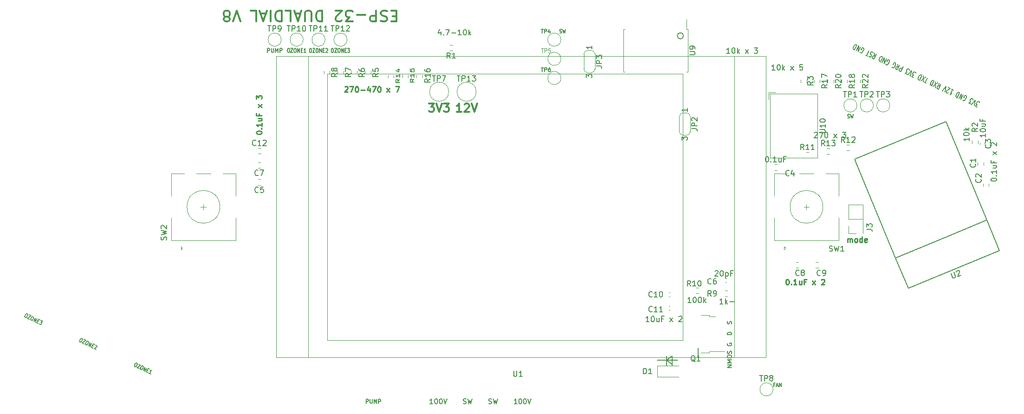
<source format=gbr>
G04 #@! TF.GenerationSoftware,KiCad,Pcbnew,7.0.6-7.0.6~ubuntu22.04.1*
G04 #@! TF.CreationDate,2023-08-22T16:39:11+09:00*
G04 #@! TF.ProjectId,ESP32DUALDIAL,45535033-3244-4554-914c-4449414c2e6b,rev?*
G04 #@! TF.SameCoordinates,Original*
G04 #@! TF.FileFunction,Legend,Top*
G04 #@! TF.FilePolarity,Positive*
%FSLAX46Y46*%
G04 Gerber Fmt 4.6, Leading zero omitted, Abs format (unit mm)*
G04 Created by KiCad (PCBNEW 7.0.6-7.0.6~ubuntu22.04.1) date 2023-08-22 16:39:11*
%MOMM*%
%LPD*%
G01*
G04 APERTURE LIST*
%ADD10C,0.150000*%
%ADD11C,0.250000*%
%ADD12C,0.200000*%
%ADD13C,0.175000*%
%ADD14C,0.177500*%
%ADD15C,0.300000*%
%ADD16C,0.125000*%
%ADD17C,0.120000*%
G04 APERTURE END LIST*
D10*
X144500000Y-137250000D02*
X144500000Y-139000000D01*
X145500000Y-138750000D02*
X144500000Y-138000000D01*
X150250000Y-135750000D02*
X150250000Y-137250000D01*
X142750000Y-138000000D02*
X146500000Y-138000000D01*
X145500000Y-137250000D02*
X145500000Y-139000000D01*
X147565685Y-78800000D02*
G75*
G03*
X147565685Y-78800000I-565685J0D01*
G01*
X144500000Y-138000000D02*
X145500000Y-137250000D01*
D11*
X85771428Y-88144857D02*
X85819047Y-88097238D01*
X85819047Y-88097238D02*
X85914285Y-88049619D01*
X85914285Y-88049619D02*
X86152380Y-88049619D01*
X86152380Y-88049619D02*
X86247618Y-88097238D01*
X86247618Y-88097238D02*
X86295237Y-88144857D01*
X86295237Y-88144857D02*
X86342856Y-88240095D01*
X86342856Y-88240095D02*
X86342856Y-88335333D01*
X86342856Y-88335333D02*
X86295237Y-88478190D01*
X86295237Y-88478190D02*
X85723809Y-89049619D01*
X85723809Y-89049619D02*
X86342856Y-89049619D01*
X86676190Y-88049619D02*
X87342856Y-88049619D01*
X87342856Y-88049619D02*
X86914285Y-89049619D01*
X87914285Y-88049619D02*
X88009523Y-88049619D01*
X88009523Y-88049619D02*
X88104761Y-88097238D01*
X88104761Y-88097238D02*
X88152380Y-88144857D01*
X88152380Y-88144857D02*
X88199999Y-88240095D01*
X88199999Y-88240095D02*
X88247618Y-88430571D01*
X88247618Y-88430571D02*
X88247618Y-88668666D01*
X88247618Y-88668666D02*
X88199999Y-88859142D01*
X88199999Y-88859142D02*
X88152380Y-88954380D01*
X88152380Y-88954380D02*
X88104761Y-89002000D01*
X88104761Y-89002000D02*
X88009523Y-89049619D01*
X88009523Y-89049619D02*
X87914285Y-89049619D01*
X87914285Y-89049619D02*
X87819047Y-89002000D01*
X87819047Y-89002000D02*
X87771428Y-88954380D01*
X87771428Y-88954380D02*
X87723809Y-88859142D01*
X87723809Y-88859142D02*
X87676190Y-88668666D01*
X87676190Y-88668666D02*
X87676190Y-88430571D01*
X87676190Y-88430571D02*
X87723809Y-88240095D01*
X87723809Y-88240095D02*
X87771428Y-88144857D01*
X87771428Y-88144857D02*
X87819047Y-88097238D01*
X87819047Y-88097238D02*
X87914285Y-88049619D01*
X88676190Y-88668666D02*
X89438095Y-88668666D01*
X90342856Y-88382952D02*
X90342856Y-89049619D01*
X90104761Y-88002000D02*
X89866666Y-88716285D01*
X89866666Y-88716285D02*
X90485713Y-88716285D01*
X90771428Y-88049619D02*
X91438094Y-88049619D01*
X91438094Y-88049619D02*
X91009523Y-89049619D01*
X92009523Y-88049619D02*
X92104761Y-88049619D01*
X92104761Y-88049619D02*
X92199999Y-88097238D01*
X92199999Y-88097238D02*
X92247618Y-88144857D01*
X92247618Y-88144857D02*
X92295237Y-88240095D01*
X92295237Y-88240095D02*
X92342856Y-88430571D01*
X92342856Y-88430571D02*
X92342856Y-88668666D01*
X92342856Y-88668666D02*
X92295237Y-88859142D01*
X92295237Y-88859142D02*
X92247618Y-88954380D01*
X92247618Y-88954380D02*
X92199999Y-89002000D01*
X92199999Y-89002000D02*
X92104761Y-89049619D01*
X92104761Y-89049619D02*
X92009523Y-89049619D01*
X92009523Y-89049619D02*
X91914285Y-89002000D01*
X91914285Y-89002000D02*
X91866666Y-88954380D01*
X91866666Y-88954380D02*
X91819047Y-88859142D01*
X91819047Y-88859142D02*
X91771428Y-88668666D01*
X91771428Y-88668666D02*
X91771428Y-88430571D01*
X91771428Y-88430571D02*
X91819047Y-88240095D01*
X91819047Y-88240095D02*
X91866666Y-88144857D01*
X91866666Y-88144857D02*
X91914285Y-88097238D01*
X91914285Y-88097238D02*
X92009523Y-88049619D01*
X93438095Y-89049619D02*
X93961904Y-88382952D01*
X93438095Y-88382952D02*
X93961904Y-89049619D01*
X95009524Y-88049619D02*
X95676190Y-88049619D01*
X95676190Y-88049619D02*
X95247619Y-89049619D01*
D12*
X203652219Y-105085714D02*
X203652219Y-104990476D01*
X203652219Y-104990476D02*
X203699838Y-104895238D01*
X203699838Y-104895238D02*
X203747457Y-104847619D01*
X203747457Y-104847619D02*
X203842695Y-104800000D01*
X203842695Y-104800000D02*
X204033171Y-104752381D01*
X204033171Y-104752381D02*
X204271266Y-104752381D01*
X204271266Y-104752381D02*
X204461742Y-104800000D01*
X204461742Y-104800000D02*
X204556980Y-104847619D01*
X204556980Y-104847619D02*
X204604600Y-104895238D01*
X204604600Y-104895238D02*
X204652219Y-104990476D01*
X204652219Y-104990476D02*
X204652219Y-105085714D01*
X204652219Y-105085714D02*
X204604600Y-105180952D01*
X204604600Y-105180952D02*
X204556980Y-105228571D01*
X204556980Y-105228571D02*
X204461742Y-105276190D01*
X204461742Y-105276190D02*
X204271266Y-105323809D01*
X204271266Y-105323809D02*
X204033171Y-105323809D01*
X204033171Y-105323809D02*
X203842695Y-105276190D01*
X203842695Y-105276190D02*
X203747457Y-105228571D01*
X203747457Y-105228571D02*
X203699838Y-105180952D01*
X203699838Y-105180952D02*
X203652219Y-105085714D01*
X204556980Y-104323809D02*
X204604600Y-104276190D01*
X204604600Y-104276190D02*
X204652219Y-104323809D01*
X204652219Y-104323809D02*
X204604600Y-104371428D01*
X204604600Y-104371428D02*
X204556980Y-104323809D01*
X204556980Y-104323809D02*
X204652219Y-104323809D01*
X204652219Y-103323810D02*
X204652219Y-103895238D01*
X204652219Y-103609524D02*
X203652219Y-103609524D01*
X203652219Y-103609524D02*
X203795076Y-103704762D01*
X203795076Y-103704762D02*
X203890314Y-103800000D01*
X203890314Y-103800000D02*
X203937933Y-103895238D01*
X203985552Y-102466667D02*
X204652219Y-102466667D01*
X203985552Y-102895238D02*
X204509361Y-102895238D01*
X204509361Y-102895238D02*
X204604600Y-102847619D01*
X204604600Y-102847619D02*
X204652219Y-102752381D01*
X204652219Y-102752381D02*
X204652219Y-102609524D01*
X204652219Y-102609524D02*
X204604600Y-102514286D01*
X204604600Y-102514286D02*
X204556980Y-102466667D01*
X204128409Y-101657143D02*
X204128409Y-101990476D01*
X204652219Y-101990476D02*
X203652219Y-101990476D01*
X203652219Y-101990476D02*
X203652219Y-101514286D01*
X204652219Y-100466666D02*
X203985552Y-99942857D01*
X203985552Y-100466666D02*
X204652219Y-99942857D01*
X203747457Y-98847618D02*
X203699838Y-98799999D01*
X203699838Y-98799999D02*
X203652219Y-98704761D01*
X203652219Y-98704761D02*
X203652219Y-98466666D01*
X203652219Y-98466666D02*
X203699838Y-98371428D01*
X203699838Y-98371428D02*
X203747457Y-98323809D01*
X203747457Y-98323809D02*
X203842695Y-98276190D01*
X203842695Y-98276190D02*
X203937933Y-98276190D01*
X203937933Y-98276190D02*
X204080790Y-98323809D01*
X204080790Y-98323809D02*
X204652219Y-98895237D01*
X204652219Y-98895237D02*
X204652219Y-98276190D01*
D10*
X202654819Y-96671428D02*
X202654819Y-97242856D01*
X202654819Y-96957142D02*
X201654819Y-96957142D01*
X201654819Y-96957142D02*
X201797676Y-97052380D01*
X201797676Y-97052380D02*
X201892914Y-97147618D01*
X201892914Y-97147618D02*
X201940533Y-97242856D01*
X201654819Y-96052380D02*
X201654819Y-95957142D01*
X201654819Y-95957142D02*
X201702438Y-95861904D01*
X201702438Y-95861904D02*
X201750057Y-95814285D01*
X201750057Y-95814285D02*
X201845295Y-95766666D01*
X201845295Y-95766666D02*
X202035771Y-95719047D01*
X202035771Y-95719047D02*
X202273866Y-95719047D01*
X202273866Y-95719047D02*
X202464342Y-95766666D01*
X202464342Y-95766666D02*
X202559580Y-95814285D01*
X202559580Y-95814285D02*
X202607200Y-95861904D01*
X202607200Y-95861904D02*
X202654819Y-95957142D01*
X202654819Y-95957142D02*
X202654819Y-96052380D01*
X202654819Y-96052380D02*
X202607200Y-96147618D01*
X202607200Y-96147618D02*
X202559580Y-96195237D01*
X202559580Y-96195237D02*
X202464342Y-96242856D01*
X202464342Y-96242856D02*
X202273866Y-96290475D01*
X202273866Y-96290475D02*
X202035771Y-96290475D01*
X202035771Y-96290475D02*
X201845295Y-96242856D01*
X201845295Y-96242856D02*
X201750057Y-96195237D01*
X201750057Y-96195237D02*
X201702438Y-96147618D01*
X201702438Y-96147618D02*
X201654819Y-96052380D01*
X201988152Y-94861904D02*
X202654819Y-94861904D01*
X201988152Y-95290475D02*
X202511961Y-95290475D01*
X202511961Y-95290475D02*
X202607200Y-95242856D01*
X202607200Y-95242856D02*
X202654819Y-95147618D01*
X202654819Y-95147618D02*
X202654819Y-95004761D01*
X202654819Y-95004761D02*
X202607200Y-94909523D01*
X202607200Y-94909523D02*
X202559580Y-94861904D01*
X202131009Y-94052380D02*
X202131009Y-94385713D01*
X202654819Y-94385713D02*
X201654819Y-94385713D01*
X201654819Y-94385713D02*
X201654819Y-93909523D01*
X199654819Y-97395238D02*
X199654819Y-97966666D01*
X199654819Y-97680952D02*
X198654819Y-97680952D01*
X198654819Y-97680952D02*
X198797676Y-97776190D01*
X198797676Y-97776190D02*
X198892914Y-97871428D01*
X198892914Y-97871428D02*
X198940533Y-97966666D01*
X198654819Y-96776190D02*
X198654819Y-96680952D01*
X198654819Y-96680952D02*
X198702438Y-96585714D01*
X198702438Y-96585714D02*
X198750057Y-96538095D01*
X198750057Y-96538095D02*
X198845295Y-96490476D01*
X198845295Y-96490476D02*
X199035771Y-96442857D01*
X199035771Y-96442857D02*
X199273866Y-96442857D01*
X199273866Y-96442857D02*
X199464342Y-96490476D01*
X199464342Y-96490476D02*
X199559580Y-96538095D01*
X199559580Y-96538095D02*
X199607200Y-96585714D01*
X199607200Y-96585714D02*
X199654819Y-96680952D01*
X199654819Y-96680952D02*
X199654819Y-96776190D01*
X199654819Y-96776190D02*
X199607200Y-96871428D01*
X199607200Y-96871428D02*
X199559580Y-96919047D01*
X199559580Y-96919047D02*
X199464342Y-96966666D01*
X199464342Y-96966666D02*
X199273866Y-97014285D01*
X199273866Y-97014285D02*
X199035771Y-97014285D01*
X199035771Y-97014285D02*
X198845295Y-96966666D01*
X198845295Y-96966666D02*
X198750057Y-96919047D01*
X198750057Y-96919047D02*
X198702438Y-96871428D01*
X198702438Y-96871428D02*
X198654819Y-96776190D01*
X199654819Y-96014285D02*
X198654819Y-96014285D01*
X199273866Y-95919047D02*
X199654819Y-95633333D01*
X198988152Y-95633333D02*
X199369104Y-96014285D01*
X103300000Y-77988152D02*
X103300000Y-78654819D01*
X103061905Y-77607200D02*
X102823810Y-78321485D01*
X102823810Y-78321485D02*
X103442857Y-78321485D01*
X103823810Y-78559580D02*
X103871429Y-78607200D01*
X103871429Y-78607200D02*
X103823810Y-78654819D01*
X103823810Y-78654819D02*
X103776191Y-78607200D01*
X103776191Y-78607200D02*
X103823810Y-78559580D01*
X103823810Y-78559580D02*
X103823810Y-78654819D01*
X104204762Y-77654819D02*
X104871428Y-77654819D01*
X104871428Y-77654819D02*
X104442857Y-78654819D01*
X105252381Y-78273866D02*
X106014286Y-78273866D01*
X107014285Y-78654819D02*
X106442857Y-78654819D01*
X106728571Y-78654819D02*
X106728571Y-77654819D01*
X106728571Y-77654819D02*
X106633333Y-77797676D01*
X106633333Y-77797676D02*
X106538095Y-77892914D01*
X106538095Y-77892914D02*
X106442857Y-77940533D01*
X107633333Y-77654819D02*
X107728571Y-77654819D01*
X107728571Y-77654819D02*
X107823809Y-77702438D01*
X107823809Y-77702438D02*
X107871428Y-77750057D01*
X107871428Y-77750057D02*
X107919047Y-77845295D01*
X107919047Y-77845295D02*
X107966666Y-78035771D01*
X107966666Y-78035771D02*
X107966666Y-78273866D01*
X107966666Y-78273866D02*
X107919047Y-78464342D01*
X107919047Y-78464342D02*
X107871428Y-78559580D01*
X107871428Y-78559580D02*
X107823809Y-78607200D01*
X107823809Y-78607200D02*
X107728571Y-78654819D01*
X107728571Y-78654819D02*
X107633333Y-78654819D01*
X107633333Y-78654819D02*
X107538095Y-78607200D01*
X107538095Y-78607200D02*
X107490476Y-78559580D01*
X107490476Y-78559580D02*
X107442857Y-78464342D01*
X107442857Y-78464342D02*
X107395238Y-78273866D01*
X107395238Y-78273866D02*
X107395238Y-78035771D01*
X107395238Y-78035771D02*
X107442857Y-77845295D01*
X107442857Y-77845295D02*
X107490476Y-77750057D01*
X107490476Y-77750057D02*
X107538095Y-77702438D01*
X107538095Y-77702438D02*
X107633333Y-77654819D01*
X108395238Y-78654819D02*
X108395238Y-77654819D01*
X108490476Y-78273866D02*
X108776190Y-78654819D01*
X108776190Y-77988152D02*
X108395238Y-78369104D01*
X153297143Y-121724057D02*
X153344762Y-121676438D01*
X153344762Y-121676438D02*
X153440000Y-121628819D01*
X153440000Y-121628819D02*
X153678095Y-121628819D01*
X153678095Y-121628819D02*
X153773333Y-121676438D01*
X153773333Y-121676438D02*
X153820952Y-121724057D01*
X153820952Y-121724057D02*
X153868571Y-121819295D01*
X153868571Y-121819295D02*
X153868571Y-121914533D01*
X153868571Y-121914533D02*
X153820952Y-122057390D01*
X153820952Y-122057390D02*
X153249524Y-122628819D01*
X153249524Y-122628819D02*
X153868571Y-122628819D01*
X154487619Y-121628819D02*
X154582857Y-121628819D01*
X154582857Y-121628819D02*
X154678095Y-121676438D01*
X154678095Y-121676438D02*
X154725714Y-121724057D01*
X154725714Y-121724057D02*
X154773333Y-121819295D01*
X154773333Y-121819295D02*
X154820952Y-122009771D01*
X154820952Y-122009771D02*
X154820952Y-122247866D01*
X154820952Y-122247866D02*
X154773333Y-122438342D01*
X154773333Y-122438342D02*
X154725714Y-122533580D01*
X154725714Y-122533580D02*
X154678095Y-122581200D01*
X154678095Y-122581200D02*
X154582857Y-122628819D01*
X154582857Y-122628819D02*
X154487619Y-122628819D01*
X154487619Y-122628819D02*
X154392381Y-122581200D01*
X154392381Y-122581200D02*
X154344762Y-122533580D01*
X154344762Y-122533580D02*
X154297143Y-122438342D01*
X154297143Y-122438342D02*
X154249524Y-122247866D01*
X154249524Y-122247866D02*
X154249524Y-122009771D01*
X154249524Y-122009771D02*
X154297143Y-121819295D01*
X154297143Y-121819295D02*
X154344762Y-121724057D01*
X154344762Y-121724057D02*
X154392381Y-121676438D01*
X154392381Y-121676438D02*
X154487619Y-121628819D01*
X155249524Y-121962152D02*
X155249524Y-122962152D01*
X155249524Y-122009771D02*
X155344762Y-121962152D01*
X155344762Y-121962152D02*
X155535238Y-121962152D01*
X155535238Y-121962152D02*
X155630476Y-122009771D01*
X155630476Y-122009771D02*
X155678095Y-122057390D01*
X155678095Y-122057390D02*
X155725714Y-122152628D01*
X155725714Y-122152628D02*
X155725714Y-122438342D01*
X155725714Y-122438342D02*
X155678095Y-122533580D01*
X155678095Y-122533580D02*
X155630476Y-122581200D01*
X155630476Y-122581200D02*
X155535238Y-122628819D01*
X155535238Y-122628819D02*
X155344762Y-122628819D01*
X155344762Y-122628819D02*
X155249524Y-122581200D01*
X156487619Y-122105009D02*
X156154286Y-122105009D01*
X156154286Y-122628819D02*
X156154286Y-121628819D01*
X156154286Y-121628819D02*
X156630476Y-121628819D01*
X156362295Y-139300000D02*
X155562295Y-139300000D01*
X155562295Y-139300000D02*
X156362295Y-138842857D01*
X156362295Y-138842857D02*
X155562295Y-138842857D01*
X156362295Y-138461905D02*
X155562295Y-138461905D01*
X155562295Y-138461905D02*
X156133723Y-138195239D01*
X156133723Y-138195239D02*
X155562295Y-137928572D01*
X155562295Y-137928572D02*
X156362295Y-137928572D01*
X155562295Y-137395238D02*
X155562295Y-137242857D01*
X155562295Y-137242857D02*
X155600390Y-137166667D01*
X155600390Y-137166667D02*
X155676580Y-137090476D01*
X155676580Y-137090476D02*
X155828961Y-137052381D01*
X155828961Y-137052381D02*
X156095628Y-137052381D01*
X156095628Y-137052381D02*
X156248009Y-137090476D01*
X156248009Y-137090476D02*
X156324200Y-137166667D01*
X156324200Y-137166667D02*
X156362295Y-137242857D01*
X156362295Y-137242857D02*
X156362295Y-137395238D01*
X156362295Y-137395238D02*
X156324200Y-137471429D01*
X156324200Y-137471429D02*
X156248009Y-137547619D01*
X156248009Y-137547619D02*
X156095628Y-137585715D01*
X156095628Y-137585715D02*
X155828961Y-137585715D01*
X155828961Y-137585715D02*
X155676580Y-137547619D01*
X155676580Y-137547619D02*
X155600390Y-137471429D01*
X155600390Y-137471429D02*
X155562295Y-137395238D01*
X156324200Y-136747620D02*
X156362295Y-136633334D01*
X156362295Y-136633334D02*
X156362295Y-136442858D01*
X156362295Y-136442858D02*
X156324200Y-136366667D01*
X156324200Y-136366667D02*
X156286104Y-136328572D01*
X156286104Y-136328572D02*
X156209914Y-136290477D01*
X156209914Y-136290477D02*
X156133723Y-136290477D01*
X156133723Y-136290477D02*
X156057533Y-136328572D01*
X156057533Y-136328572D02*
X156019438Y-136366667D01*
X156019438Y-136366667D02*
X155981342Y-136442858D01*
X155981342Y-136442858D02*
X155943247Y-136595239D01*
X155943247Y-136595239D02*
X155905152Y-136671429D01*
X155905152Y-136671429D02*
X155867057Y-136709524D01*
X155867057Y-136709524D02*
X155790866Y-136747620D01*
X155790866Y-136747620D02*
X155714676Y-136747620D01*
X155714676Y-136747620D02*
X155638485Y-136709524D01*
X155638485Y-136709524D02*
X155600390Y-136671429D01*
X155600390Y-136671429D02*
X155562295Y-136595239D01*
X155562295Y-136595239D02*
X155562295Y-136404762D01*
X155562295Y-136404762D02*
X155600390Y-136290477D01*
X155600390Y-134919048D02*
X155562295Y-134995238D01*
X155562295Y-134995238D02*
X155562295Y-135109524D01*
X155562295Y-135109524D02*
X155600390Y-135223810D01*
X155600390Y-135223810D02*
X155676580Y-135300000D01*
X155676580Y-135300000D02*
X155752771Y-135338095D01*
X155752771Y-135338095D02*
X155905152Y-135376191D01*
X155905152Y-135376191D02*
X156019438Y-135376191D01*
X156019438Y-135376191D02*
X156171819Y-135338095D01*
X156171819Y-135338095D02*
X156248009Y-135300000D01*
X156248009Y-135300000D02*
X156324200Y-135223810D01*
X156324200Y-135223810D02*
X156362295Y-135109524D01*
X156362295Y-135109524D02*
X156362295Y-135033333D01*
X156362295Y-135033333D02*
X156324200Y-134919048D01*
X156324200Y-134919048D02*
X156286104Y-134880952D01*
X156286104Y-134880952D02*
X156019438Y-134880952D01*
X156019438Y-134880952D02*
X156019438Y-135033333D01*
X156362295Y-133319047D02*
X155562295Y-133319047D01*
X155562295Y-133319047D02*
X155562295Y-133128571D01*
X155562295Y-133128571D02*
X155600390Y-133014285D01*
X155600390Y-133014285D02*
X155676580Y-132938095D01*
X155676580Y-132938095D02*
X155752771Y-132900000D01*
X155752771Y-132900000D02*
X155905152Y-132861904D01*
X155905152Y-132861904D02*
X156019438Y-132861904D01*
X156019438Y-132861904D02*
X156171819Y-132900000D01*
X156171819Y-132900000D02*
X156248009Y-132938095D01*
X156248009Y-132938095D02*
X156324200Y-133014285D01*
X156324200Y-133014285D02*
X156362295Y-133128571D01*
X156362295Y-133128571D02*
X156362295Y-133319047D01*
X156324200Y-131338095D02*
X156362295Y-131223809D01*
X156362295Y-131223809D02*
X156362295Y-131033333D01*
X156362295Y-131033333D02*
X156324200Y-130957142D01*
X156324200Y-130957142D02*
X156286104Y-130919047D01*
X156286104Y-130919047D02*
X156209914Y-130880952D01*
X156209914Y-130880952D02*
X156133723Y-130880952D01*
X156133723Y-130880952D02*
X156057533Y-130919047D01*
X156057533Y-130919047D02*
X156019438Y-130957142D01*
X156019438Y-130957142D02*
X155981342Y-131033333D01*
X155981342Y-131033333D02*
X155943247Y-131185714D01*
X155943247Y-131185714D02*
X155905152Y-131261904D01*
X155905152Y-131261904D02*
X155867057Y-131299999D01*
X155867057Y-131299999D02*
X155790866Y-131338095D01*
X155790866Y-131338095D02*
X155714676Y-131338095D01*
X155714676Y-131338095D02*
X155638485Y-131299999D01*
X155638485Y-131299999D02*
X155600390Y-131261904D01*
X155600390Y-131261904D02*
X155562295Y-131185714D01*
X155562295Y-131185714D02*
X155562295Y-130995237D01*
X155562295Y-130995237D02*
X155600390Y-130880952D01*
X141285713Y-130954819D02*
X140714285Y-130954819D01*
X140999999Y-130954819D02*
X140999999Y-129954819D01*
X140999999Y-129954819D02*
X140904761Y-130097676D01*
X140904761Y-130097676D02*
X140809523Y-130192914D01*
X140809523Y-130192914D02*
X140714285Y-130240533D01*
X141904761Y-129954819D02*
X141999999Y-129954819D01*
X141999999Y-129954819D02*
X142095237Y-130002438D01*
X142095237Y-130002438D02*
X142142856Y-130050057D01*
X142142856Y-130050057D02*
X142190475Y-130145295D01*
X142190475Y-130145295D02*
X142238094Y-130335771D01*
X142238094Y-130335771D02*
X142238094Y-130573866D01*
X142238094Y-130573866D02*
X142190475Y-130764342D01*
X142190475Y-130764342D02*
X142142856Y-130859580D01*
X142142856Y-130859580D02*
X142095237Y-130907200D01*
X142095237Y-130907200D02*
X141999999Y-130954819D01*
X141999999Y-130954819D02*
X141904761Y-130954819D01*
X141904761Y-130954819D02*
X141809523Y-130907200D01*
X141809523Y-130907200D02*
X141761904Y-130859580D01*
X141761904Y-130859580D02*
X141714285Y-130764342D01*
X141714285Y-130764342D02*
X141666666Y-130573866D01*
X141666666Y-130573866D02*
X141666666Y-130335771D01*
X141666666Y-130335771D02*
X141714285Y-130145295D01*
X141714285Y-130145295D02*
X141761904Y-130050057D01*
X141761904Y-130050057D02*
X141809523Y-130002438D01*
X141809523Y-130002438D02*
X141904761Y-129954819D01*
X143095237Y-130288152D02*
X143095237Y-130954819D01*
X142666666Y-130288152D02*
X142666666Y-130811961D01*
X142666666Y-130811961D02*
X142714285Y-130907200D01*
X142714285Y-130907200D02*
X142809523Y-130954819D01*
X142809523Y-130954819D02*
X142952380Y-130954819D01*
X142952380Y-130954819D02*
X143047618Y-130907200D01*
X143047618Y-130907200D02*
X143095237Y-130859580D01*
X143904761Y-130431009D02*
X143571428Y-130431009D01*
X143571428Y-130954819D02*
X143571428Y-129954819D01*
X143571428Y-129954819D02*
X144047618Y-129954819D01*
X145095238Y-130954819D02*
X145619047Y-130288152D01*
X145095238Y-130288152D02*
X145619047Y-130954819D01*
X146714286Y-130050057D02*
X146761905Y-130002438D01*
X146761905Y-130002438D02*
X146857143Y-129954819D01*
X146857143Y-129954819D02*
X147095238Y-129954819D01*
X147095238Y-129954819D02*
X147190476Y-130002438D01*
X147190476Y-130002438D02*
X147238095Y-130050057D01*
X147238095Y-130050057D02*
X147285714Y-130145295D01*
X147285714Y-130145295D02*
X147285714Y-130240533D01*
X147285714Y-130240533D02*
X147238095Y-130383390D01*
X147238095Y-130383390D02*
X146666667Y-130954819D01*
X146666667Y-130954819D02*
X147285714Y-130954819D01*
X154761904Y-127708819D02*
X154190476Y-127708819D01*
X154476190Y-127708819D02*
X154476190Y-126708819D01*
X154476190Y-126708819D02*
X154380952Y-126851676D01*
X154380952Y-126851676D02*
X154285714Y-126946914D01*
X154285714Y-126946914D02*
X154190476Y-126994533D01*
X155190476Y-127708819D02*
X155190476Y-126708819D01*
X155285714Y-127327866D02*
X155571428Y-127708819D01*
X155571428Y-127042152D02*
X155190476Y-127423104D01*
X156000000Y-127327866D02*
X156761905Y-127327866D01*
X148928571Y-127454819D02*
X148357143Y-127454819D01*
X148642857Y-127454819D02*
X148642857Y-126454819D01*
X148642857Y-126454819D02*
X148547619Y-126597676D01*
X148547619Y-126597676D02*
X148452381Y-126692914D01*
X148452381Y-126692914D02*
X148357143Y-126740533D01*
X149547619Y-126454819D02*
X149642857Y-126454819D01*
X149642857Y-126454819D02*
X149738095Y-126502438D01*
X149738095Y-126502438D02*
X149785714Y-126550057D01*
X149785714Y-126550057D02*
X149833333Y-126645295D01*
X149833333Y-126645295D02*
X149880952Y-126835771D01*
X149880952Y-126835771D02*
X149880952Y-127073866D01*
X149880952Y-127073866D02*
X149833333Y-127264342D01*
X149833333Y-127264342D02*
X149785714Y-127359580D01*
X149785714Y-127359580D02*
X149738095Y-127407200D01*
X149738095Y-127407200D02*
X149642857Y-127454819D01*
X149642857Y-127454819D02*
X149547619Y-127454819D01*
X149547619Y-127454819D02*
X149452381Y-127407200D01*
X149452381Y-127407200D02*
X149404762Y-127359580D01*
X149404762Y-127359580D02*
X149357143Y-127264342D01*
X149357143Y-127264342D02*
X149309524Y-127073866D01*
X149309524Y-127073866D02*
X149309524Y-126835771D01*
X149309524Y-126835771D02*
X149357143Y-126645295D01*
X149357143Y-126645295D02*
X149404762Y-126550057D01*
X149404762Y-126550057D02*
X149452381Y-126502438D01*
X149452381Y-126502438D02*
X149547619Y-126454819D01*
X150500000Y-126454819D02*
X150595238Y-126454819D01*
X150595238Y-126454819D02*
X150690476Y-126502438D01*
X150690476Y-126502438D02*
X150738095Y-126550057D01*
X150738095Y-126550057D02*
X150785714Y-126645295D01*
X150785714Y-126645295D02*
X150833333Y-126835771D01*
X150833333Y-126835771D02*
X150833333Y-127073866D01*
X150833333Y-127073866D02*
X150785714Y-127264342D01*
X150785714Y-127264342D02*
X150738095Y-127359580D01*
X150738095Y-127359580D02*
X150690476Y-127407200D01*
X150690476Y-127407200D02*
X150595238Y-127454819D01*
X150595238Y-127454819D02*
X150500000Y-127454819D01*
X150500000Y-127454819D02*
X150404762Y-127407200D01*
X150404762Y-127407200D02*
X150357143Y-127359580D01*
X150357143Y-127359580D02*
X150309524Y-127264342D01*
X150309524Y-127264342D02*
X150261905Y-127073866D01*
X150261905Y-127073866D02*
X150261905Y-126835771D01*
X150261905Y-126835771D02*
X150309524Y-126645295D01*
X150309524Y-126645295D02*
X150357143Y-126550057D01*
X150357143Y-126550057D02*
X150404762Y-126502438D01*
X150404762Y-126502438D02*
X150500000Y-126454819D01*
X151261905Y-127454819D02*
X151261905Y-126454819D01*
X151357143Y-127073866D02*
X151642857Y-127454819D01*
X151642857Y-126788152D02*
X151261905Y-127169104D01*
D11*
X166464285Y-123199619D02*
X166559523Y-123199619D01*
X166559523Y-123199619D02*
X166654761Y-123247238D01*
X166654761Y-123247238D02*
X166702380Y-123294857D01*
X166702380Y-123294857D02*
X166749999Y-123390095D01*
X166749999Y-123390095D02*
X166797618Y-123580571D01*
X166797618Y-123580571D02*
X166797618Y-123818666D01*
X166797618Y-123818666D02*
X166749999Y-124009142D01*
X166749999Y-124009142D02*
X166702380Y-124104380D01*
X166702380Y-124104380D02*
X166654761Y-124152000D01*
X166654761Y-124152000D02*
X166559523Y-124199619D01*
X166559523Y-124199619D02*
X166464285Y-124199619D01*
X166464285Y-124199619D02*
X166369047Y-124152000D01*
X166369047Y-124152000D02*
X166321428Y-124104380D01*
X166321428Y-124104380D02*
X166273809Y-124009142D01*
X166273809Y-124009142D02*
X166226190Y-123818666D01*
X166226190Y-123818666D02*
X166226190Y-123580571D01*
X166226190Y-123580571D02*
X166273809Y-123390095D01*
X166273809Y-123390095D02*
X166321428Y-123294857D01*
X166321428Y-123294857D02*
X166369047Y-123247238D01*
X166369047Y-123247238D02*
X166464285Y-123199619D01*
X167226190Y-124104380D02*
X167273809Y-124152000D01*
X167273809Y-124152000D02*
X167226190Y-124199619D01*
X167226190Y-124199619D02*
X167178571Y-124152000D01*
X167178571Y-124152000D02*
X167226190Y-124104380D01*
X167226190Y-124104380D02*
X167226190Y-124199619D01*
X168226189Y-124199619D02*
X167654761Y-124199619D01*
X167940475Y-124199619D02*
X167940475Y-123199619D01*
X167940475Y-123199619D02*
X167845237Y-123342476D01*
X167845237Y-123342476D02*
X167749999Y-123437714D01*
X167749999Y-123437714D02*
X167654761Y-123485333D01*
X169083332Y-123532952D02*
X169083332Y-124199619D01*
X168654761Y-123532952D02*
X168654761Y-124056761D01*
X168654761Y-124056761D02*
X168702380Y-124152000D01*
X168702380Y-124152000D02*
X168797618Y-124199619D01*
X168797618Y-124199619D02*
X168940475Y-124199619D01*
X168940475Y-124199619D02*
X169035713Y-124152000D01*
X169035713Y-124152000D02*
X169083332Y-124104380D01*
X169892856Y-123675809D02*
X169559523Y-123675809D01*
X169559523Y-124199619D02*
X169559523Y-123199619D01*
X169559523Y-123199619D02*
X170035713Y-123199619D01*
X171083333Y-124199619D02*
X171607142Y-123532952D01*
X171083333Y-123532952D02*
X171607142Y-124199619D01*
X172702381Y-123294857D02*
X172750000Y-123247238D01*
X172750000Y-123247238D02*
X172845238Y-123199619D01*
X172845238Y-123199619D02*
X173083333Y-123199619D01*
X173083333Y-123199619D02*
X173178571Y-123247238D01*
X173178571Y-123247238D02*
X173226190Y-123294857D01*
X173226190Y-123294857D02*
X173273809Y-123390095D01*
X173273809Y-123390095D02*
X173273809Y-123485333D01*
X173273809Y-123485333D02*
X173226190Y-123628190D01*
X173226190Y-123628190D02*
X172654762Y-124199619D01*
X172654762Y-124199619D02*
X173273809Y-124199619D01*
D10*
X171419047Y-96500057D02*
X171466666Y-96452438D01*
X171466666Y-96452438D02*
X171561904Y-96404819D01*
X171561904Y-96404819D02*
X171799999Y-96404819D01*
X171799999Y-96404819D02*
X171895237Y-96452438D01*
X171895237Y-96452438D02*
X171942856Y-96500057D01*
X171942856Y-96500057D02*
X171990475Y-96595295D01*
X171990475Y-96595295D02*
X171990475Y-96690533D01*
X171990475Y-96690533D02*
X171942856Y-96833390D01*
X171942856Y-96833390D02*
X171371428Y-97404819D01*
X171371428Y-97404819D02*
X171990475Y-97404819D01*
X172323809Y-96404819D02*
X172990475Y-96404819D01*
X172990475Y-96404819D02*
X172561904Y-97404819D01*
X173561904Y-96404819D02*
X173657142Y-96404819D01*
X173657142Y-96404819D02*
X173752380Y-96452438D01*
X173752380Y-96452438D02*
X173799999Y-96500057D01*
X173799999Y-96500057D02*
X173847618Y-96595295D01*
X173847618Y-96595295D02*
X173895237Y-96785771D01*
X173895237Y-96785771D02*
X173895237Y-97023866D01*
X173895237Y-97023866D02*
X173847618Y-97214342D01*
X173847618Y-97214342D02*
X173799999Y-97309580D01*
X173799999Y-97309580D02*
X173752380Y-97357200D01*
X173752380Y-97357200D02*
X173657142Y-97404819D01*
X173657142Y-97404819D02*
X173561904Y-97404819D01*
X173561904Y-97404819D02*
X173466666Y-97357200D01*
X173466666Y-97357200D02*
X173419047Y-97309580D01*
X173419047Y-97309580D02*
X173371428Y-97214342D01*
X173371428Y-97214342D02*
X173323809Y-97023866D01*
X173323809Y-97023866D02*
X173323809Y-96785771D01*
X173323809Y-96785771D02*
X173371428Y-96595295D01*
X173371428Y-96595295D02*
X173419047Y-96500057D01*
X173419047Y-96500057D02*
X173466666Y-96452438D01*
X173466666Y-96452438D02*
X173561904Y-96404819D01*
X174990476Y-97404819D02*
X175514285Y-96738152D01*
X174990476Y-96738152D02*
X175514285Y-97404819D01*
X176561905Y-96404819D02*
X177180952Y-96404819D01*
X177180952Y-96404819D02*
X176847619Y-96785771D01*
X176847619Y-96785771D02*
X176990476Y-96785771D01*
X176990476Y-96785771D02*
X177085714Y-96833390D01*
X177085714Y-96833390D02*
X177133333Y-96881009D01*
X177133333Y-96881009D02*
X177180952Y-96976247D01*
X177180952Y-96976247D02*
X177180952Y-97214342D01*
X177180952Y-97214342D02*
X177133333Y-97309580D01*
X177133333Y-97309580D02*
X177085714Y-97357200D01*
X177085714Y-97357200D02*
X176990476Y-97404819D01*
X176990476Y-97404819D02*
X176704762Y-97404819D01*
X176704762Y-97404819D02*
X176609524Y-97357200D01*
X176609524Y-97357200D02*
X176561905Y-97309580D01*
X156011904Y-82004819D02*
X155440476Y-82004819D01*
X155726190Y-82004819D02*
X155726190Y-81004819D01*
X155726190Y-81004819D02*
X155630952Y-81147676D01*
X155630952Y-81147676D02*
X155535714Y-81242914D01*
X155535714Y-81242914D02*
X155440476Y-81290533D01*
X156630952Y-81004819D02*
X156726190Y-81004819D01*
X156726190Y-81004819D02*
X156821428Y-81052438D01*
X156821428Y-81052438D02*
X156869047Y-81100057D01*
X156869047Y-81100057D02*
X156916666Y-81195295D01*
X156916666Y-81195295D02*
X156964285Y-81385771D01*
X156964285Y-81385771D02*
X156964285Y-81623866D01*
X156964285Y-81623866D02*
X156916666Y-81814342D01*
X156916666Y-81814342D02*
X156869047Y-81909580D01*
X156869047Y-81909580D02*
X156821428Y-81957200D01*
X156821428Y-81957200D02*
X156726190Y-82004819D01*
X156726190Y-82004819D02*
X156630952Y-82004819D01*
X156630952Y-82004819D02*
X156535714Y-81957200D01*
X156535714Y-81957200D02*
X156488095Y-81909580D01*
X156488095Y-81909580D02*
X156440476Y-81814342D01*
X156440476Y-81814342D02*
X156392857Y-81623866D01*
X156392857Y-81623866D02*
X156392857Y-81385771D01*
X156392857Y-81385771D02*
X156440476Y-81195295D01*
X156440476Y-81195295D02*
X156488095Y-81100057D01*
X156488095Y-81100057D02*
X156535714Y-81052438D01*
X156535714Y-81052438D02*
X156630952Y-81004819D01*
X157392857Y-82004819D02*
X157392857Y-81004819D01*
X157488095Y-81623866D02*
X157773809Y-82004819D01*
X157773809Y-81338152D02*
X157392857Y-81719104D01*
X158869048Y-82004819D02*
X159392857Y-81338152D01*
X158869048Y-81338152D02*
X159392857Y-82004819D01*
X160440477Y-81004819D02*
X161059524Y-81004819D01*
X161059524Y-81004819D02*
X160726191Y-81385771D01*
X160726191Y-81385771D02*
X160869048Y-81385771D01*
X160869048Y-81385771D02*
X160964286Y-81433390D01*
X160964286Y-81433390D02*
X161011905Y-81481009D01*
X161011905Y-81481009D02*
X161059524Y-81576247D01*
X161059524Y-81576247D02*
X161059524Y-81814342D01*
X161059524Y-81814342D02*
X161011905Y-81909580D01*
X161011905Y-81909580D02*
X160964286Y-81957200D01*
X160964286Y-81957200D02*
X160869048Y-82004819D01*
X160869048Y-82004819D02*
X160583334Y-82004819D01*
X160583334Y-82004819D02*
X160488096Y-81957200D01*
X160488096Y-81957200D02*
X160440477Y-81909580D01*
X164261904Y-85054819D02*
X163690476Y-85054819D01*
X163976190Y-85054819D02*
X163976190Y-84054819D01*
X163976190Y-84054819D02*
X163880952Y-84197676D01*
X163880952Y-84197676D02*
X163785714Y-84292914D01*
X163785714Y-84292914D02*
X163690476Y-84340533D01*
X164880952Y-84054819D02*
X164976190Y-84054819D01*
X164976190Y-84054819D02*
X165071428Y-84102438D01*
X165071428Y-84102438D02*
X165119047Y-84150057D01*
X165119047Y-84150057D02*
X165166666Y-84245295D01*
X165166666Y-84245295D02*
X165214285Y-84435771D01*
X165214285Y-84435771D02*
X165214285Y-84673866D01*
X165214285Y-84673866D02*
X165166666Y-84864342D01*
X165166666Y-84864342D02*
X165119047Y-84959580D01*
X165119047Y-84959580D02*
X165071428Y-85007200D01*
X165071428Y-85007200D02*
X164976190Y-85054819D01*
X164976190Y-85054819D02*
X164880952Y-85054819D01*
X164880952Y-85054819D02*
X164785714Y-85007200D01*
X164785714Y-85007200D02*
X164738095Y-84959580D01*
X164738095Y-84959580D02*
X164690476Y-84864342D01*
X164690476Y-84864342D02*
X164642857Y-84673866D01*
X164642857Y-84673866D02*
X164642857Y-84435771D01*
X164642857Y-84435771D02*
X164690476Y-84245295D01*
X164690476Y-84245295D02*
X164738095Y-84150057D01*
X164738095Y-84150057D02*
X164785714Y-84102438D01*
X164785714Y-84102438D02*
X164880952Y-84054819D01*
X165642857Y-85054819D02*
X165642857Y-84054819D01*
X165738095Y-84673866D02*
X166023809Y-85054819D01*
X166023809Y-84388152D02*
X165642857Y-84769104D01*
X167119048Y-85054819D02*
X167642857Y-84388152D01*
X167119048Y-84388152D02*
X167642857Y-85054819D01*
X169261905Y-84054819D02*
X168785715Y-84054819D01*
X168785715Y-84054819D02*
X168738096Y-84531009D01*
X168738096Y-84531009D02*
X168785715Y-84483390D01*
X168785715Y-84483390D02*
X168880953Y-84435771D01*
X168880953Y-84435771D02*
X169119048Y-84435771D01*
X169119048Y-84435771D02*
X169214286Y-84483390D01*
X169214286Y-84483390D02*
X169261905Y-84531009D01*
X169261905Y-84531009D02*
X169309524Y-84626247D01*
X169309524Y-84626247D02*
X169309524Y-84864342D01*
X169309524Y-84864342D02*
X169261905Y-84959580D01*
X169261905Y-84959580D02*
X169214286Y-85007200D01*
X169214286Y-85007200D02*
X169119048Y-85054819D01*
X169119048Y-85054819D02*
X168880953Y-85054819D01*
X168880953Y-85054819D02*
X168785715Y-85007200D01*
X168785715Y-85007200D02*
X168738096Y-84959580D01*
X75471428Y-81116033D02*
X75585714Y-81116033D01*
X75585714Y-81116033D02*
X75642857Y-81149366D01*
X75642857Y-81149366D02*
X75700000Y-81216033D01*
X75700000Y-81216033D02*
X75728571Y-81349366D01*
X75728571Y-81349366D02*
X75728571Y-81582700D01*
X75728571Y-81582700D02*
X75700000Y-81716033D01*
X75700000Y-81716033D02*
X75642857Y-81782700D01*
X75642857Y-81782700D02*
X75585714Y-81816033D01*
X75585714Y-81816033D02*
X75471428Y-81816033D01*
X75471428Y-81816033D02*
X75414286Y-81782700D01*
X75414286Y-81782700D02*
X75357143Y-81716033D01*
X75357143Y-81716033D02*
X75328571Y-81582700D01*
X75328571Y-81582700D02*
X75328571Y-81349366D01*
X75328571Y-81349366D02*
X75357143Y-81216033D01*
X75357143Y-81216033D02*
X75414286Y-81149366D01*
X75414286Y-81149366D02*
X75471428Y-81116033D01*
X75928571Y-81116033D02*
X76328571Y-81116033D01*
X76328571Y-81116033D02*
X75928571Y-81816033D01*
X75928571Y-81816033D02*
X76328571Y-81816033D01*
X76671428Y-81116033D02*
X76785714Y-81116033D01*
X76785714Y-81116033D02*
X76842857Y-81149366D01*
X76842857Y-81149366D02*
X76900000Y-81216033D01*
X76900000Y-81216033D02*
X76928571Y-81349366D01*
X76928571Y-81349366D02*
X76928571Y-81582700D01*
X76928571Y-81582700D02*
X76900000Y-81716033D01*
X76900000Y-81716033D02*
X76842857Y-81782700D01*
X76842857Y-81782700D02*
X76785714Y-81816033D01*
X76785714Y-81816033D02*
X76671428Y-81816033D01*
X76671428Y-81816033D02*
X76614286Y-81782700D01*
X76614286Y-81782700D02*
X76557143Y-81716033D01*
X76557143Y-81716033D02*
X76528571Y-81582700D01*
X76528571Y-81582700D02*
X76528571Y-81349366D01*
X76528571Y-81349366D02*
X76557143Y-81216033D01*
X76557143Y-81216033D02*
X76614286Y-81149366D01*
X76614286Y-81149366D02*
X76671428Y-81116033D01*
X77185714Y-81816033D02*
X77185714Y-81116033D01*
X77185714Y-81116033D02*
X77528571Y-81816033D01*
X77528571Y-81816033D02*
X77528571Y-81116033D01*
X77814285Y-81449366D02*
X78014285Y-81449366D01*
X78099999Y-81816033D02*
X77814285Y-81816033D01*
X77814285Y-81816033D02*
X77814285Y-81116033D01*
X77814285Y-81116033D02*
X78099999Y-81116033D01*
X78671427Y-81816033D02*
X78328570Y-81816033D01*
X78499999Y-81816033D02*
X78499999Y-81116033D01*
X78499999Y-81116033D02*
X78442856Y-81216033D01*
X78442856Y-81216033D02*
X78385713Y-81282700D01*
X78385713Y-81282700D02*
X78328570Y-81316033D01*
X79471428Y-81116033D02*
X79585714Y-81116033D01*
X79585714Y-81116033D02*
X79642857Y-81149366D01*
X79642857Y-81149366D02*
X79700000Y-81216033D01*
X79700000Y-81216033D02*
X79728571Y-81349366D01*
X79728571Y-81349366D02*
X79728571Y-81582700D01*
X79728571Y-81582700D02*
X79700000Y-81716033D01*
X79700000Y-81716033D02*
X79642857Y-81782700D01*
X79642857Y-81782700D02*
X79585714Y-81816033D01*
X79585714Y-81816033D02*
X79471428Y-81816033D01*
X79471428Y-81816033D02*
X79414286Y-81782700D01*
X79414286Y-81782700D02*
X79357143Y-81716033D01*
X79357143Y-81716033D02*
X79328571Y-81582700D01*
X79328571Y-81582700D02*
X79328571Y-81349366D01*
X79328571Y-81349366D02*
X79357143Y-81216033D01*
X79357143Y-81216033D02*
X79414286Y-81149366D01*
X79414286Y-81149366D02*
X79471428Y-81116033D01*
X79928571Y-81116033D02*
X80328571Y-81116033D01*
X80328571Y-81116033D02*
X79928571Y-81816033D01*
X79928571Y-81816033D02*
X80328571Y-81816033D01*
X80671428Y-81116033D02*
X80785714Y-81116033D01*
X80785714Y-81116033D02*
X80842857Y-81149366D01*
X80842857Y-81149366D02*
X80900000Y-81216033D01*
X80900000Y-81216033D02*
X80928571Y-81349366D01*
X80928571Y-81349366D02*
X80928571Y-81582700D01*
X80928571Y-81582700D02*
X80900000Y-81716033D01*
X80900000Y-81716033D02*
X80842857Y-81782700D01*
X80842857Y-81782700D02*
X80785714Y-81816033D01*
X80785714Y-81816033D02*
X80671428Y-81816033D01*
X80671428Y-81816033D02*
X80614286Y-81782700D01*
X80614286Y-81782700D02*
X80557143Y-81716033D01*
X80557143Y-81716033D02*
X80528571Y-81582700D01*
X80528571Y-81582700D02*
X80528571Y-81349366D01*
X80528571Y-81349366D02*
X80557143Y-81216033D01*
X80557143Y-81216033D02*
X80614286Y-81149366D01*
X80614286Y-81149366D02*
X80671428Y-81116033D01*
X81185714Y-81816033D02*
X81185714Y-81116033D01*
X81185714Y-81116033D02*
X81528571Y-81816033D01*
X81528571Y-81816033D02*
X81528571Y-81116033D01*
X81814285Y-81449366D02*
X82014285Y-81449366D01*
X82099999Y-81816033D02*
X81814285Y-81816033D01*
X81814285Y-81816033D02*
X81814285Y-81116033D01*
X81814285Y-81116033D02*
X82099999Y-81116033D01*
X82328570Y-81182700D02*
X82357142Y-81149366D01*
X82357142Y-81149366D02*
X82414285Y-81116033D01*
X82414285Y-81116033D02*
X82557142Y-81116033D01*
X82557142Y-81116033D02*
X82614285Y-81149366D01*
X82614285Y-81149366D02*
X82642856Y-81182700D01*
X82642856Y-81182700D02*
X82671427Y-81249366D01*
X82671427Y-81249366D02*
X82671427Y-81316033D01*
X82671427Y-81316033D02*
X82642856Y-81416033D01*
X82642856Y-81416033D02*
X82299999Y-81816033D01*
X82299999Y-81816033D02*
X82671427Y-81816033D01*
X83471428Y-81116033D02*
X83585714Y-81116033D01*
X83585714Y-81116033D02*
X83642857Y-81149366D01*
X83642857Y-81149366D02*
X83700000Y-81216033D01*
X83700000Y-81216033D02*
X83728571Y-81349366D01*
X83728571Y-81349366D02*
X83728571Y-81582700D01*
X83728571Y-81582700D02*
X83700000Y-81716033D01*
X83700000Y-81716033D02*
X83642857Y-81782700D01*
X83642857Y-81782700D02*
X83585714Y-81816033D01*
X83585714Y-81816033D02*
X83471428Y-81816033D01*
X83471428Y-81816033D02*
X83414286Y-81782700D01*
X83414286Y-81782700D02*
X83357143Y-81716033D01*
X83357143Y-81716033D02*
X83328571Y-81582700D01*
X83328571Y-81582700D02*
X83328571Y-81349366D01*
X83328571Y-81349366D02*
X83357143Y-81216033D01*
X83357143Y-81216033D02*
X83414286Y-81149366D01*
X83414286Y-81149366D02*
X83471428Y-81116033D01*
X83928571Y-81116033D02*
X84328571Y-81116033D01*
X84328571Y-81116033D02*
X83928571Y-81816033D01*
X83928571Y-81816033D02*
X84328571Y-81816033D01*
X84671428Y-81116033D02*
X84785714Y-81116033D01*
X84785714Y-81116033D02*
X84842857Y-81149366D01*
X84842857Y-81149366D02*
X84900000Y-81216033D01*
X84900000Y-81216033D02*
X84928571Y-81349366D01*
X84928571Y-81349366D02*
X84928571Y-81582700D01*
X84928571Y-81582700D02*
X84900000Y-81716033D01*
X84900000Y-81716033D02*
X84842857Y-81782700D01*
X84842857Y-81782700D02*
X84785714Y-81816033D01*
X84785714Y-81816033D02*
X84671428Y-81816033D01*
X84671428Y-81816033D02*
X84614286Y-81782700D01*
X84614286Y-81782700D02*
X84557143Y-81716033D01*
X84557143Y-81716033D02*
X84528571Y-81582700D01*
X84528571Y-81582700D02*
X84528571Y-81349366D01*
X84528571Y-81349366D02*
X84557143Y-81216033D01*
X84557143Y-81216033D02*
X84614286Y-81149366D01*
X84614286Y-81149366D02*
X84671428Y-81116033D01*
X85185714Y-81816033D02*
X85185714Y-81116033D01*
X85185714Y-81116033D02*
X85528571Y-81816033D01*
X85528571Y-81816033D02*
X85528571Y-81116033D01*
X85814285Y-81449366D02*
X86014285Y-81449366D01*
X86099999Y-81816033D02*
X85814285Y-81816033D01*
X85814285Y-81816033D02*
X85814285Y-81116033D01*
X85814285Y-81116033D02*
X86099999Y-81116033D01*
X86299999Y-81116033D02*
X86671427Y-81116033D01*
X86671427Y-81116033D02*
X86471427Y-81382700D01*
X86471427Y-81382700D02*
X86557142Y-81382700D01*
X86557142Y-81382700D02*
X86614285Y-81416033D01*
X86614285Y-81416033D02*
X86642856Y-81449366D01*
X86642856Y-81449366D02*
X86671427Y-81516033D01*
X86671427Y-81516033D02*
X86671427Y-81682700D01*
X86671427Y-81682700D02*
X86642856Y-81749366D01*
X86642856Y-81749366D02*
X86614285Y-81782700D01*
X86614285Y-81782700D02*
X86557142Y-81816033D01*
X86557142Y-81816033D02*
X86385713Y-81816033D01*
X86385713Y-81816033D02*
X86328570Y-81782700D01*
X86328570Y-81782700D02*
X86299999Y-81749366D01*
X124985714Y-78282700D02*
X125071429Y-78316033D01*
X125071429Y-78316033D02*
X125214286Y-78316033D01*
X125214286Y-78316033D02*
X125271429Y-78282700D01*
X125271429Y-78282700D02*
X125300000Y-78249366D01*
X125300000Y-78249366D02*
X125328571Y-78182700D01*
X125328571Y-78182700D02*
X125328571Y-78116033D01*
X125328571Y-78116033D02*
X125300000Y-78049366D01*
X125300000Y-78049366D02*
X125271429Y-78016033D01*
X125271429Y-78016033D02*
X125214286Y-77982700D01*
X125214286Y-77982700D02*
X125100000Y-77949366D01*
X125100000Y-77949366D02*
X125042857Y-77916033D01*
X125042857Y-77916033D02*
X125014286Y-77882700D01*
X125014286Y-77882700D02*
X124985714Y-77816033D01*
X124985714Y-77816033D02*
X124985714Y-77749366D01*
X124985714Y-77749366D02*
X125014286Y-77682700D01*
X125014286Y-77682700D02*
X125042857Y-77649366D01*
X125042857Y-77649366D02*
X125100000Y-77616033D01*
X125100000Y-77616033D02*
X125242857Y-77616033D01*
X125242857Y-77616033D02*
X125328571Y-77649366D01*
X125528572Y-77616033D02*
X125671429Y-78316033D01*
X125671429Y-78316033D02*
X125785715Y-77816033D01*
X125785715Y-77816033D02*
X125900000Y-78316033D01*
X125900000Y-78316033D02*
X126042858Y-77616033D01*
X177485714Y-93782700D02*
X177571429Y-93816033D01*
X177571429Y-93816033D02*
X177714286Y-93816033D01*
X177714286Y-93816033D02*
X177771429Y-93782700D01*
X177771429Y-93782700D02*
X177800000Y-93749366D01*
X177800000Y-93749366D02*
X177828571Y-93682700D01*
X177828571Y-93682700D02*
X177828571Y-93616033D01*
X177828571Y-93616033D02*
X177800000Y-93549366D01*
X177800000Y-93549366D02*
X177771429Y-93516033D01*
X177771429Y-93516033D02*
X177714286Y-93482700D01*
X177714286Y-93482700D02*
X177600000Y-93449366D01*
X177600000Y-93449366D02*
X177542857Y-93416033D01*
X177542857Y-93416033D02*
X177514286Y-93382700D01*
X177514286Y-93382700D02*
X177485714Y-93316033D01*
X177485714Y-93316033D02*
X177485714Y-93249366D01*
X177485714Y-93249366D02*
X177514286Y-93182700D01*
X177514286Y-93182700D02*
X177542857Y-93149366D01*
X177542857Y-93149366D02*
X177600000Y-93116033D01*
X177600000Y-93116033D02*
X177742857Y-93116033D01*
X177742857Y-93116033D02*
X177828571Y-93149366D01*
X178028572Y-93116033D02*
X178171429Y-93816033D01*
X178171429Y-93816033D02*
X178285715Y-93316033D01*
X178285715Y-93316033D02*
X178400000Y-93816033D01*
X178400000Y-93816033D02*
X178542858Y-93116033D01*
X164214286Y-142449366D02*
X164014286Y-142449366D01*
X164014286Y-142816033D02*
X164014286Y-142116033D01*
X164014286Y-142116033D02*
X164300000Y-142116033D01*
X164500000Y-142616033D02*
X164785715Y-142616033D01*
X164442857Y-142816033D02*
X164642857Y-142116033D01*
X164642857Y-142116033D02*
X164842857Y-142816033D01*
X165042858Y-142816033D02*
X165042858Y-142116033D01*
X165042858Y-142116033D02*
X165385715Y-142816033D01*
X165385715Y-142816033D02*
X165385715Y-142116033D01*
X27776915Y-129506005D02*
X27880493Y-129554305D01*
X27880493Y-129554305D02*
X27918195Y-129608665D01*
X27918195Y-129608665D02*
X27941809Y-129693235D01*
X27941809Y-129693235D02*
X27911355Y-129826151D01*
X27911355Y-129826151D02*
X27812744Y-130037622D01*
X27812744Y-130037622D02*
X27730500Y-130146389D01*
X27730500Y-130146389D02*
X27650536Y-130182659D01*
X27650536Y-130182659D02*
X27584660Y-130188720D01*
X27584660Y-130188720D02*
X27481082Y-130140421D01*
X27481082Y-130140421D02*
X27443380Y-130086061D01*
X27443380Y-130086061D02*
X27419766Y-130001491D01*
X27419766Y-130001491D02*
X27450220Y-129868575D01*
X27450220Y-129868575D02*
X27548831Y-129657103D01*
X27548831Y-129657103D02*
X27631075Y-129548337D01*
X27631075Y-129548337D02*
X27711039Y-129512066D01*
X27711039Y-129512066D02*
X27776915Y-129506005D01*
X28191227Y-129699202D02*
X28553750Y-129868249D01*
X28553750Y-129868249D02*
X27895394Y-130333618D01*
X27895394Y-130333618D02*
X28257917Y-130502665D01*
X28864484Y-130013147D02*
X28968062Y-130061447D01*
X28968062Y-130061447D02*
X29005764Y-130115806D01*
X29005764Y-130115806D02*
X29029378Y-130200377D01*
X29029378Y-130200377D02*
X28998924Y-130333292D01*
X28998924Y-130333292D02*
X28900313Y-130544764D01*
X28900313Y-130544764D02*
X28818069Y-130653530D01*
X28818069Y-130653530D02*
X28738106Y-130689801D01*
X28738106Y-130689801D02*
X28672229Y-130695862D01*
X28672229Y-130695862D02*
X28568651Y-130647563D01*
X28568651Y-130647563D02*
X28530950Y-130593203D01*
X28530950Y-130593203D02*
X28507335Y-130508633D01*
X28507335Y-130508633D02*
X28537790Y-130375717D01*
X28537790Y-130375717D02*
X28636401Y-130164245D01*
X28636401Y-130164245D02*
X28718644Y-130055479D01*
X28718644Y-130055479D02*
X28798608Y-130019208D01*
X28798608Y-130019208D02*
X28864484Y-130013147D01*
X29034752Y-130864909D02*
X29330585Y-130230494D01*
X29330585Y-130230494D02*
X29345486Y-131009807D01*
X29345486Y-131009807D02*
X29641319Y-130375391D01*
X29759391Y-130798242D02*
X29940653Y-130882766D01*
X29863376Y-131251303D02*
X29604431Y-131130555D01*
X29604431Y-131130555D02*
X29900264Y-130496139D01*
X29900264Y-130496139D02*
X30159209Y-130616887D01*
X30340470Y-130701411D02*
X30677099Y-130858383D01*
X30677099Y-130858383D02*
X30383139Y-131015542D01*
X30383139Y-131015542D02*
X30460823Y-131051766D01*
X30460823Y-131051766D02*
X30498524Y-131106126D01*
X30498524Y-131106126D02*
X30510332Y-131148411D01*
X30510332Y-131148411D02*
X30508052Y-131220907D01*
X30508052Y-131220907D02*
X30437615Y-131371958D01*
X30437615Y-131371958D02*
X30383546Y-131420304D01*
X30383546Y-131420304D02*
X30343564Y-131438439D01*
X30343564Y-131438439D02*
X30277688Y-131444500D01*
X30277688Y-131444500D02*
X30122321Y-131372051D01*
X30122321Y-131372051D02*
X30084619Y-131317691D01*
X30084619Y-131317691D02*
X30072812Y-131275406D01*
X37776915Y-134006005D02*
X37880493Y-134054305D01*
X37880493Y-134054305D02*
X37918195Y-134108665D01*
X37918195Y-134108665D02*
X37941809Y-134193235D01*
X37941809Y-134193235D02*
X37911355Y-134326151D01*
X37911355Y-134326151D02*
X37812744Y-134537622D01*
X37812744Y-134537622D02*
X37730500Y-134646389D01*
X37730500Y-134646389D02*
X37650536Y-134682659D01*
X37650536Y-134682659D02*
X37584660Y-134688720D01*
X37584660Y-134688720D02*
X37481082Y-134640421D01*
X37481082Y-134640421D02*
X37443380Y-134586061D01*
X37443380Y-134586061D02*
X37419766Y-134501491D01*
X37419766Y-134501491D02*
X37450220Y-134368575D01*
X37450220Y-134368575D02*
X37548831Y-134157103D01*
X37548831Y-134157103D02*
X37631075Y-134048337D01*
X37631075Y-134048337D02*
X37711039Y-134012066D01*
X37711039Y-134012066D02*
X37776915Y-134006005D01*
X38191227Y-134199202D02*
X38553750Y-134368249D01*
X38553750Y-134368249D02*
X37895394Y-134833618D01*
X37895394Y-134833618D02*
X38257917Y-135002665D01*
X38864484Y-134513147D02*
X38968062Y-134561447D01*
X38968062Y-134561447D02*
X39005764Y-134615806D01*
X39005764Y-134615806D02*
X39029378Y-134700377D01*
X39029378Y-134700377D02*
X38998924Y-134833292D01*
X38998924Y-134833292D02*
X38900313Y-135044764D01*
X38900313Y-135044764D02*
X38818069Y-135153530D01*
X38818069Y-135153530D02*
X38738106Y-135189801D01*
X38738106Y-135189801D02*
X38672229Y-135195862D01*
X38672229Y-135195862D02*
X38568651Y-135147563D01*
X38568651Y-135147563D02*
X38530950Y-135093203D01*
X38530950Y-135093203D02*
X38507335Y-135008633D01*
X38507335Y-135008633D02*
X38537790Y-134875717D01*
X38537790Y-134875717D02*
X38636401Y-134664245D01*
X38636401Y-134664245D02*
X38718644Y-134555479D01*
X38718644Y-134555479D02*
X38798608Y-134519208D01*
X38798608Y-134519208D02*
X38864484Y-134513147D01*
X39034752Y-135364909D02*
X39330585Y-134730494D01*
X39330585Y-134730494D02*
X39345486Y-135509807D01*
X39345486Y-135509807D02*
X39641319Y-134875391D01*
X39759391Y-135298242D02*
X39940653Y-135382766D01*
X39863376Y-135751303D02*
X39604431Y-135630555D01*
X39604431Y-135630555D02*
X39900264Y-134996139D01*
X39900264Y-134996139D02*
X40159209Y-135116887D01*
X40338190Y-135273906D02*
X40378172Y-135255771D01*
X40378172Y-135255771D02*
X40444048Y-135249710D01*
X40444048Y-135249710D02*
X40573521Y-135310084D01*
X40573521Y-135310084D02*
X40611223Y-135364444D01*
X40611223Y-135364444D02*
X40623030Y-135406729D01*
X40623030Y-135406729D02*
X40620750Y-135479224D01*
X40620750Y-135479224D02*
X40592575Y-135539645D01*
X40592575Y-135539645D02*
X40524419Y-135618201D01*
X40524419Y-135618201D02*
X40044638Y-135835826D01*
X40044638Y-135835826D02*
X40381266Y-135992799D01*
X47776915Y-138506005D02*
X47880493Y-138554305D01*
X47880493Y-138554305D02*
X47918195Y-138608665D01*
X47918195Y-138608665D02*
X47941809Y-138693235D01*
X47941809Y-138693235D02*
X47911355Y-138826151D01*
X47911355Y-138826151D02*
X47812744Y-139037622D01*
X47812744Y-139037622D02*
X47730500Y-139146389D01*
X47730500Y-139146389D02*
X47650536Y-139182659D01*
X47650536Y-139182659D02*
X47584660Y-139188720D01*
X47584660Y-139188720D02*
X47481082Y-139140421D01*
X47481082Y-139140421D02*
X47443380Y-139086061D01*
X47443380Y-139086061D02*
X47419766Y-139001491D01*
X47419766Y-139001491D02*
X47450220Y-138868575D01*
X47450220Y-138868575D02*
X47548831Y-138657103D01*
X47548831Y-138657103D02*
X47631075Y-138548337D01*
X47631075Y-138548337D02*
X47711039Y-138512066D01*
X47711039Y-138512066D02*
X47776915Y-138506005D01*
X48191227Y-138699202D02*
X48553750Y-138868249D01*
X48553750Y-138868249D02*
X47895394Y-139333618D01*
X47895394Y-139333618D02*
X48257917Y-139502665D01*
X48864484Y-139013147D02*
X48968062Y-139061447D01*
X48968062Y-139061447D02*
X49005764Y-139115806D01*
X49005764Y-139115806D02*
X49029378Y-139200377D01*
X49029378Y-139200377D02*
X48998924Y-139333292D01*
X48998924Y-139333292D02*
X48900313Y-139544764D01*
X48900313Y-139544764D02*
X48818069Y-139653530D01*
X48818069Y-139653530D02*
X48738106Y-139689801D01*
X48738106Y-139689801D02*
X48672229Y-139695862D01*
X48672229Y-139695862D02*
X48568651Y-139647563D01*
X48568651Y-139647563D02*
X48530950Y-139593203D01*
X48530950Y-139593203D02*
X48507335Y-139508633D01*
X48507335Y-139508633D02*
X48537790Y-139375717D01*
X48537790Y-139375717D02*
X48636401Y-139164245D01*
X48636401Y-139164245D02*
X48718644Y-139055479D01*
X48718644Y-139055479D02*
X48798608Y-139019208D01*
X48798608Y-139019208D02*
X48864484Y-139013147D01*
X49034752Y-139864909D02*
X49330585Y-139230494D01*
X49330585Y-139230494D02*
X49345486Y-140009807D01*
X49345486Y-140009807D02*
X49641319Y-139375391D01*
X49759391Y-139798242D02*
X49940653Y-139882766D01*
X49863376Y-140251303D02*
X49604431Y-140130555D01*
X49604431Y-140130555D02*
X49900264Y-139496139D01*
X49900264Y-139496139D02*
X50159209Y-139616887D01*
X50381266Y-140492799D02*
X50070532Y-140347901D01*
X50225899Y-140420350D02*
X50521732Y-139785935D01*
X50521732Y-139785935D02*
X50427681Y-139852416D01*
X50427681Y-139852416D02*
X50347717Y-139888687D01*
X50347717Y-139888687D02*
X50281841Y-139894747D01*
D13*
X89700000Y-145814733D02*
X89700000Y-145114733D01*
X89700000Y-145114733D02*
X89966667Y-145114733D01*
X89966667Y-145114733D02*
X90033334Y-145148066D01*
X90033334Y-145148066D02*
X90066667Y-145181400D01*
X90066667Y-145181400D02*
X90100000Y-145248066D01*
X90100000Y-145248066D02*
X90100000Y-145348066D01*
X90100000Y-145348066D02*
X90066667Y-145414733D01*
X90066667Y-145414733D02*
X90033334Y-145448066D01*
X90033334Y-145448066D02*
X89966667Y-145481400D01*
X89966667Y-145481400D02*
X89700000Y-145481400D01*
X90400000Y-145114733D02*
X90400000Y-145681400D01*
X90400000Y-145681400D02*
X90433334Y-145748066D01*
X90433334Y-145748066D02*
X90466667Y-145781400D01*
X90466667Y-145781400D02*
X90533334Y-145814733D01*
X90533334Y-145814733D02*
X90666667Y-145814733D01*
X90666667Y-145814733D02*
X90733334Y-145781400D01*
X90733334Y-145781400D02*
X90766667Y-145748066D01*
X90766667Y-145748066D02*
X90800000Y-145681400D01*
X90800000Y-145681400D02*
X90800000Y-145114733D01*
X91133333Y-145814733D02*
X91133333Y-145114733D01*
X91133333Y-145114733D02*
X91366667Y-145614733D01*
X91366667Y-145614733D02*
X91600000Y-145114733D01*
X91600000Y-145114733D02*
X91600000Y-145814733D01*
X91933333Y-145814733D02*
X91933333Y-145114733D01*
X91933333Y-145114733D02*
X92200000Y-145114733D01*
X92200000Y-145114733D02*
X92266667Y-145148066D01*
X92266667Y-145148066D02*
X92300000Y-145181400D01*
X92300000Y-145181400D02*
X92333333Y-145248066D01*
X92333333Y-145248066D02*
X92333333Y-145348066D01*
X92333333Y-145348066D02*
X92300000Y-145414733D01*
X92300000Y-145414733D02*
X92266667Y-145448066D01*
X92266667Y-145448066D02*
X92200000Y-145481400D01*
X92200000Y-145481400D02*
X91933333Y-145481400D01*
X101842858Y-145907257D02*
X101328572Y-145907257D01*
X101585715Y-145907257D02*
X101585715Y-145007257D01*
X101585715Y-145007257D02*
X101500001Y-145135828D01*
X101500001Y-145135828D02*
X101414286Y-145221542D01*
X101414286Y-145221542D02*
X101328572Y-145264400D01*
X102400001Y-145007257D02*
X102485715Y-145007257D01*
X102485715Y-145007257D02*
X102571429Y-145050114D01*
X102571429Y-145050114D02*
X102614287Y-145092971D01*
X102614287Y-145092971D02*
X102657144Y-145178685D01*
X102657144Y-145178685D02*
X102700001Y-145350114D01*
X102700001Y-145350114D02*
X102700001Y-145564400D01*
X102700001Y-145564400D02*
X102657144Y-145735828D01*
X102657144Y-145735828D02*
X102614287Y-145821542D01*
X102614287Y-145821542D02*
X102571429Y-145864400D01*
X102571429Y-145864400D02*
X102485715Y-145907257D01*
X102485715Y-145907257D02*
X102400001Y-145907257D01*
X102400001Y-145907257D02*
X102314287Y-145864400D01*
X102314287Y-145864400D02*
X102271429Y-145821542D01*
X102271429Y-145821542D02*
X102228572Y-145735828D01*
X102228572Y-145735828D02*
X102185715Y-145564400D01*
X102185715Y-145564400D02*
X102185715Y-145350114D01*
X102185715Y-145350114D02*
X102228572Y-145178685D01*
X102228572Y-145178685D02*
X102271429Y-145092971D01*
X102271429Y-145092971D02*
X102314287Y-145050114D01*
X102314287Y-145050114D02*
X102400001Y-145007257D01*
X103257144Y-145007257D02*
X103342858Y-145007257D01*
X103342858Y-145007257D02*
X103428572Y-145050114D01*
X103428572Y-145050114D02*
X103471430Y-145092971D01*
X103471430Y-145092971D02*
X103514287Y-145178685D01*
X103514287Y-145178685D02*
X103557144Y-145350114D01*
X103557144Y-145350114D02*
X103557144Y-145564400D01*
X103557144Y-145564400D02*
X103514287Y-145735828D01*
X103514287Y-145735828D02*
X103471430Y-145821542D01*
X103471430Y-145821542D02*
X103428572Y-145864400D01*
X103428572Y-145864400D02*
X103342858Y-145907257D01*
X103342858Y-145907257D02*
X103257144Y-145907257D01*
X103257144Y-145907257D02*
X103171430Y-145864400D01*
X103171430Y-145864400D02*
X103128572Y-145821542D01*
X103128572Y-145821542D02*
X103085715Y-145735828D01*
X103085715Y-145735828D02*
X103042858Y-145564400D01*
X103042858Y-145564400D02*
X103042858Y-145350114D01*
X103042858Y-145350114D02*
X103085715Y-145178685D01*
X103085715Y-145178685D02*
X103128572Y-145092971D01*
X103128572Y-145092971D02*
X103171430Y-145050114D01*
X103171430Y-145050114D02*
X103257144Y-145007257D01*
X103814287Y-145007257D02*
X104114287Y-145907257D01*
X104114287Y-145907257D02*
X104414287Y-145007257D01*
X107414286Y-145864400D02*
X107542858Y-145907257D01*
X107542858Y-145907257D02*
X107757143Y-145907257D01*
X107757143Y-145907257D02*
X107842858Y-145864400D01*
X107842858Y-145864400D02*
X107885715Y-145821542D01*
X107885715Y-145821542D02*
X107928572Y-145735828D01*
X107928572Y-145735828D02*
X107928572Y-145650114D01*
X107928572Y-145650114D02*
X107885715Y-145564400D01*
X107885715Y-145564400D02*
X107842858Y-145521542D01*
X107842858Y-145521542D02*
X107757143Y-145478685D01*
X107757143Y-145478685D02*
X107585715Y-145435828D01*
X107585715Y-145435828D02*
X107500000Y-145392971D01*
X107500000Y-145392971D02*
X107457143Y-145350114D01*
X107457143Y-145350114D02*
X107414286Y-145264400D01*
X107414286Y-145264400D02*
X107414286Y-145178685D01*
X107414286Y-145178685D02*
X107457143Y-145092971D01*
X107457143Y-145092971D02*
X107500000Y-145050114D01*
X107500000Y-145050114D02*
X107585715Y-145007257D01*
X107585715Y-145007257D02*
X107800000Y-145007257D01*
X107800000Y-145007257D02*
X107928572Y-145050114D01*
X108228572Y-145007257D02*
X108442858Y-145907257D01*
X108442858Y-145907257D02*
X108614286Y-145264400D01*
X108614286Y-145264400D02*
X108785715Y-145907257D01*
X108785715Y-145907257D02*
X109000001Y-145007257D01*
X112042856Y-145864400D02*
X112171428Y-145907257D01*
X112171428Y-145907257D02*
X112385713Y-145907257D01*
X112385713Y-145907257D02*
X112471428Y-145864400D01*
X112471428Y-145864400D02*
X112514285Y-145821542D01*
X112514285Y-145821542D02*
X112557142Y-145735828D01*
X112557142Y-145735828D02*
X112557142Y-145650114D01*
X112557142Y-145650114D02*
X112514285Y-145564400D01*
X112514285Y-145564400D02*
X112471428Y-145521542D01*
X112471428Y-145521542D02*
X112385713Y-145478685D01*
X112385713Y-145478685D02*
X112214285Y-145435828D01*
X112214285Y-145435828D02*
X112128570Y-145392971D01*
X112128570Y-145392971D02*
X112085713Y-145350114D01*
X112085713Y-145350114D02*
X112042856Y-145264400D01*
X112042856Y-145264400D02*
X112042856Y-145178685D01*
X112042856Y-145178685D02*
X112085713Y-145092971D01*
X112085713Y-145092971D02*
X112128570Y-145050114D01*
X112128570Y-145050114D02*
X112214285Y-145007257D01*
X112214285Y-145007257D02*
X112428570Y-145007257D01*
X112428570Y-145007257D02*
X112557142Y-145050114D01*
X112857142Y-145007257D02*
X113071428Y-145907257D01*
X113071428Y-145907257D02*
X113242856Y-145264400D01*
X113242856Y-145264400D02*
X113414285Y-145907257D01*
X113414285Y-145907257D02*
X113628571Y-145007257D01*
X117185712Y-145907257D02*
X116671426Y-145907257D01*
X116928569Y-145907257D02*
X116928569Y-145007257D01*
X116928569Y-145007257D02*
X116842855Y-145135828D01*
X116842855Y-145135828D02*
X116757140Y-145221542D01*
X116757140Y-145221542D02*
X116671426Y-145264400D01*
X117742855Y-145007257D02*
X117828569Y-145007257D01*
X117828569Y-145007257D02*
X117914283Y-145050114D01*
X117914283Y-145050114D02*
X117957141Y-145092971D01*
X117957141Y-145092971D02*
X117999998Y-145178685D01*
X117999998Y-145178685D02*
X118042855Y-145350114D01*
X118042855Y-145350114D02*
X118042855Y-145564400D01*
X118042855Y-145564400D02*
X117999998Y-145735828D01*
X117999998Y-145735828D02*
X117957141Y-145821542D01*
X117957141Y-145821542D02*
X117914283Y-145864400D01*
X117914283Y-145864400D02*
X117828569Y-145907257D01*
X117828569Y-145907257D02*
X117742855Y-145907257D01*
X117742855Y-145907257D02*
X117657141Y-145864400D01*
X117657141Y-145864400D02*
X117614283Y-145821542D01*
X117614283Y-145821542D02*
X117571426Y-145735828D01*
X117571426Y-145735828D02*
X117528569Y-145564400D01*
X117528569Y-145564400D02*
X117528569Y-145350114D01*
X117528569Y-145350114D02*
X117571426Y-145178685D01*
X117571426Y-145178685D02*
X117614283Y-145092971D01*
X117614283Y-145092971D02*
X117657141Y-145050114D01*
X117657141Y-145050114D02*
X117742855Y-145007257D01*
X118599998Y-145007257D02*
X118685712Y-145007257D01*
X118685712Y-145007257D02*
X118771426Y-145050114D01*
X118771426Y-145050114D02*
X118814284Y-145092971D01*
X118814284Y-145092971D02*
X118857141Y-145178685D01*
X118857141Y-145178685D02*
X118899998Y-145350114D01*
X118899998Y-145350114D02*
X118899998Y-145564400D01*
X118899998Y-145564400D02*
X118857141Y-145735828D01*
X118857141Y-145735828D02*
X118814284Y-145821542D01*
X118814284Y-145821542D02*
X118771426Y-145864400D01*
X118771426Y-145864400D02*
X118685712Y-145907257D01*
X118685712Y-145907257D02*
X118599998Y-145907257D01*
X118599998Y-145907257D02*
X118514284Y-145864400D01*
X118514284Y-145864400D02*
X118471426Y-145821542D01*
X118471426Y-145821542D02*
X118428569Y-145735828D01*
X118428569Y-145735828D02*
X118385712Y-145564400D01*
X118385712Y-145564400D02*
X118385712Y-145350114D01*
X118385712Y-145350114D02*
X118428569Y-145178685D01*
X118428569Y-145178685D02*
X118471426Y-145092971D01*
X118471426Y-145092971D02*
X118514284Y-145050114D01*
X118514284Y-145050114D02*
X118599998Y-145007257D01*
X119157141Y-145007257D02*
X119457141Y-145907257D01*
X119457141Y-145907257D02*
X119757141Y-145007257D01*
D14*
X201152429Y-91803581D02*
X200754085Y-91617830D01*
X200754085Y-91617830D02*
X201129576Y-91372590D01*
X201129576Y-91372590D02*
X201037650Y-91329724D01*
X201037650Y-91329724D02*
X200996491Y-91257990D01*
X200996491Y-91257990D02*
X200985974Y-91200544D01*
X200985974Y-91200544D02*
X200995581Y-91099940D01*
X200995581Y-91099940D02*
X201096205Y-90884153D01*
X201096205Y-90884153D02*
X201167096Y-90812126D01*
X201167096Y-90812126D02*
X201217862Y-90783257D01*
X201217862Y-90783257D02*
X201299271Y-90768677D01*
X201299271Y-90768677D02*
X201483122Y-90854408D01*
X201483122Y-90854408D02*
X201524281Y-90926142D01*
X201524281Y-90926142D02*
X201534798Y-90983589D01*
X200570235Y-91532100D02*
X200778360Y-90525772D01*
X200778360Y-90525772D02*
X200141249Y-91332060D01*
X199988040Y-91260618D02*
X199589696Y-91074867D01*
X199589696Y-91074867D02*
X199965187Y-90829627D01*
X199965187Y-90829627D02*
X199873261Y-90786761D01*
X199873261Y-90786761D02*
X199832102Y-90715026D01*
X199832102Y-90715026D02*
X199821585Y-90657580D01*
X199821585Y-90657580D02*
X199831192Y-90556977D01*
X199831192Y-90556977D02*
X199931816Y-90341189D01*
X199931816Y-90341189D02*
X200002707Y-90269163D01*
X200002707Y-90269163D02*
X200053474Y-90240294D01*
X200053474Y-90240294D02*
X200134882Y-90225713D01*
X200134882Y-90225713D02*
X200318733Y-90311444D01*
X200318733Y-90311444D02*
X200359892Y-90383179D01*
X200359892Y-90383179D02*
X200370409Y-90440625D01*
X198506716Y-90517323D02*
X198547875Y-90589058D01*
X198547875Y-90589058D02*
X198639800Y-90631923D01*
X198639800Y-90631923D02*
X198751850Y-90631631D01*
X198751850Y-90631631D02*
X198853383Y-90573893D01*
X198853383Y-90573893D02*
X198924275Y-90501867D01*
X198924275Y-90501867D02*
X199035415Y-90343525D01*
X199035415Y-90343525D02*
X199095789Y-90214053D01*
X199095789Y-90214053D02*
X199145646Y-90027134D01*
X199145646Y-90027134D02*
X199155254Y-89926531D01*
X199155254Y-89926531D02*
X199134219Y-89811639D01*
X199134219Y-89811639D02*
X199062419Y-89725615D01*
X199062419Y-89725615D02*
X199001135Y-89697038D01*
X199001135Y-89697038D02*
X198889085Y-89697330D01*
X198889085Y-89697330D02*
X198838318Y-89726199D01*
X198838318Y-89726199D02*
X198697445Y-90028302D01*
X198697445Y-90028302D02*
X198820013Y-90085456D01*
X198602791Y-89511288D02*
X198180173Y-90417595D01*
X198180173Y-90417595D02*
X198235089Y-89339825D01*
X198235089Y-89339825D02*
X197812471Y-90246133D01*
X197928670Y-89196940D02*
X197506052Y-90103248D01*
X197506052Y-90103248D02*
X197352843Y-90031805D01*
X197352843Y-90031805D02*
X197281042Y-89945782D01*
X197281042Y-89945782D02*
X197260008Y-89830890D01*
X197260008Y-89830890D02*
X197269615Y-89730286D01*
X197269615Y-89730286D02*
X197319472Y-89543368D01*
X197319472Y-89543368D02*
X197379846Y-89413895D01*
X197379846Y-89413895D02*
X197490987Y-89255554D01*
X197490987Y-89255554D02*
X197561878Y-89183527D01*
X197561878Y-89183527D02*
X197663411Y-89125789D01*
X197663411Y-89125789D02*
X197775461Y-89125497D01*
X197775461Y-89125497D02*
X197928670Y-89196940D01*
X196457862Y-88511091D02*
X196825564Y-88682553D01*
X196641713Y-88596822D02*
X196219095Y-89503130D01*
X196219095Y-89503130D02*
X196340753Y-89402234D01*
X196340753Y-89402234D02*
X196442286Y-89344496D01*
X196442286Y-89344496D02*
X196523694Y-89329916D01*
X195830359Y-89216776D02*
X195779593Y-89245645D01*
X195779593Y-89245645D02*
X195698184Y-89260225D01*
X195698184Y-89260225D02*
X195544975Y-89188783D01*
X195544975Y-89188783D02*
X195503816Y-89117048D01*
X195503816Y-89117048D02*
X195493299Y-89059602D01*
X195493299Y-89059602D02*
X195502907Y-88958998D01*
X195502907Y-88958998D02*
X195543156Y-88872683D01*
X195543156Y-88872683D02*
X195634172Y-88757499D01*
X195634172Y-88757499D02*
X196243370Y-88411072D01*
X196243370Y-88411072D02*
X195845026Y-88225321D01*
X195238557Y-89045898D02*
X195446683Y-88039570D01*
X195446683Y-88039570D02*
X194809572Y-88845858D01*
X194159726Y-87439453D02*
X194172973Y-87971047D01*
X194527428Y-87610915D02*
X194104810Y-88517223D01*
X194104810Y-88517223D02*
X193859676Y-88402914D01*
X193859676Y-88402914D02*
X193818517Y-88331180D01*
X193818517Y-88331180D02*
X193807999Y-88273734D01*
X193807999Y-88273734D02*
X193817607Y-88173130D01*
X193817607Y-88173130D02*
X193877981Y-88043658D01*
X193877981Y-88043658D02*
X193948872Y-87971631D01*
X193948872Y-87971631D02*
X193999639Y-87942762D01*
X193999639Y-87942762D02*
X194081047Y-87928182D01*
X194081047Y-87928182D02*
X194326182Y-88042490D01*
X193522615Y-88245741D02*
X193516248Y-87139394D01*
X193093630Y-88045701D02*
X193945234Y-87339433D01*
X193271114Y-87025086D02*
X192848495Y-87931393D01*
X192848495Y-87931393D02*
X192695286Y-87859951D01*
X192695286Y-87859951D02*
X192623485Y-87773928D01*
X192623485Y-87773928D02*
X192602451Y-87659036D01*
X192602451Y-87659036D02*
X192612059Y-87558432D01*
X192612059Y-87558432D02*
X192661916Y-87371514D01*
X192661916Y-87371514D02*
X192722290Y-87242041D01*
X192722290Y-87242041D02*
X192833430Y-87083699D01*
X192833430Y-87083699D02*
X192904321Y-87011673D01*
X192904321Y-87011673D02*
X193005854Y-86953935D01*
X193005854Y-86953935D02*
X193117905Y-86953643D01*
X193117905Y-86953643D02*
X193271114Y-87025086D01*
X191806673Y-87445584D02*
X191438971Y-87274122D01*
X192045441Y-86453545D02*
X191622822Y-87359853D01*
X191285763Y-87202679D02*
X191279395Y-86096332D01*
X190856777Y-87002640D02*
X191708381Y-86296371D01*
X191034261Y-85982024D02*
X190611643Y-86888332D01*
X190611643Y-86888332D02*
X190458433Y-86816889D01*
X190458433Y-86816889D02*
X190386633Y-86730866D01*
X190386633Y-86730866D02*
X190365598Y-86615974D01*
X190365598Y-86615974D02*
X190375206Y-86515371D01*
X190375206Y-86515371D02*
X190425063Y-86328452D01*
X190425063Y-86328452D02*
X190485437Y-86198979D01*
X190485437Y-86198979D02*
X190596577Y-86040638D01*
X190596577Y-86040638D02*
X190667468Y-85968611D01*
X190667468Y-85968611D02*
X190769002Y-85910873D01*
X190769002Y-85910873D02*
X190881052Y-85910581D01*
X190881052Y-85910581D02*
X191034261Y-85982024D01*
X189539179Y-86388234D02*
X189140835Y-86202483D01*
X189140835Y-86202483D02*
X189516325Y-85957242D01*
X189516325Y-85957242D02*
X189424400Y-85914377D01*
X189424400Y-85914377D02*
X189383241Y-85842642D01*
X189383241Y-85842642D02*
X189372724Y-85785196D01*
X189372724Y-85785196D02*
X189382331Y-85684593D01*
X189382331Y-85684593D02*
X189482954Y-85468805D01*
X189482954Y-85468805D02*
X189553846Y-85396779D01*
X189553846Y-85396779D02*
X189604612Y-85367910D01*
X189604612Y-85367910D02*
X189686020Y-85353329D01*
X189686020Y-85353329D02*
X189869872Y-85439060D01*
X189869872Y-85439060D02*
X189911030Y-85510795D01*
X189911030Y-85510795D02*
X189921548Y-85568241D01*
X188956984Y-86116752D02*
X189165110Y-85110425D01*
X189165110Y-85110425D02*
X188527999Y-85916713D01*
X188374790Y-85845270D02*
X187976446Y-85659519D01*
X187976446Y-85659519D02*
X188351936Y-85414279D01*
X188351936Y-85414279D02*
X188260011Y-85371413D01*
X188260011Y-85371413D02*
X188218852Y-85299679D01*
X188218852Y-85299679D02*
X188208335Y-85242233D01*
X188208335Y-85242233D02*
X188217942Y-85141629D01*
X188217942Y-85141629D02*
X188318566Y-84925842D01*
X188318566Y-84925842D02*
X188389457Y-84853815D01*
X188389457Y-84853815D02*
X188440223Y-84824946D01*
X188440223Y-84824946D02*
X188521632Y-84810366D01*
X188521632Y-84810366D02*
X188705483Y-84896097D01*
X188705483Y-84896097D02*
X188746642Y-84967831D01*
X188746642Y-84967831D02*
X188757159Y-85025277D01*
X187633019Y-84395999D02*
X187210401Y-85302307D01*
X187210401Y-85302307D02*
X186965266Y-85187999D01*
X186965266Y-85187999D02*
X186924107Y-85116264D01*
X186924107Y-85116264D02*
X186913590Y-85058818D01*
X186913590Y-85058818D02*
X186923198Y-84958214D01*
X186923198Y-84958214D02*
X186983572Y-84828742D01*
X186983572Y-84828742D02*
X187054463Y-84756715D01*
X187054463Y-84756715D02*
X187105229Y-84727846D01*
X187105229Y-84727846D02*
X187186638Y-84713266D01*
X187186638Y-84713266D02*
X187431772Y-84827574D01*
X186621839Y-83924478D02*
X186635085Y-84456073D01*
X186989541Y-84095940D02*
X186566922Y-85002248D01*
X186566922Y-85002248D02*
X186321788Y-84887940D01*
X186321788Y-84887940D02*
X186280629Y-84816205D01*
X186280629Y-84816205D02*
X186270112Y-84758759D01*
X186270112Y-84758759D02*
X186279719Y-84658155D01*
X186279719Y-84658155D02*
X186340093Y-84528683D01*
X186340093Y-84528683D02*
X186410984Y-84456656D01*
X186410984Y-84456656D02*
X186461751Y-84427787D01*
X186461751Y-84427787D02*
X186543159Y-84413207D01*
X186543159Y-84413207D02*
X186788294Y-84527515D01*
X185606508Y-84501858D02*
X185647667Y-84573592D01*
X185647667Y-84573592D02*
X185739593Y-84616458D01*
X185739593Y-84616458D02*
X185851643Y-84616166D01*
X185851643Y-84616166D02*
X185953176Y-84558428D01*
X185953176Y-84558428D02*
X186024067Y-84486401D01*
X186024067Y-84486401D02*
X186135208Y-84328060D01*
X186135208Y-84328060D02*
X186195582Y-84198587D01*
X186195582Y-84198587D02*
X186245439Y-84011669D01*
X186245439Y-84011669D02*
X186255046Y-83911065D01*
X186255046Y-83911065D02*
X186234012Y-83796173D01*
X186234012Y-83796173D02*
X186162211Y-83710150D01*
X186162211Y-83710150D02*
X186100927Y-83681573D01*
X186100927Y-83681573D02*
X185988877Y-83681865D01*
X185988877Y-83681865D02*
X185938111Y-83710734D01*
X185938111Y-83710734D02*
X185797238Y-84012836D01*
X185797238Y-84012836D02*
X185919805Y-84069990D01*
X184472761Y-83973182D02*
X184513920Y-84044917D01*
X184513920Y-84044917D02*
X184605845Y-84087783D01*
X184605845Y-84087783D02*
X184717895Y-84087491D01*
X184717895Y-84087491D02*
X184819429Y-84029753D01*
X184819429Y-84029753D02*
X184890320Y-83957726D01*
X184890320Y-83957726D02*
X185001460Y-83799385D01*
X185001460Y-83799385D02*
X185061834Y-83669912D01*
X185061834Y-83669912D02*
X185111691Y-83482993D01*
X185111691Y-83482993D02*
X185121299Y-83382390D01*
X185121299Y-83382390D02*
X185100264Y-83267498D01*
X185100264Y-83267498D02*
X185028464Y-83181475D01*
X185028464Y-83181475D02*
X184967180Y-83152898D01*
X184967180Y-83152898D02*
X184855130Y-83153190D01*
X184855130Y-83153190D02*
X184804363Y-83182059D01*
X184804363Y-83182059D02*
X184663490Y-83484161D01*
X184663490Y-83484161D02*
X184786058Y-83541315D01*
X184568836Y-82967147D02*
X184146218Y-83873455D01*
X184146218Y-83873455D02*
X184201134Y-82795685D01*
X184201134Y-82795685D02*
X183778516Y-83701992D01*
X183894715Y-82652799D02*
X183472097Y-83559107D01*
X183472097Y-83559107D02*
X183318888Y-83487664D01*
X183318888Y-83487664D02*
X183247087Y-83401641D01*
X183247087Y-83401641D02*
X183226053Y-83286749D01*
X183226053Y-83286749D02*
X183235660Y-83186146D01*
X183235660Y-83186146D02*
X183285517Y-82999227D01*
X183285517Y-82999227D02*
X183345891Y-82869755D01*
X183345891Y-82869755D02*
X183457032Y-82711413D01*
X183457032Y-82711413D02*
X183527923Y-82639387D01*
X183527923Y-82639387D02*
X183629456Y-82581649D01*
X183629456Y-82581649D02*
X183741506Y-82581357D01*
X183741506Y-82581357D02*
X183894715Y-82652799D01*
X182393266Y-81952662D02*
X182406512Y-82484257D01*
X182760968Y-82124124D02*
X182338349Y-83030432D01*
X182338349Y-83030432D02*
X182093215Y-82916124D01*
X182093215Y-82916124D02*
X182052056Y-82844389D01*
X182052056Y-82844389D02*
X182041539Y-82786943D01*
X182041539Y-82786943D02*
X182051146Y-82686340D01*
X182051146Y-82686340D02*
X182111520Y-82556867D01*
X182111520Y-82556867D02*
X182182411Y-82484840D01*
X182182411Y-82484840D02*
X182233178Y-82455972D01*
X182233178Y-82455972D02*
X182314586Y-82441391D01*
X182314586Y-82441391D02*
X182559721Y-82555699D01*
X182128006Y-81881511D02*
X182056206Y-81795488D01*
X182056206Y-81795488D02*
X181902996Y-81724045D01*
X181902996Y-81724045D02*
X181821588Y-81738626D01*
X181821588Y-81738626D02*
X181770821Y-81767495D01*
X181770821Y-81767495D02*
X181699930Y-81839521D01*
X181699930Y-81839521D02*
X181659681Y-81925836D01*
X181659681Y-81925836D02*
X181650073Y-82026440D01*
X181650073Y-82026440D02*
X181660591Y-82083886D01*
X181660591Y-82083886D02*
X181701750Y-82155621D01*
X181701750Y-82155621D02*
X181804192Y-82255932D01*
X181804192Y-82255932D02*
X181845351Y-82327667D01*
X181845351Y-82327667D02*
X181855868Y-82385113D01*
X181855868Y-82385113D02*
X181846261Y-82485716D01*
X181846261Y-82485716D02*
X181806011Y-82572031D01*
X181806011Y-82572031D02*
X181735120Y-82644058D01*
X181735120Y-82644058D02*
X181684354Y-82672927D01*
X181684354Y-82672927D02*
X181602945Y-82687507D01*
X181602945Y-82687507D02*
X181449736Y-82616065D01*
X181449736Y-82616065D02*
X181377935Y-82530042D01*
X181173960Y-82487468D02*
X180806258Y-82316006D01*
X181412727Y-81495429D02*
X180990109Y-82401737D01*
X179784561Y-81787039D02*
X179825720Y-81858774D01*
X179825720Y-81858774D02*
X179917646Y-81901639D01*
X179917646Y-81901639D02*
X180029696Y-81901347D01*
X180029696Y-81901347D02*
X180131229Y-81843609D01*
X180131229Y-81843609D02*
X180202120Y-81771583D01*
X180202120Y-81771583D02*
X180313261Y-81613241D01*
X180313261Y-81613241D02*
X180373635Y-81483769D01*
X180373635Y-81483769D02*
X180423492Y-81296850D01*
X180423492Y-81296850D02*
X180433099Y-81196246D01*
X180433099Y-81196246D02*
X180412065Y-81081354D01*
X180412065Y-81081354D02*
X180340264Y-80995331D01*
X180340264Y-80995331D02*
X180278980Y-80966754D01*
X180278980Y-80966754D02*
X180166930Y-80967046D01*
X180166930Y-80967046D02*
X180116164Y-80995915D01*
X180116164Y-80995915D02*
X179975291Y-81298018D01*
X179975291Y-81298018D02*
X180097858Y-81355172D01*
X179880636Y-80781004D02*
X179458018Y-81687311D01*
X179458018Y-81687311D02*
X179512934Y-80609541D01*
X179512934Y-80609541D02*
X179090316Y-81515849D01*
X179206516Y-80466656D02*
X178783897Y-81372964D01*
X178783897Y-81372964D02*
X178630688Y-81301521D01*
X178630688Y-81301521D02*
X178558887Y-81215498D01*
X178558887Y-81215498D02*
X178537853Y-81100606D01*
X178537853Y-81100606D02*
X178547461Y-81000002D01*
X178547461Y-81000002D02*
X178597317Y-80813084D01*
X178597317Y-80813084D02*
X178657691Y-80683611D01*
X178657691Y-80683611D02*
X178768832Y-80525270D01*
X178768832Y-80525270D02*
X178839723Y-80453243D01*
X178839723Y-80453243D02*
X178941256Y-80395505D01*
X178941256Y-80395505D02*
X179053306Y-80395213D01*
X179053306Y-80395213D02*
X179206516Y-80466656D01*
D15*
X107071429Y-92678328D02*
X106214286Y-92678328D01*
X106642857Y-92678328D02*
X106642857Y-91178328D01*
X106642857Y-91178328D02*
X106500000Y-91392614D01*
X106500000Y-91392614D02*
X106357143Y-91535471D01*
X106357143Y-91535471D02*
X106214286Y-91606900D01*
X107642857Y-91321185D02*
X107714285Y-91249757D01*
X107714285Y-91249757D02*
X107857143Y-91178328D01*
X107857143Y-91178328D02*
X108214285Y-91178328D01*
X108214285Y-91178328D02*
X108357143Y-91249757D01*
X108357143Y-91249757D02*
X108428571Y-91321185D01*
X108428571Y-91321185D02*
X108500000Y-91464042D01*
X108500000Y-91464042D02*
X108500000Y-91606900D01*
X108500000Y-91606900D02*
X108428571Y-91821185D01*
X108428571Y-91821185D02*
X107571428Y-92678328D01*
X107571428Y-92678328D02*
X108500000Y-92678328D01*
X108928571Y-91178328D02*
X109428571Y-92678328D01*
X109428571Y-92678328D02*
X109928571Y-91178328D01*
X101142857Y-91178328D02*
X102071429Y-91178328D01*
X102071429Y-91178328D02*
X101571429Y-91749757D01*
X101571429Y-91749757D02*
X101785714Y-91749757D01*
X101785714Y-91749757D02*
X101928572Y-91821185D01*
X101928572Y-91821185D02*
X102000000Y-91892614D01*
X102000000Y-91892614D02*
X102071429Y-92035471D01*
X102071429Y-92035471D02*
X102071429Y-92392614D01*
X102071429Y-92392614D02*
X102000000Y-92535471D01*
X102000000Y-92535471D02*
X101928572Y-92606900D01*
X101928572Y-92606900D02*
X101785714Y-92678328D01*
X101785714Y-92678328D02*
X101357143Y-92678328D01*
X101357143Y-92678328D02*
X101214286Y-92606900D01*
X101214286Y-92606900D02*
X101142857Y-92535471D01*
X102500000Y-91178328D02*
X103000000Y-92678328D01*
X103000000Y-92678328D02*
X103500000Y-91178328D01*
X103857142Y-91178328D02*
X104785714Y-91178328D01*
X104785714Y-91178328D02*
X104285714Y-91749757D01*
X104285714Y-91749757D02*
X104499999Y-91749757D01*
X104499999Y-91749757D02*
X104642857Y-91821185D01*
X104642857Y-91821185D02*
X104714285Y-91892614D01*
X104714285Y-91892614D02*
X104785714Y-92035471D01*
X104785714Y-92035471D02*
X104785714Y-92392614D01*
X104785714Y-92392614D02*
X104714285Y-92535471D01*
X104714285Y-92535471D02*
X104642857Y-92606900D01*
X104642857Y-92606900D02*
X104499999Y-92678328D01*
X104499999Y-92678328D02*
X104071428Y-92678328D01*
X104071428Y-92678328D02*
X103928571Y-92606900D01*
X103928571Y-92606900D02*
X103857142Y-92535471D01*
X95214286Y-75237980D02*
X94547619Y-75237980D01*
X94261905Y-74190361D02*
X95214286Y-74190361D01*
X95214286Y-74190361D02*
X95214286Y-76190361D01*
X95214286Y-76190361D02*
X94261905Y-76190361D01*
X93500000Y-74285600D02*
X93214286Y-74190361D01*
X93214286Y-74190361D02*
X92738095Y-74190361D01*
X92738095Y-74190361D02*
X92547619Y-74285600D01*
X92547619Y-74285600D02*
X92452381Y-74380838D01*
X92452381Y-74380838D02*
X92357143Y-74571314D01*
X92357143Y-74571314D02*
X92357143Y-74761790D01*
X92357143Y-74761790D02*
X92452381Y-74952266D01*
X92452381Y-74952266D02*
X92547619Y-75047504D01*
X92547619Y-75047504D02*
X92738095Y-75142742D01*
X92738095Y-75142742D02*
X93119048Y-75237980D01*
X93119048Y-75237980D02*
X93309524Y-75333219D01*
X93309524Y-75333219D02*
X93404762Y-75428457D01*
X93404762Y-75428457D02*
X93500000Y-75618933D01*
X93500000Y-75618933D02*
X93500000Y-75809409D01*
X93500000Y-75809409D02*
X93404762Y-75999885D01*
X93404762Y-75999885D02*
X93309524Y-76095123D01*
X93309524Y-76095123D02*
X93119048Y-76190361D01*
X93119048Y-76190361D02*
X92642857Y-76190361D01*
X92642857Y-76190361D02*
X92357143Y-76095123D01*
X91500000Y-74190361D02*
X91500000Y-76190361D01*
X91500000Y-76190361D02*
X90738095Y-76190361D01*
X90738095Y-76190361D02*
X90547619Y-76095123D01*
X90547619Y-76095123D02*
X90452381Y-75999885D01*
X90452381Y-75999885D02*
X90357143Y-75809409D01*
X90357143Y-75809409D02*
X90357143Y-75523695D01*
X90357143Y-75523695D02*
X90452381Y-75333219D01*
X90452381Y-75333219D02*
X90547619Y-75237980D01*
X90547619Y-75237980D02*
X90738095Y-75142742D01*
X90738095Y-75142742D02*
X91500000Y-75142742D01*
X89500000Y-74952266D02*
X87976191Y-74952266D01*
X87214286Y-76190361D02*
X85976191Y-76190361D01*
X85976191Y-76190361D02*
X86642858Y-75428457D01*
X86642858Y-75428457D02*
X86357143Y-75428457D01*
X86357143Y-75428457D02*
X86166667Y-75333219D01*
X86166667Y-75333219D02*
X86071429Y-75237980D01*
X86071429Y-75237980D02*
X85976191Y-75047504D01*
X85976191Y-75047504D02*
X85976191Y-74571314D01*
X85976191Y-74571314D02*
X86071429Y-74380838D01*
X86071429Y-74380838D02*
X86166667Y-74285600D01*
X86166667Y-74285600D02*
X86357143Y-74190361D01*
X86357143Y-74190361D02*
X86928572Y-74190361D01*
X86928572Y-74190361D02*
X87119048Y-74285600D01*
X87119048Y-74285600D02*
X87214286Y-74380838D01*
X85214286Y-75999885D02*
X85119048Y-76095123D01*
X85119048Y-76095123D02*
X84928572Y-76190361D01*
X84928572Y-76190361D02*
X84452381Y-76190361D01*
X84452381Y-76190361D02*
X84261905Y-76095123D01*
X84261905Y-76095123D02*
X84166667Y-75999885D01*
X84166667Y-75999885D02*
X84071429Y-75809409D01*
X84071429Y-75809409D02*
X84071429Y-75618933D01*
X84071429Y-75618933D02*
X84166667Y-75333219D01*
X84166667Y-75333219D02*
X85309524Y-74190361D01*
X85309524Y-74190361D02*
X84071429Y-74190361D01*
X81690476Y-74190361D02*
X81690476Y-76190361D01*
X81690476Y-76190361D02*
X81214286Y-76190361D01*
X81214286Y-76190361D02*
X80928571Y-76095123D01*
X80928571Y-76095123D02*
X80738095Y-75904647D01*
X80738095Y-75904647D02*
X80642857Y-75714171D01*
X80642857Y-75714171D02*
X80547619Y-75333219D01*
X80547619Y-75333219D02*
X80547619Y-75047504D01*
X80547619Y-75047504D02*
X80642857Y-74666552D01*
X80642857Y-74666552D02*
X80738095Y-74476076D01*
X80738095Y-74476076D02*
X80928571Y-74285600D01*
X80928571Y-74285600D02*
X81214286Y-74190361D01*
X81214286Y-74190361D02*
X81690476Y-74190361D01*
X79690476Y-76190361D02*
X79690476Y-74571314D01*
X79690476Y-74571314D02*
X79595238Y-74380838D01*
X79595238Y-74380838D02*
X79500000Y-74285600D01*
X79500000Y-74285600D02*
X79309524Y-74190361D01*
X79309524Y-74190361D02*
X78928571Y-74190361D01*
X78928571Y-74190361D02*
X78738095Y-74285600D01*
X78738095Y-74285600D02*
X78642857Y-74380838D01*
X78642857Y-74380838D02*
X78547619Y-74571314D01*
X78547619Y-74571314D02*
X78547619Y-76190361D01*
X77690476Y-74761790D02*
X76738095Y-74761790D01*
X77880952Y-74190361D02*
X77214286Y-76190361D01*
X77214286Y-76190361D02*
X76547619Y-74190361D01*
X74928571Y-74190361D02*
X75880952Y-74190361D01*
X75880952Y-74190361D02*
X75880952Y-76190361D01*
X74261904Y-74190361D02*
X74261904Y-76190361D01*
X74261904Y-76190361D02*
X73785714Y-76190361D01*
X73785714Y-76190361D02*
X73499999Y-76095123D01*
X73499999Y-76095123D02*
X73309523Y-75904647D01*
X73309523Y-75904647D02*
X73214285Y-75714171D01*
X73214285Y-75714171D02*
X73119047Y-75333219D01*
X73119047Y-75333219D02*
X73119047Y-75047504D01*
X73119047Y-75047504D02*
X73214285Y-74666552D01*
X73214285Y-74666552D02*
X73309523Y-74476076D01*
X73309523Y-74476076D02*
X73499999Y-74285600D01*
X73499999Y-74285600D02*
X73785714Y-74190361D01*
X73785714Y-74190361D02*
X74261904Y-74190361D01*
X72261904Y-74190361D02*
X72261904Y-76190361D01*
X71404761Y-74761790D02*
X70452380Y-74761790D01*
X71595237Y-74190361D02*
X70928571Y-76190361D01*
X70928571Y-76190361D02*
X70261904Y-74190361D01*
X68642856Y-74190361D02*
X69595237Y-74190361D01*
X69595237Y-74190361D02*
X69595237Y-76190361D01*
X66738093Y-76190361D02*
X66071427Y-74190361D01*
X66071427Y-74190361D02*
X65404760Y-76190361D01*
X64452379Y-75333219D02*
X64642855Y-75428457D01*
X64642855Y-75428457D02*
X64738093Y-75523695D01*
X64738093Y-75523695D02*
X64833331Y-75714171D01*
X64833331Y-75714171D02*
X64833331Y-75809409D01*
X64833331Y-75809409D02*
X64738093Y-75999885D01*
X64738093Y-75999885D02*
X64642855Y-76095123D01*
X64642855Y-76095123D02*
X64452379Y-76190361D01*
X64452379Y-76190361D02*
X64071426Y-76190361D01*
X64071426Y-76190361D02*
X63880950Y-76095123D01*
X63880950Y-76095123D02*
X63785712Y-75999885D01*
X63785712Y-75999885D02*
X63690474Y-75809409D01*
X63690474Y-75809409D02*
X63690474Y-75714171D01*
X63690474Y-75714171D02*
X63785712Y-75523695D01*
X63785712Y-75523695D02*
X63880950Y-75428457D01*
X63880950Y-75428457D02*
X64071426Y-75333219D01*
X64071426Y-75333219D02*
X64452379Y-75333219D01*
X64452379Y-75333219D02*
X64642855Y-75237980D01*
X64642855Y-75237980D02*
X64738093Y-75142742D01*
X64738093Y-75142742D02*
X64833331Y-74952266D01*
X64833331Y-74952266D02*
X64833331Y-74571314D01*
X64833331Y-74571314D02*
X64738093Y-74380838D01*
X64738093Y-74380838D02*
X64642855Y-74285600D01*
X64642855Y-74285600D02*
X64452379Y-74190361D01*
X64452379Y-74190361D02*
X64071426Y-74190361D01*
X64071426Y-74190361D02*
X63880950Y-74285600D01*
X63880950Y-74285600D02*
X63785712Y-74380838D01*
X63785712Y-74380838D02*
X63690474Y-74571314D01*
X63690474Y-74571314D02*
X63690474Y-74952266D01*
X63690474Y-74952266D02*
X63785712Y-75142742D01*
X63785712Y-75142742D02*
X63880950Y-75237980D01*
X63880950Y-75237980D02*
X64071426Y-75333219D01*
D13*
X71700000Y-81814733D02*
X71700000Y-81114733D01*
X71700000Y-81114733D02*
X71966667Y-81114733D01*
X71966667Y-81114733D02*
X72033334Y-81148066D01*
X72033334Y-81148066D02*
X72066667Y-81181400D01*
X72066667Y-81181400D02*
X72100000Y-81248066D01*
X72100000Y-81248066D02*
X72100000Y-81348066D01*
X72100000Y-81348066D02*
X72066667Y-81414733D01*
X72066667Y-81414733D02*
X72033334Y-81448066D01*
X72033334Y-81448066D02*
X71966667Y-81481400D01*
X71966667Y-81481400D02*
X71700000Y-81481400D01*
X72400000Y-81114733D02*
X72400000Y-81681400D01*
X72400000Y-81681400D02*
X72433334Y-81748066D01*
X72433334Y-81748066D02*
X72466667Y-81781400D01*
X72466667Y-81781400D02*
X72533334Y-81814733D01*
X72533334Y-81814733D02*
X72666667Y-81814733D01*
X72666667Y-81814733D02*
X72733334Y-81781400D01*
X72733334Y-81781400D02*
X72766667Y-81748066D01*
X72766667Y-81748066D02*
X72800000Y-81681400D01*
X72800000Y-81681400D02*
X72800000Y-81114733D01*
X73133333Y-81814733D02*
X73133333Y-81114733D01*
X73133333Y-81114733D02*
X73366667Y-81614733D01*
X73366667Y-81614733D02*
X73600000Y-81114733D01*
X73600000Y-81114733D02*
X73600000Y-81814733D01*
X73933333Y-81814733D02*
X73933333Y-81114733D01*
X73933333Y-81114733D02*
X74200000Y-81114733D01*
X74200000Y-81114733D02*
X74266667Y-81148066D01*
X74266667Y-81148066D02*
X74300000Y-81181400D01*
X74300000Y-81181400D02*
X74333333Y-81248066D01*
X74333333Y-81248066D02*
X74333333Y-81348066D01*
X74333333Y-81348066D02*
X74300000Y-81414733D01*
X74300000Y-81414733D02*
X74266667Y-81448066D01*
X74266667Y-81448066D02*
X74200000Y-81481400D01*
X74200000Y-81481400D02*
X73933333Y-81481400D01*
D11*
X177488095Y-116449619D02*
X177488095Y-115782952D01*
X177488095Y-115878190D02*
X177535714Y-115830571D01*
X177535714Y-115830571D02*
X177630952Y-115782952D01*
X177630952Y-115782952D02*
X177773809Y-115782952D01*
X177773809Y-115782952D02*
X177869047Y-115830571D01*
X177869047Y-115830571D02*
X177916666Y-115925809D01*
X177916666Y-115925809D02*
X177916666Y-116449619D01*
X177916666Y-115925809D02*
X177964285Y-115830571D01*
X177964285Y-115830571D02*
X178059523Y-115782952D01*
X178059523Y-115782952D02*
X178202380Y-115782952D01*
X178202380Y-115782952D02*
X178297619Y-115830571D01*
X178297619Y-115830571D02*
X178345238Y-115925809D01*
X178345238Y-115925809D02*
X178345238Y-116449619D01*
X178964285Y-116449619D02*
X178869047Y-116402000D01*
X178869047Y-116402000D02*
X178821428Y-116354380D01*
X178821428Y-116354380D02*
X178773809Y-116259142D01*
X178773809Y-116259142D02*
X178773809Y-115973428D01*
X178773809Y-115973428D02*
X178821428Y-115878190D01*
X178821428Y-115878190D02*
X178869047Y-115830571D01*
X178869047Y-115830571D02*
X178964285Y-115782952D01*
X178964285Y-115782952D02*
X179107142Y-115782952D01*
X179107142Y-115782952D02*
X179202380Y-115830571D01*
X179202380Y-115830571D02*
X179249999Y-115878190D01*
X179249999Y-115878190D02*
X179297618Y-115973428D01*
X179297618Y-115973428D02*
X179297618Y-116259142D01*
X179297618Y-116259142D02*
X179249999Y-116354380D01*
X179249999Y-116354380D02*
X179202380Y-116402000D01*
X179202380Y-116402000D02*
X179107142Y-116449619D01*
X179107142Y-116449619D02*
X178964285Y-116449619D01*
X180154761Y-116449619D02*
X180154761Y-115449619D01*
X180154761Y-116402000D02*
X180059523Y-116449619D01*
X180059523Y-116449619D02*
X179869047Y-116449619D01*
X179869047Y-116449619D02*
X179773809Y-116402000D01*
X179773809Y-116402000D02*
X179726190Y-116354380D01*
X179726190Y-116354380D02*
X179678571Y-116259142D01*
X179678571Y-116259142D02*
X179678571Y-115973428D01*
X179678571Y-115973428D02*
X179726190Y-115878190D01*
X179726190Y-115878190D02*
X179773809Y-115830571D01*
X179773809Y-115830571D02*
X179869047Y-115782952D01*
X179869047Y-115782952D02*
X180059523Y-115782952D01*
X180059523Y-115782952D02*
X180154761Y-115830571D01*
X181011904Y-116402000D02*
X180916666Y-116449619D01*
X180916666Y-116449619D02*
X180726190Y-116449619D01*
X180726190Y-116449619D02*
X180630952Y-116402000D01*
X180630952Y-116402000D02*
X180583333Y-116306761D01*
X180583333Y-116306761D02*
X180583333Y-115925809D01*
X180583333Y-115925809D02*
X180630952Y-115830571D01*
X180630952Y-115830571D02*
X180726190Y-115782952D01*
X180726190Y-115782952D02*
X180916666Y-115782952D01*
X180916666Y-115782952D02*
X181011904Y-115830571D01*
X181011904Y-115830571D02*
X181059523Y-115925809D01*
X181059523Y-115925809D02*
X181059523Y-116021047D01*
X181059523Y-116021047D02*
X180583333Y-116116285D01*
X69649619Y-96485714D02*
X69649619Y-96390476D01*
X69649619Y-96390476D02*
X69697238Y-96295238D01*
X69697238Y-96295238D02*
X69744857Y-96247619D01*
X69744857Y-96247619D02*
X69840095Y-96200000D01*
X69840095Y-96200000D02*
X70030571Y-96152381D01*
X70030571Y-96152381D02*
X70268666Y-96152381D01*
X70268666Y-96152381D02*
X70459142Y-96200000D01*
X70459142Y-96200000D02*
X70554380Y-96247619D01*
X70554380Y-96247619D02*
X70602000Y-96295238D01*
X70602000Y-96295238D02*
X70649619Y-96390476D01*
X70649619Y-96390476D02*
X70649619Y-96485714D01*
X70649619Y-96485714D02*
X70602000Y-96580952D01*
X70602000Y-96580952D02*
X70554380Y-96628571D01*
X70554380Y-96628571D02*
X70459142Y-96676190D01*
X70459142Y-96676190D02*
X70268666Y-96723809D01*
X70268666Y-96723809D02*
X70030571Y-96723809D01*
X70030571Y-96723809D02*
X69840095Y-96676190D01*
X69840095Y-96676190D02*
X69744857Y-96628571D01*
X69744857Y-96628571D02*
X69697238Y-96580952D01*
X69697238Y-96580952D02*
X69649619Y-96485714D01*
X70554380Y-95723809D02*
X70602000Y-95676190D01*
X70602000Y-95676190D02*
X70649619Y-95723809D01*
X70649619Y-95723809D02*
X70602000Y-95771428D01*
X70602000Y-95771428D02*
X70554380Y-95723809D01*
X70554380Y-95723809D02*
X70649619Y-95723809D01*
X70649619Y-94723810D02*
X70649619Y-95295238D01*
X70649619Y-95009524D02*
X69649619Y-95009524D01*
X69649619Y-95009524D02*
X69792476Y-95104762D01*
X69792476Y-95104762D02*
X69887714Y-95200000D01*
X69887714Y-95200000D02*
X69935333Y-95295238D01*
X69982952Y-93866667D02*
X70649619Y-93866667D01*
X69982952Y-94295238D02*
X70506761Y-94295238D01*
X70506761Y-94295238D02*
X70602000Y-94247619D01*
X70602000Y-94247619D02*
X70649619Y-94152381D01*
X70649619Y-94152381D02*
X70649619Y-94009524D01*
X70649619Y-94009524D02*
X70602000Y-93914286D01*
X70602000Y-93914286D02*
X70554380Y-93866667D01*
X70125809Y-93057143D02*
X70125809Y-93390476D01*
X70649619Y-93390476D02*
X69649619Y-93390476D01*
X69649619Y-93390476D02*
X69649619Y-92914286D01*
X70649619Y-91866666D02*
X69982952Y-91342857D01*
X69982952Y-91866666D02*
X70649619Y-91342857D01*
X69649619Y-90295237D02*
X69649619Y-89676190D01*
X69649619Y-89676190D02*
X70030571Y-90009523D01*
X70030571Y-90009523D02*
X70030571Y-89866666D01*
X70030571Y-89866666D02*
X70078190Y-89771428D01*
X70078190Y-89771428D02*
X70125809Y-89723809D01*
X70125809Y-89723809D02*
X70221047Y-89676190D01*
X70221047Y-89676190D02*
X70459142Y-89676190D01*
X70459142Y-89676190D02*
X70554380Y-89723809D01*
X70554380Y-89723809D02*
X70602000Y-89771428D01*
X70602000Y-89771428D02*
X70649619Y-89866666D01*
X70649619Y-89866666D02*
X70649619Y-90152380D01*
X70649619Y-90152380D02*
X70602000Y-90247618D01*
X70602000Y-90247618D02*
X70554380Y-90295237D01*
D10*
X201759580Y-104966666D02*
X201807200Y-105014285D01*
X201807200Y-105014285D02*
X201854819Y-105157142D01*
X201854819Y-105157142D02*
X201854819Y-105252380D01*
X201854819Y-105252380D02*
X201807200Y-105395237D01*
X201807200Y-105395237D02*
X201711961Y-105490475D01*
X201711961Y-105490475D02*
X201616723Y-105538094D01*
X201616723Y-105538094D02*
X201426247Y-105585713D01*
X201426247Y-105585713D02*
X201283390Y-105585713D01*
X201283390Y-105585713D02*
X201092914Y-105538094D01*
X201092914Y-105538094D02*
X200997676Y-105490475D01*
X200997676Y-105490475D02*
X200902438Y-105395237D01*
X200902438Y-105395237D02*
X200854819Y-105252380D01*
X200854819Y-105252380D02*
X200854819Y-105157142D01*
X200854819Y-105157142D02*
X200902438Y-105014285D01*
X200902438Y-105014285D02*
X200950057Y-104966666D01*
X200950057Y-104585713D02*
X200902438Y-104538094D01*
X200902438Y-104538094D02*
X200854819Y-104442856D01*
X200854819Y-104442856D02*
X200854819Y-104204761D01*
X200854819Y-104204761D02*
X200902438Y-104109523D01*
X200902438Y-104109523D02*
X200950057Y-104061904D01*
X200950057Y-104061904D02*
X201045295Y-104014285D01*
X201045295Y-104014285D02*
X201140533Y-104014285D01*
X201140533Y-104014285D02*
X201283390Y-104061904D01*
X201283390Y-104061904D02*
X201854819Y-104633332D01*
X201854819Y-104633332D02*
X201854819Y-104014285D01*
X203519580Y-98646666D02*
X203567200Y-98694285D01*
X203567200Y-98694285D02*
X203614819Y-98837142D01*
X203614819Y-98837142D02*
X203614819Y-98932380D01*
X203614819Y-98932380D02*
X203567200Y-99075237D01*
X203567200Y-99075237D02*
X203471961Y-99170475D01*
X203471961Y-99170475D02*
X203376723Y-99218094D01*
X203376723Y-99218094D02*
X203186247Y-99265713D01*
X203186247Y-99265713D02*
X203043390Y-99265713D01*
X203043390Y-99265713D02*
X202852914Y-99218094D01*
X202852914Y-99218094D02*
X202757676Y-99170475D01*
X202757676Y-99170475D02*
X202662438Y-99075237D01*
X202662438Y-99075237D02*
X202614819Y-98932380D01*
X202614819Y-98932380D02*
X202614819Y-98837142D01*
X202614819Y-98837142D02*
X202662438Y-98694285D01*
X202662438Y-98694285D02*
X202710057Y-98646666D01*
X202614819Y-98313332D02*
X202614819Y-97694285D01*
X202614819Y-97694285D02*
X202995771Y-98027618D01*
X202995771Y-98027618D02*
X202995771Y-97884761D01*
X202995771Y-97884761D02*
X203043390Y-97789523D01*
X203043390Y-97789523D02*
X203091009Y-97741904D01*
X203091009Y-97741904D02*
X203186247Y-97694285D01*
X203186247Y-97694285D02*
X203424342Y-97694285D01*
X203424342Y-97694285D02*
X203519580Y-97741904D01*
X203519580Y-97741904D02*
X203567200Y-97789523D01*
X203567200Y-97789523D02*
X203614819Y-97884761D01*
X203614819Y-97884761D02*
X203614819Y-98170475D01*
X203614819Y-98170475D02*
X203567200Y-98265713D01*
X203567200Y-98265713D02*
X203519580Y-98313332D01*
X201204819Y-95666666D02*
X200728628Y-95999999D01*
X201204819Y-96238094D02*
X200204819Y-96238094D01*
X200204819Y-96238094D02*
X200204819Y-95857142D01*
X200204819Y-95857142D02*
X200252438Y-95761904D01*
X200252438Y-95761904D02*
X200300057Y-95714285D01*
X200300057Y-95714285D02*
X200395295Y-95666666D01*
X200395295Y-95666666D02*
X200538152Y-95666666D01*
X200538152Y-95666666D02*
X200633390Y-95714285D01*
X200633390Y-95714285D02*
X200681009Y-95761904D01*
X200681009Y-95761904D02*
X200728628Y-95857142D01*
X200728628Y-95857142D02*
X200728628Y-96238094D01*
X200300057Y-95285713D02*
X200252438Y-95238094D01*
X200252438Y-95238094D02*
X200204819Y-95142856D01*
X200204819Y-95142856D02*
X200204819Y-94904761D01*
X200204819Y-94904761D02*
X200252438Y-94809523D01*
X200252438Y-94809523D02*
X200300057Y-94761904D01*
X200300057Y-94761904D02*
X200395295Y-94714285D01*
X200395295Y-94714285D02*
X200490533Y-94714285D01*
X200490533Y-94714285D02*
X200633390Y-94761904D01*
X200633390Y-94761904D02*
X201204819Y-95333332D01*
X201204819Y-95333332D02*
X201204819Y-94714285D01*
X89384819Y-85666666D02*
X88908628Y-85999999D01*
X89384819Y-86238094D02*
X88384819Y-86238094D01*
X88384819Y-86238094D02*
X88384819Y-85857142D01*
X88384819Y-85857142D02*
X88432438Y-85761904D01*
X88432438Y-85761904D02*
X88480057Y-85714285D01*
X88480057Y-85714285D02*
X88575295Y-85666666D01*
X88575295Y-85666666D02*
X88718152Y-85666666D01*
X88718152Y-85666666D02*
X88813390Y-85714285D01*
X88813390Y-85714285D02*
X88861009Y-85761904D01*
X88861009Y-85761904D02*
X88908628Y-85857142D01*
X88908628Y-85857142D02*
X88908628Y-86238094D01*
X88384819Y-84809523D02*
X88384819Y-84999999D01*
X88384819Y-84999999D02*
X88432438Y-85095237D01*
X88432438Y-85095237D02*
X88480057Y-85142856D01*
X88480057Y-85142856D02*
X88622914Y-85238094D01*
X88622914Y-85238094D02*
X88813390Y-85285713D01*
X88813390Y-85285713D02*
X89194342Y-85285713D01*
X89194342Y-85285713D02*
X89289580Y-85238094D01*
X89289580Y-85238094D02*
X89337200Y-85190475D01*
X89337200Y-85190475D02*
X89384819Y-85095237D01*
X89384819Y-85095237D02*
X89384819Y-84904761D01*
X89384819Y-84904761D02*
X89337200Y-84809523D01*
X89337200Y-84809523D02*
X89289580Y-84761904D01*
X89289580Y-84761904D02*
X89194342Y-84714285D01*
X89194342Y-84714285D02*
X88956247Y-84714285D01*
X88956247Y-84714285D02*
X88861009Y-84761904D01*
X88861009Y-84761904D02*
X88813390Y-84809523D01*
X88813390Y-84809523D02*
X88765771Y-84904761D01*
X88765771Y-84904761D02*
X88765771Y-85095237D01*
X88765771Y-85095237D02*
X88813390Y-85190475D01*
X88813390Y-85190475D02*
X88861009Y-85238094D01*
X88861009Y-85238094D02*
X88956247Y-85285713D01*
X86884819Y-85666666D02*
X86408628Y-85999999D01*
X86884819Y-86238094D02*
X85884819Y-86238094D01*
X85884819Y-86238094D02*
X85884819Y-85857142D01*
X85884819Y-85857142D02*
X85932438Y-85761904D01*
X85932438Y-85761904D02*
X85980057Y-85714285D01*
X85980057Y-85714285D02*
X86075295Y-85666666D01*
X86075295Y-85666666D02*
X86218152Y-85666666D01*
X86218152Y-85666666D02*
X86313390Y-85714285D01*
X86313390Y-85714285D02*
X86361009Y-85761904D01*
X86361009Y-85761904D02*
X86408628Y-85857142D01*
X86408628Y-85857142D02*
X86408628Y-86238094D01*
X85884819Y-85333332D02*
X85884819Y-84666666D01*
X85884819Y-84666666D02*
X86884819Y-85095237D01*
X152617333Y-126274819D02*
X152284000Y-125798628D01*
X152045905Y-126274819D02*
X152045905Y-125274819D01*
X152045905Y-125274819D02*
X152426857Y-125274819D01*
X152426857Y-125274819D02*
X152522095Y-125322438D01*
X152522095Y-125322438D02*
X152569714Y-125370057D01*
X152569714Y-125370057D02*
X152617333Y-125465295D01*
X152617333Y-125465295D02*
X152617333Y-125608152D01*
X152617333Y-125608152D02*
X152569714Y-125703390D01*
X152569714Y-125703390D02*
X152522095Y-125751009D01*
X152522095Y-125751009D02*
X152426857Y-125798628D01*
X152426857Y-125798628D02*
X152045905Y-125798628D01*
X153093524Y-126274819D02*
X153284000Y-126274819D01*
X153284000Y-126274819D02*
X153379238Y-126227200D01*
X153379238Y-126227200D02*
X153426857Y-126179580D01*
X153426857Y-126179580D02*
X153522095Y-126036723D01*
X153522095Y-126036723D02*
X153569714Y-125846247D01*
X153569714Y-125846247D02*
X153569714Y-125465295D01*
X153569714Y-125465295D02*
X153522095Y-125370057D01*
X153522095Y-125370057D02*
X153474476Y-125322438D01*
X153474476Y-125322438D02*
X153379238Y-125274819D01*
X153379238Y-125274819D02*
X153188762Y-125274819D01*
X153188762Y-125274819D02*
X153093524Y-125322438D01*
X153093524Y-125322438D02*
X153045905Y-125370057D01*
X153045905Y-125370057D02*
X152998286Y-125465295D01*
X152998286Y-125465295D02*
X152998286Y-125703390D01*
X152998286Y-125703390D02*
X153045905Y-125798628D01*
X153045905Y-125798628D02*
X153093524Y-125846247D01*
X153093524Y-125846247D02*
X153188762Y-125893866D01*
X153188762Y-125893866D02*
X153379238Y-125893866D01*
X153379238Y-125893866D02*
X153474476Y-125846247D01*
X153474476Y-125846247D02*
X153522095Y-125798628D01*
X153522095Y-125798628D02*
X153569714Y-125703390D01*
X174166667Y-118057200D02*
X174309524Y-118104819D01*
X174309524Y-118104819D02*
X174547619Y-118104819D01*
X174547619Y-118104819D02*
X174642857Y-118057200D01*
X174642857Y-118057200D02*
X174690476Y-118009580D01*
X174690476Y-118009580D02*
X174738095Y-117914342D01*
X174738095Y-117914342D02*
X174738095Y-117819104D01*
X174738095Y-117819104D02*
X174690476Y-117723866D01*
X174690476Y-117723866D02*
X174642857Y-117676247D01*
X174642857Y-117676247D02*
X174547619Y-117628628D01*
X174547619Y-117628628D02*
X174357143Y-117581009D01*
X174357143Y-117581009D02*
X174261905Y-117533390D01*
X174261905Y-117533390D02*
X174214286Y-117485771D01*
X174214286Y-117485771D02*
X174166667Y-117390533D01*
X174166667Y-117390533D02*
X174166667Y-117295295D01*
X174166667Y-117295295D02*
X174214286Y-117200057D01*
X174214286Y-117200057D02*
X174261905Y-117152438D01*
X174261905Y-117152438D02*
X174357143Y-117104819D01*
X174357143Y-117104819D02*
X174595238Y-117104819D01*
X174595238Y-117104819D02*
X174738095Y-117152438D01*
X175071429Y-117104819D02*
X175309524Y-118104819D01*
X175309524Y-118104819D02*
X175500000Y-117390533D01*
X175500000Y-117390533D02*
X175690476Y-118104819D01*
X175690476Y-118104819D02*
X175928572Y-117104819D01*
X176833333Y-118104819D02*
X176261905Y-118104819D01*
X176547619Y-118104819D02*
X176547619Y-117104819D01*
X176547619Y-117104819D02*
X176452381Y-117247676D01*
X176452381Y-117247676D02*
X176357143Y-117342914D01*
X176357143Y-117342914D02*
X176261905Y-117390533D01*
X105008333Y-82884819D02*
X104675000Y-82408628D01*
X104436905Y-82884819D02*
X104436905Y-81884819D01*
X104436905Y-81884819D02*
X104817857Y-81884819D01*
X104817857Y-81884819D02*
X104913095Y-81932438D01*
X104913095Y-81932438D02*
X104960714Y-81980057D01*
X104960714Y-81980057D02*
X105008333Y-82075295D01*
X105008333Y-82075295D02*
X105008333Y-82218152D01*
X105008333Y-82218152D02*
X104960714Y-82313390D01*
X104960714Y-82313390D02*
X104913095Y-82361009D01*
X104913095Y-82361009D02*
X104817857Y-82408628D01*
X104817857Y-82408628D02*
X104436905Y-82408628D01*
X105960714Y-82884819D02*
X105389286Y-82884819D01*
X105675000Y-82884819D02*
X105675000Y-81884819D01*
X105675000Y-81884819D02*
X105579762Y-82027676D01*
X105579762Y-82027676D02*
X105484524Y-82122914D01*
X105484524Y-82122914D02*
X105389286Y-82170533D01*
X152617333Y-123979580D02*
X152569714Y-124027200D01*
X152569714Y-124027200D02*
X152426857Y-124074819D01*
X152426857Y-124074819D02*
X152331619Y-124074819D01*
X152331619Y-124074819D02*
X152188762Y-124027200D01*
X152188762Y-124027200D02*
X152093524Y-123931961D01*
X152093524Y-123931961D02*
X152045905Y-123836723D01*
X152045905Y-123836723D02*
X151998286Y-123646247D01*
X151998286Y-123646247D02*
X151998286Y-123503390D01*
X151998286Y-123503390D02*
X152045905Y-123312914D01*
X152045905Y-123312914D02*
X152093524Y-123217676D01*
X152093524Y-123217676D02*
X152188762Y-123122438D01*
X152188762Y-123122438D02*
X152331619Y-123074819D01*
X152331619Y-123074819D02*
X152426857Y-123074819D01*
X152426857Y-123074819D02*
X152569714Y-123122438D01*
X152569714Y-123122438D02*
X152617333Y-123170057D01*
X153474476Y-123074819D02*
X153284000Y-123074819D01*
X153284000Y-123074819D02*
X153188762Y-123122438D01*
X153188762Y-123122438D02*
X153141143Y-123170057D01*
X153141143Y-123170057D02*
X153045905Y-123312914D01*
X153045905Y-123312914D02*
X152998286Y-123503390D01*
X152998286Y-123503390D02*
X152998286Y-123884342D01*
X152998286Y-123884342D02*
X153045905Y-123979580D01*
X153045905Y-123979580D02*
X153093524Y-124027200D01*
X153093524Y-124027200D02*
X153188762Y-124074819D01*
X153188762Y-124074819D02*
X153379238Y-124074819D01*
X153379238Y-124074819D02*
X153474476Y-124027200D01*
X153474476Y-124027200D02*
X153522095Y-123979580D01*
X153522095Y-123979580D02*
X153569714Y-123884342D01*
X153569714Y-123884342D02*
X153569714Y-123646247D01*
X153569714Y-123646247D02*
X153522095Y-123551009D01*
X153522095Y-123551009D02*
X153474476Y-123503390D01*
X153474476Y-123503390D02*
X153379238Y-123455771D01*
X153379238Y-123455771D02*
X153188762Y-123455771D01*
X153188762Y-123455771D02*
X153093524Y-123503390D01*
X153093524Y-123503390D02*
X153045905Y-123551009D01*
X153045905Y-123551009D02*
X152998286Y-123646247D01*
X200759580Y-102166666D02*
X200807200Y-102214285D01*
X200807200Y-102214285D02*
X200854819Y-102357142D01*
X200854819Y-102357142D02*
X200854819Y-102452380D01*
X200854819Y-102452380D02*
X200807200Y-102595237D01*
X200807200Y-102595237D02*
X200711961Y-102690475D01*
X200711961Y-102690475D02*
X200616723Y-102738094D01*
X200616723Y-102738094D02*
X200426247Y-102785713D01*
X200426247Y-102785713D02*
X200283390Y-102785713D01*
X200283390Y-102785713D02*
X200092914Y-102738094D01*
X200092914Y-102738094D02*
X199997676Y-102690475D01*
X199997676Y-102690475D02*
X199902438Y-102595237D01*
X199902438Y-102595237D02*
X199854819Y-102452380D01*
X199854819Y-102452380D02*
X199854819Y-102357142D01*
X199854819Y-102357142D02*
X199902438Y-102214285D01*
X199902438Y-102214285D02*
X199950057Y-102166666D01*
X200854819Y-101214285D02*
X200854819Y-101785713D01*
X200854819Y-101499999D02*
X199854819Y-101499999D01*
X199854819Y-101499999D02*
X199997676Y-101595237D01*
X199997676Y-101595237D02*
X200092914Y-101690475D01*
X200092914Y-101690475D02*
X200140533Y-101785713D01*
X53207200Y-116033332D02*
X53254819Y-115890475D01*
X53254819Y-115890475D02*
X53254819Y-115652380D01*
X53254819Y-115652380D02*
X53207200Y-115557142D01*
X53207200Y-115557142D02*
X53159580Y-115509523D01*
X53159580Y-115509523D02*
X53064342Y-115461904D01*
X53064342Y-115461904D02*
X52969104Y-115461904D01*
X52969104Y-115461904D02*
X52873866Y-115509523D01*
X52873866Y-115509523D02*
X52826247Y-115557142D01*
X52826247Y-115557142D02*
X52778628Y-115652380D01*
X52778628Y-115652380D02*
X52731009Y-115842856D01*
X52731009Y-115842856D02*
X52683390Y-115938094D01*
X52683390Y-115938094D02*
X52635771Y-115985713D01*
X52635771Y-115985713D02*
X52540533Y-116033332D01*
X52540533Y-116033332D02*
X52445295Y-116033332D01*
X52445295Y-116033332D02*
X52350057Y-115985713D01*
X52350057Y-115985713D02*
X52302438Y-115938094D01*
X52302438Y-115938094D02*
X52254819Y-115842856D01*
X52254819Y-115842856D02*
X52254819Y-115604761D01*
X52254819Y-115604761D02*
X52302438Y-115461904D01*
X52254819Y-115128570D02*
X53254819Y-114890475D01*
X53254819Y-114890475D02*
X52540533Y-114699999D01*
X52540533Y-114699999D02*
X53254819Y-114509523D01*
X53254819Y-114509523D02*
X52254819Y-114271428D01*
X52350057Y-113938094D02*
X52302438Y-113890475D01*
X52302438Y-113890475D02*
X52254819Y-113795237D01*
X52254819Y-113795237D02*
X52254819Y-113557142D01*
X52254819Y-113557142D02*
X52302438Y-113461904D01*
X52302438Y-113461904D02*
X52350057Y-113414285D01*
X52350057Y-113414285D02*
X52445295Y-113366666D01*
X52445295Y-113366666D02*
X52540533Y-113366666D01*
X52540533Y-113366666D02*
X52683390Y-113414285D01*
X52683390Y-113414285D02*
X53254819Y-113985713D01*
X53254819Y-113985713D02*
X53254819Y-113366666D01*
X149054819Y-95733333D02*
X149769104Y-95733333D01*
X149769104Y-95733333D02*
X149911961Y-95780952D01*
X149911961Y-95780952D02*
X150007200Y-95876190D01*
X150007200Y-95876190D02*
X150054819Y-96019047D01*
X150054819Y-96019047D02*
X150054819Y-96114285D01*
X150054819Y-95257142D02*
X149054819Y-95257142D01*
X149054819Y-95257142D02*
X149054819Y-94876190D01*
X149054819Y-94876190D02*
X149102438Y-94780952D01*
X149102438Y-94780952D02*
X149150057Y-94733333D01*
X149150057Y-94733333D02*
X149245295Y-94685714D01*
X149245295Y-94685714D02*
X149388152Y-94685714D01*
X149388152Y-94685714D02*
X149483390Y-94733333D01*
X149483390Y-94733333D02*
X149531009Y-94780952D01*
X149531009Y-94780952D02*
X149578628Y-94876190D01*
X149578628Y-94876190D02*
X149578628Y-95257142D01*
X149150057Y-94304761D02*
X149102438Y-94257142D01*
X149102438Y-94257142D02*
X149054819Y-94161904D01*
X149054819Y-94161904D02*
X149054819Y-93923809D01*
X149054819Y-93923809D02*
X149102438Y-93828571D01*
X149102438Y-93828571D02*
X149150057Y-93780952D01*
X149150057Y-93780952D02*
X149245295Y-93733333D01*
X149245295Y-93733333D02*
X149340533Y-93733333D01*
X149340533Y-93733333D02*
X149483390Y-93780952D01*
X149483390Y-93780952D02*
X150054819Y-94352380D01*
X150054819Y-94352380D02*
X150054819Y-93733333D01*
X147254819Y-97833332D02*
X147254819Y-97214285D01*
X147254819Y-97214285D02*
X147635771Y-97547618D01*
X147635771Y-97547618D02*
X147635771Y-97404761D01*
X147635771Y-97404761D02*
X147683390Y-97309523D01*
X147683390Y-97309523D02*
X147731009Y-97261904D01*
X147731009Y-97261904D02*
X147826247Y-97214285D01*
X147826247Y-97214285D02*
X148064342Y-97214285D01*
X148064342Y-97214285D02*
X148159580Y-97261904D01*
X148159580Y-97261904D02*
X148207200Y-97309523D01*
X148207200Y-97309523D02*
X148254819Y-97404761D01*
X148254819Y-97404761D02*
X148254819Y-97690475D01*
X148254819Y-97690475D02*
X148207200Y-97785713D01*
X148207200Y-97785713D02*
X148159580Y-97833332D01*
X148254819Y-92014285D02*
X148254819Y-92585713D01*
X148254819Y-92299999D02*
X147254819Y-92299999D01*
X147254819Y-92299999D02*
X147397676Y-92395237D01*
X147397676Y-92395237D02*
X147492914Y-92490475D01*
X147492914Y-92490475D02*
X147540533Y-92585713D01*
X196340269Y-122140862D02*
X196650060Y-122888765D01*
X196650060Y-122888765D02*
X196730500Y-122958530D01*
X196730500Y-122958530D02*
X196792718Y-122984302D01*
X196792718Y-122984302D02*
X196898929Y-122991850D01*
X196898929Y-122991850D02*
X197074906Y-122918958D01*
X197074906Y-122918958D02*
X197144672Y-122838517D01*
X197144672Y-122838517D02*
X197170443Y-122776300D01*
X197170443Y-122776300D02*
X197177991Y-122670089D01*
X197177991Y-122670089D02*
X196868200Y-121922186D01*
X197300594Y-121846167D02*
X197326365Y-121783950D01*
X197326365Y-121783950D02*
X197396131Y-121703510D01*
X197396131Y-121703510D02*
X197616102Y-121612395D01*
X197616102Y-121612395D02*
X197722314Y-121619943D01*
X197722314Y-121619943D02*
X197784531Y-121645714D01*
X197784531Y-121645714D02*
X197864971Y-121715480D01*
X197864971Y-121715480D02*
X197901417Y-121803468D01*
X197901417Y-121803468D02*
X197912092Y-121953674D01*
X197912092Y-121953674D02*
X197602837Y-122700281D01*
X197602837Y-122700281D02*
X198174763Y-122463382D01*
X166819333Y-104241580D02*
X166771714Y-104289200D01*
X166771714Y-104289200D02*
X166628857Y-104336819D01*
X166628857Y-104336819D02*
X166533619Y-104336819D01*
X166533619Y-104336819D02*
X166390762Y-104289200D01*
X166390762Y-104289200D02*
X166295524Y-104193961D01*
X166295524Y-104193961D02*
X166247905Y-104098723D01*
X166247905Y-104098723D02*
X166200286Y-103908247D01*
X166200286Y-103908247D02*
X166200286Y-103765390D01*
X166200286Y-103765390D02*
X166247905Y-103574914D01*
X166247905Y-103574914D02*
X166295524Y-103479676D01*
X166295524Y-103479676D02*
X166390762Y-103384438D01*
X166390762Y-103384438D02*
X166533619Y-103336819D01*
X166533619Y-103336819D02*
X166628857Y-103336819D01*
X166628857Y-103336819D02*
X166771714Y-103384438D01*
X166771714Y-103384438D02*
X166819333Y-103432057D01*
X167676476Y-103670152D02*
X167676476Y-104336819D01*
X167438381Y-103289200D02*
X167200286Y-104003485D01*
X167200286Y-104003485D02*
X167819333Y-104003485D01*
X162757143Y-100824819D02*
X162852381Y-100824819D01*
X162852381Y-100824819D02*
X162947619Y-100872438D01*
X162947619Y-100872438D02*
X162995238Y-100920057D01*
X162995238Y-100920057D02*
X163042857Y-101015295D01*
X163042857Y-101015295D02*
X163090476Y-101205771D01*
X163090476Y-101205771D02*
X163090476Y-101443866D01*
X163090476Y-101443866D02*
X163042857Y-101634342D01*
X163042857Y-101634342D02*
X162995238Y-101729580D01*
X162995238Y-101729580D02*
X162947619Y-101777200D01*
X162947619Y-101777200D02*
X162852381Y-101824819D01*
X162852381Y-101824819D02*
X162757143Y-101824819D01*
X162757143Y-101824819D02*
X162661905Y-101777200D01*
X162661905Y-101777200D02*
X162614286Y-101729580D01*
X162614286Y-101729580D02*
X162566667Y-101634342D01*
X162566667Y-101634342D02*
X162519048Y-101443866D01*
X162519048Y-101443866D02*
X162519048Y-101205771D01*
X162519048Y-101205771D02*
X162566667Y-101015295D01*
X162566667Y-101015295D02*
X162614286Y-100920057D01*
X162614286Y-100920057D02*
X162661905Y-100872438D01*
X162661905Y-100872438D02*
X162757143Y-100824819D01*
X163519048Y-101729580D02*
X163566667Y-101777200D01*
X163566667Y-101777200D02*
X163519048Y-101824819D01*
X163519048Y-101824819D02*
X163471429Y-101777200D01*
X163471429Y-101777200D02*
X163519048Y-101729580D01*
X163519048Y-101729580D02*
X163519048Y-101824819D01*
X164519047Y-101824819D02*
X163947619Y-101824819D01*
X164233333Y-101824819D02*
X164233333Y-100824819D01*
X164233333Y-100824819D02*
X164138095Y-100967676D01*
X164138095Y-100967676D02*
X164042857Y-101062914D01*
X164042857Y-101062914D02*
X163947619Y-101110533D01*
X165376190Y-101158152D02*
X165376190Y-101824819D01*
X164947619Y-101158152D02*
X164947619Y-101681961D01*
X164947619Y-101681961D02*
X164995238Y-101777200D01*
X164995238Y-101777200D02*
X165090476Y-101824819D01*
X165090476Y-101824819D02*
X165233333Y-101824819D01*
X165233333Y-101824819D02*
X165328571Y-101777200D01*
X165328571Y-101777200D02*
X165376190Y-101729580D01*
X166185714Y-101301009D02*
X165852381Y-101301009D01*
X165852381Y-101824819D02*
X165852381Y-100824819D01*
X165852381Y-100824819D02*
X166328571Y-100824819D01*
X70008333Y-107289580D02*
X69960714Y-107337200D01*
X69960714Y-107337200D02*
X69817857Y-107384819D01*
X69817857Y-107384819D02*
X69722619Y-107384819D01*
X69722619Y-107384819D02*
X69579762Y-107337200D01*
X69579762Y-107337200D02*
X69484524Y-107241961D01*
X69484524Y-107241961D02*
X69436905Y-107146723D01*
X69436905Y-107146723D02*
X69389286Y-106956247D01*
X69389286Y-106956247D02*
X69389286Y-106813390D01*
X69389286Y-106813390D02*
X69436905Y-106622914D01*
X69436905Y-106622914D02*
X69484524Y-106527676D01*
X69484524Y-106527676D02*
X69579762Y-106432438D01*
X69579762Y-106432438D02*
X69722619Y-106384819D01*
X69722619Y-106384819D02*
X69817857Y-106384819D01*
X69817857Y-106384819D02*
X69960714Y-106432438D01*
X69960714Y-106432438D02*
X70008333Y-106480057D01*
X70913095Y-106384819D02*
X70436905Y-106384819D01*
X70436905Y-106384819D02*
X70389286Y-106861009D01*
X70389286Y-106861009D02*
X70436905Y-106813390D01*
X70436905Y-106813390D02*
X70532143Y-106765771D01*
X70532143Y-106765771D02*
X70770238Y-106765771D01*
X70770238Y-106765771D02*
X70865476Y-106813390D01*
X70865476Y-106813390D02*
X70913095Y-106861009D01*
X70913095Y-106861009D02*
X70960714Y-106956247D01*
X70960714Y-106956247D02*
X70960714Y-107194342D01*
X70960714Y-107194342D02*
X70913095Y-107289580D01*
X70913095Y-107289580D02*
X70865476Y-107337200D01*
X70865476Y-107337200D02*
X70770238Y-107384819D01*
X70770238Y-107384819D02*
X70532143Y-107384819D01*
X70532143Y-107384819D02*
X70436905Y-107337200D01*
X70436905Y-107337200D02*
X70389286Y-107289580D01*
X70008333Y-104189580D02*
X69960714Y-104237200D01*
X69960714Y-104237200D02*
X69817857Y-104284819D01*
X69817857Y-104284819D02*
X69722619Y-104284819D01*
X69722619Y-104284819D02*
X69579762Y-104237200D01*
X69579762Y-104237200D02*
X69484524Y-104141961D01*
X69484524Y-104141961D02*
X69436905Y-104046723D01*
X69436905Y-104046723D02*
X69389286Y-103856247D01*
X69389286Y-103856247D02*
X69389286Y-103713390D01*
X69389286Y-103713390D02*
X69436905Y-103522914D01*
X69436905Y-103522914D02*
X69484524Y-103427676D01*
X69484524Y-103427676D02*
X69579762Y-103332438D01*
X69579762Y-103332438D02*
X69722619Y-103284819D01*
X69722619Y-103284819D02*
X69817857Y-103284819D01*
X69817857Y-103284819D02*
X69960714Y-103332438D01*
X69960714Y-103332438D02*
X70008333Y-103380057D01*
X70341667Y-103284819D02*
X71008333Y-103284819D01*
X71008333Y-103284819D02*
X70579762Y-104284819D01*
X172533333Y-122459580D02*
X172485714Y-122507200D01*
X172485714Y-122507200D02*
X172342857Y-122554819D01*
X172342857Y-122554819D02*
X172247619Y-122554819D01*
X172247619Y-122554819D02*
X172104762Y-122507200D01*
X172104762Y-122507200D02*
X172009524Y-122411961D01*
X172009524Y-122411961D02*
X171961905Y-122316723D01*
X171961905Y-122316723D02*
X171914286Y-122126247D01*
X171914286Y-122126247D02*
X171914286Y-121983390D01*
X171914286Y-121983390D02*
X171961905Y-121792914D01*
X171961905Y-121792914D02*
X172009524Y-121697676D01*
X172009524Y-121697676D02*
X172104762Y-121602438D01*
X172104762Y-121602438D02*
X172247619Y-121554819D01*
X172247619Y-121554819D02*
X172342857Y-121554819D01*
X172342857Y-121554819D02*
X172485714Y-121602438D01*
X172485714Y-121602438D02*
X172533333Y-121650057D01*
X173009524Y-122554819D02*
X173200000Y-122554819D01*
X173200000Y-122554819D02*
X173295238Y-122507200D01*
X173295238Y-122507200D02*
X173342857Y-122459580D01*
X173342857Y-122459580D02*
X173438095Y-122316723D01*
X173438095Y-122316723D02*
X173485714Y-122126247D01*
X173485714Y-122126247D02*
X173485714Y-121745295D01*
X173485714Y-121745295D02*
X173438095Y-121650057D01*
X173438095Y-121650057D02*
X173390476Y-121602438D01*
X173390476Y-121602438D02*
X173295238Y-121554819D01*
X173295238Y-121554819D02*
X173104762Y-121554819D01*
X173104762Y-121554819D02*
X173009524Y-121602438D01*
X173009524Y-121602438D02*
X172961905Y-121650057D01*
X172961905Y-121650057D02*
X172914286Y-121745295D01*
X172914286Y-121745295D02*
X172914286Y-121983390D01*
X172914286Y-121983390D02*
X172961905Y-122078628D01*
X172961905Y-122078628D02*
X173009524Y-122126247D01*
X173009524Y-122126247D02*
X173104762Y-122173866D01*
X173104762Y-122173866D02*
X173295238Y-122173866D01*
X173295238Y-122173866D02*
X173390476Y-122126247D01*
X173390476Y-122126247D02*
X173438095Y-122078628D01*
X173438095Y-122078628D02*
X173485714Y-121983390D01*
X141837142Y-126359580D02*
X141789523Y-126407200D01*
X141789523Y-126407200D02*
X141646666Y-126454819D01*
X141646666Y-126454819D02*
X141551428Y-126454819D01*
X141551428Y-126454819D02*
X141408571Y-126407200D01*
X141408571Y-126407200D02*
X141313333Y-126311961D01*
X141313333Y-126311961D02*
X141265714Y-126216723D01*
X141265714Y-126216723D02*
X141218095Y-126026247D01*
X141218095Y-126026247D02*
X141218095Y-125883390D01*
X141218095Y-125883390D02*
X141265714Y-125692914D01*
X141265714Y-125692914D02*
X141313333Y-125597676D01*
X141313333Y-125597676D02*
X141408571Y-125502438D01*
X141408571Y-125502438D02*
X141551428Y-125454819D01*
X141551428Y-125454819D02*
X141646666Y-125454819D01*
X141646666Y-125454819D02*
X141789523Y-125502438D01*
X141789523Y-125502438D02*
X141837142Y-125550057D01*
X142789523Y-126454819D02*
X142218095Y-126454819D01*
X142503809Y-126454819D02*
X142503809Y-125454819D01*
X142503809Y-125454819D02*
X142408571Y-125597676D01*
X142408571Y-125597676D02*
X142313333Y-125692914D01*
X142313333Y-125692914D02*
X142218095Y-125740533D01*
X143408571Y-125454819D02*
X143503809Y-125454819D01*
X143503809Y-125454819D02*
X143599047Y-125502438D01*
X143599047Y-125502438D02*
X143646666Y-125550057D01*
X143646666Y-125550057D02*
X143694285Y-125645295D01*
X143694285Y-125645295D02*
X143741904Y-125835771D01*
X143741904Y-125835771D02*
X143741904Y-126073866D01*
X143741904Y-126073866D02*
X143694285Y-126264342D01*
X143694285Y-126264342D02*
X143646666Y-126359580D01*
X143646666Y-126359580D02*
X143599047Y-126407200D01*
X143599047Y-126407200D02*
X143503809Y-126454819D01*
X143503809Y-126454819D02*
X143408571Y-126454819D01*
X143408571Y-126454819D02*
X143313333Y-126407200D01*
X143313333Y-126407200D02*
X143265714Y-126359580D01*
X143265714Y-126359580D02*
X143218095Y-126264342D01*
X143218095Y-126264342D02*
X143170476Y-126073866D01*
X143170476Y-126073866D02*
X143170476Y-125835771D01*
X143170476Y-125835771D02*
X143218095Y-125645295D01*
X143218095Y-125645295D02*
X143265714Y-125550057D01*
X143265714Y-125550057D02*
X143313333Y-125502438D01*
X143313333Y-125502438D02*
X143408571Y-125454819D01*
X141837142Y-129049580D02*
X141789523Y-129097200D01*
X141789523Y-129097200D02*
X141646666Y-129144819D01*
X141646666Y-129144819D02*
X141551428Y-129144819D01*
X141551428Y-129144819D02*
X141408571Y-129097200D01*
X141408571Y-129097200D02*
X141313333Y-129001961D01*
X141313333Y-129001961D02*
X141265714Y-128906723D01*
X141265714Y-128906723D02*
X141218095Y-128716247D01*
X141218095Y-128716247D02*
X141218095Y-128573390D01*
X141218095Y-128573390D02*
X141265714Y-128382914D01*
X141265714Y-128382914D02*
X141313333Y-128287676D01*
X141313333Y-128287676D02*
X141408571Y-128192438D01*
X141408571Y-128192438D02*
X141551428Y-128144819D01*
X141551428Y-128144819D02*
X141646666Y-128144819D01*
X141646666Y-128144819D02*
X141789523Y-128192438D01*
X141789523Y-128192438D02*
X141837142Y-128240057D01*
X142789523Y-129144819D02*
X142218095Y-129144819D01*
X142503809Y-129144819D02*
X142503809Y-128144819D01*
X142503809Y-128144819D02*
X142408571Y-128287676D01*
X142408571Y-128287676D02*
X142313333Y-128382914D01*
X142313333Y-128382914D02*
X142218095Y-128430533D01*
X143741904Y-129144819D02*
X143170476Y-129144819D01*
X143456190Y-129144819D02*
X143456190Y-128144819D01*
X143456190Y-128144819D02*
X143360952Y-128287676D01*
X143360952Y-128287676D02*
X143265714Y-128382914D01*
X143265714Y-128382914D02*
X143170476Y-128430533D01*
X140261905Y-140454819D02*
X140261905Y-139454819D01*
X140261905Y-139454819D02*
X140500000Y-139454819D01*
X140500000Y-139454819D02*
X140642857Y-139502438D01*
X140642857Y-139502438D02*
X140738095Y-139597676D01*
X140738095Y-139597676D02*
X140785714Y-139692914D01*
X140785714Y-139692914D02*
X140833333Y-139883390D01*
X140833333Y-139883390D02*
X140833333Y-140026247D01*
X140833333Y-140026247D02*
X140785714Y-140216723D01*
X140785714Y-140216723D02*
X140738095Y-140311961D01*
X140738095Y-140311961D02*
X140642857Y-140407200D01*
X140642857Y-140407200D02*
X140500000Y-140454819D01*
X140500000Y-140454819D02*
X140261905Y-140454819D01*
X141785714Y-140454819D02*
X141214286Y-140454819D01*
X141500000Y-140454819D02*
X141500000Y-139454819D01*
X141500000Y-139454819D02*
X141404762Y-139597676D01*
X141404762Y-139597676D02*
X141309524Y-139692914D01*
X141309524Y-139692914D02*
X141214286Y-139740533D01*
X116598095Y-139934819D02*
X116598095Y-140744342D01*
X116598095Y-140744342D02*
X116645714Y-140839580D01*
X116645714Y-140839580D02*
X116693333Y-140887200D01*
X116693333Y-140887200D02*
X116788571Y-140934819D01*
X116788571Y-140934819D02*
X116979047Y-140934819D01*
X116979047Y-140934819D02*
X117074285Y-140887200D01*
X117074285Y-140887200D02*
X117121904Y-140839580D01*
X117121904Y-140839580D02*
X117169523Y-140744342D01*
X117169523Y-140744342D02*
X117169523Y-139934819D01*
X118169523Y-140934819D02*
X117598095Y-140934819D01*
X117883809Y-140934819D02*
X117883809Y-139934819D01*
X117883809Y-139934819D02*
X117788571Y-140077676D01*
X117788571Y-140077676D02*
X117693333Y-140172914D01*
X117693333Y-140172914D02*
X117598095Y-140220533D01*
X69557142Y-98729580D02*
X69509523Y-98777200D01*
X69509523Y-98777200D02*
X69366666Y-98824819D01*
X69366666Y-98824819D02*
X69271428Y-98824819D01*
X69271428Y-98824819D02*
X69128571Y-98777200D01*
X69128571Y-98777200D02*
X69033333Y-98681961D01*
X69033333Y-98681961D02*
X68985714Y-98586723D01*
X68985714Y-98586723D02*
X68938095Y-98396247D01*
X68938095Y-98396247D02*
X68938095Y-98253390D01*
X68938095Y-98253390D02*
X68985714Y-98062914D01*
X68985714Y-98062914D02*
X69033333Y-97967676D01*
X69033333Y-97967676D02*
X69128571Y-97872438D01*
X69128571Y-97872438D02*
X69271428Y-97824819D01*
X69271428Y-97824819D02*
X69366666Y-97824819D01*
X69366666Y-97824819D02*
X69509523Y-97872438D01*
X69509523Y-97872438D02*
X69557142Y-97920057D01*
X70509523Y-98824819D02*
X69938095Y-98824819D01*
X70223809Y-98824819D02*
X70223809Y-97824819D01*
X70223809Y-97824819D02*
X70128571Y-97967676D01*
X70128571Y-97967676D02*
X70033333Y-98062914D01*
X70033333Y-98062914D02*
X69938095Y-98110533D01*
X70890476Y-97920057D02*
X70938095Y-97872438D01*
X70938095Y-97872438D02*
X71033333Y-97824819D01*
X71033333Y-97824819D02*
X71271428Y-97824819D01*
X71271428Y-97824819D02*
X71366666Y-97872438D01*
X71366666Y-97872438D02*
X71414285Y-97920057D01*
X71414285Y-97920057D02*
X71461904Y-98015295D01*
X71461904Y-98015295D02*
X71461904Y-98110533D01*
X71461904Y-98110533D02*
X71414285Y-98253390D01*
X71414285Y-98253390D02*
X70842857Y-98824819D01*
X70842857Y-98824819D02*
X71461904Y-98824819D01*
X171204819Y-87166666D02*
X170728628Y-87499999D01*
X171204819Y-87738094D02*
X170204819Y-87738094D01*
X170204819Y-87738094D02*
X170204819Y-87357142D01*
X170204819Y-87357142D02*
X170252438Y-87261904D01*
X170252438Y-87261904D02*
X170300057Y-87214285D01*
X170300057Y-87214285D02*
X170395295Y-87166666D01*
X170395295Y-87166666D02*
X170538152Y-87166666D01*
X170538152Y-87166666D02*
X170633390Y-87214285D01*
X170633390Y-87214285D02*
X170681009Y-87261904D01*
X170681009Y-87261904D02*
X170728628Y-87357142D01*
X170728628Y-87357142D02*
X170728628Y-87738094D01*
X170204819Y-86833332D02*
X170204819Y-86214285D01*
X170204819Y-86214285D02*
X170585771Y-86547618D01*
X170585771Y-86547618D02*
X170585771Y-86404761D01*
X170585771Y-86404761D02*
X170633390Y-86309523D01*
X170633390Y-86309523D02*
X170681009Y-86261904D01*
X170681009Y-86261904D02*
X170776247Y-86214285D01*
X170776247Y-86214285D02*
X171014342Y-86214285D01*
X171014342Y-86214285D02*
X171109580Y-86261904D01*
X171109580Y-86261904D02*
X171157200Y-86309523D01*
X171157200Y-86309523D02*
X171204819Y-86404761D01*
X171204819Y-86404761D02*
X171204819Y-86690475D01*
X171204819Y-86690475D02*
X171157200Y-86785713D01*
X171157200Y-86785713D02*
X171109580Y-86833332D01*
X84384819Y-85641666D02*
X83908628Y-85974999D01*
X84384819Y-86213094D02*
X83384819Y-86213094D01*
X83384819Y-86213094D02*
X83384819Y-85832142D01*
X83384819Y-85832142D02*
X83432438Y-85736904D01*
X83432438Y-85736904D02*
X83480057Y-85689285D01*
X83480057Y-85689285D02*
X83575295Y-85641666D01*
X83575295Y-85641666D02*
X83718152Y-85641666D01*
X83718152Y-85641666D02*
X83813390Y-85689285D01*
X83813390Y-85689285D02*
X83861009Y-85736904D01*
X83861009Y-85736904D02*
X83908628Y-85832142D01*
X83908628Y-85832142D02*
X83908628Y-86213094D01*
X83813390Y-85070237D02*
X83765771Y-85165475D01*
X83765771Y-85165475D02*
X83718152Y-85213094D01*
X83718152Y-85213094D02*
X83622914Y-85260713D01*
X83622914Y-85260713D02*
X83575295Y-85260713D01*
X83575295Y-85260713D02*
X83480057Y-85213094D01*
X83480057Y-85213094D02*
X83432438Y-85165475D01*
X83432438Y-85165475D02*
X83384819Y-85070237D01*
X83384819Y-85070237D02*
X83384819Y-84879761D01*
X83384819Y-84879761D02*
X83432438Y-84784523D01*
X83432438Y-84784523D02*
X83480057Y-84736904D01*
X83480057Y-84736904D02*
X83575295Y-84689285D01*
X83575295Y-84689285D02*
X83622914Y-84689285D01*
X83622914Y-84689285D02*
X83718152Y-84736904D01*
X83718152Y-84736904D02*
X83765771Y-84784523D01*
X83765771Y-84784523D02*
X83813390Y-84879761D01*
X83813390Y-84879761D02*
X83813390Y-85070237D01*
X83813390Y-85070237D02*
X83861009Y-85165475D01*
X83861009Y-85165475D02*
X83908628Y-85213094D01*
X83908628Y-85213094D02*
X84003866Y-85260713D01*
X84003866Y-85260713D02*
X84194342Y-85260713D01*
X84194342Y-85260713D02*
X84289580Y-85213094D01*
X84289580Y-85213094D02*
X84337200Y-85165475D01*
X84337200Y-85165475D02*
X84384819Y-85070237D01*
X84384819Y-85070237D02*
X84384819Y-84879761D01*
X84384819Y-84879761D02*
X84337200Y-84784523D01*
X84337200Y-84784523D02*
X84289580Y-84736904D01*
X84289580Y-84736904D02*
X84194342Y-84689285D01*
X84194342Y-84689285D02*
X84003866Y-84689285D01*
X84003866Y-84689285D02*
X83908628Y-84736904D01*
X83908628Y-84736904D02*
X83861009Y-84784523D01*
X83861009Y-84784523D02*
X83813390Y-84879761D01*
X169532142Y-99574819D02*
X169198809Y-99098628D01*
X168960714Y-99574819D02*
X168960714Y-98574819D01*
X168960714Y-98574819D02*
X169341666Y-98574819D01*
X169341666Y-98574819D02*
X169436904Y-98622438D01*
X169436904Y-98622438D02*
X169484523Y-98670057D01*
X169484523Y-98670057D02*
X169532142Y-98765295D01*
X169532142Y-98765295D02*
X169532142Y-98908152D01*
X169532142Y-98908152D02*
X169484523Y-99003390D01*
X169484523Y-99003390D02*
X169436904Y-99051009D01*
X169436904Y-99051009D02*
X169341666Y-99098628D01*
X169341666Y-99098628D02*
X168960714Y-99098628D01*
X170484523Y-99574819D02*
X169913095Y-99574819D01*
X170198809Y-99574819D02*
X170198809Y-98574819D01*
X170198809Y-98574819D02*
X170103571Y-98717676D01*
X170103571Y-98717676D02*
X170008333Y-98812914D01*
X170008333Y-98812914D02*
X169913095Y-98860533D01*
X171436904Y-99574819D02*
X170865476Y-99574819D01*
X171151190Y-99574819D02*
X171151190Y-98574819D01*
X171151190Y-98574819D02*
X171055952Y-98717676D01*
X171055952Y-98717676D02*
X170960714Y-98812914D01*
X170960714Y-98812914D02*
X170865476Y-98860533D01*
X98416033Y-86692857D02*
X98082700Y-87026190D01*
X98416033Y-87264285D02*
X97716033Y-87264285D01*
X97716033Y-87264285D02*
X97716033Y-86883333D01*
X97716033Y-86883333D02*
X97749366Y-86788095D01*
X97749366Y-86788095D02*
X97782700Y-86740476D01*
X97782700Y-86740476D02*
X97849366Y-86692857D01*
X97849366Y-86692857D02*
X97949366Y-86692857D01*
X97949366Y-86692857D02*
X98016033Y-86740476D01*
X98016033Y-86740476D02*
X98049366Y-86788095D01*
X98049366Y-86788095D02*
X98082700Y-86883333D01*
X98082700Y-86883333D02*
X98082700Y-87264285D01*
X98416033Y-85740476D02*
X98416033Y-86311904D01*
X98416033Y-86026190D02*
X97716033Y-86026190D01*
X97716033Y-86026190D02*
X97816033Y-86121428D01*
X97816033Y-86121428D02*
X97882700Y-86216666D01*
X97882700Y-86216666D02*
X97916033Y-86311904D01*
X97716033Y-84835714D02*
X97716033Y-85311904D01*
X97716033Y-85311904D02*
X98049366Y-85359523D01*
X98049366Y-85359523D02*
X98016033Y-85311904D01*
X98016033Y-85311904D02*
X97982700Y-85216666D01*
X97982700Y-85216666D02*
X97982700Y-84978571D01*
X97982700Y-84978571D02*
X98016033Y-84883333D01*
X98016033Y-84883333D02*
X98049366Y-84835714D01*
X98049366Y-84835714D02*
X98116033Y-84788095D01*
X98116033Y-84788095D02*
X98282700Y-84788095D01*
X98282700Y-84788095D02*
X98349366Y-84835714D01*
X98349366Y-84835714D02*
X98382700Y-84883333D01*
X98382700Y-84883333D02*
X98416033Y-84978571D01*
X98416033Y-84978571D02*
X98416033Y-85216666D01*
X98416033Y-85216666D02*
X98382700Y-85311904D01*
X98382700Y-85311904D02*
X98349366Y-85359523D01*
X101354819Y-86692857D02*
X100878628Y-87026190D01*
X101354819Y-87264285D02*
X100354819Y-87264285D01*
X100354819Y-87264285D02*
X100354819Y-86883333D01*
X100354819Y-86883333D02*
X100402438Y-86788095D01*
X100402438Y-86788095D02*
X100450057Y-86740476D01*
X100450057Y-86740476D02*
X100545295Y-86692857D01*
X100545295Y-86692857D02*
X100688152Y-86692857D01*
X100688152Y-86692857D02*
X100783390Y-86740476D01*
X100783390Y-86740476D02*
X100831009Y-86788095D01*
X100831009Y-86788095D02*
X100878628Y-86883333D01*
X100878628Y-86883333D02*
X100878628Y-87264285D01*
X101354819Y-85740476D02*
X101354819Y-86311904D01*
X101354819Y-86026190D02*
X100354819Y-86026190D01*
X100354819Y-86026190D02*
X100497676Y-86121428D01*
X100497676Y-86121428D02*
X100592914Y-86216666D01*
X100592914Y-86216666D02*
X100640533Y-86311904D01*
X100354819Y-84883333D02*
X100354819Y-85073809D01*
X100354819Y-85073809D02*
X100402438Y-85169047D01*
X100402438Y-85169047D02*
X100450057Y-85216666D01*
X100450057Y-85216666D02*
X100592914Y-85311904D01*
X100592914Y-85311904D02*
X100783390Y-85359523D01*
X100783390Y-85359523D02*
X101164342Y-85359523D01*
X101164342Y-85359523D02*
X101259580Y-85311904D01*
X101259580Y-85311904D02*
X101307200Y-85264285D01*
X101307200Y-85264285D02*
X101354819Y-85169047D01*
X101354819Y-85169047D02*
X101354819Y-84978571D01*
X101354819Y-84978571D02*
X101307200Y-84883333D01*
X101307200Y-84883333D02*
X101259580Y-84835714D01*
X101259580Y-84835714D02*
X101164342Y-84788095D01*
X101164342Y-84788095D02*
X100926247Y-84788095D01*
X100926247Y-84788095D02*
X100831009Y-84835714D01*
X100831009Y-84835714D02*
X100783390Y-84883333D01*
X100783390Y-84883333D02*
X100735771Y-84978571D01*
X100735771Y-84978571D02*
X100735771Y-85169047D01*
X100735771Y-85169047D02*
X100783390Y-85264285D01*
X100783390Y-85264285D02*
X100831009Y-85311904D01*
X100831009Y-85311904D02*
X100926247Y-85359523D01*
X173784819Y-87717857D02*
X173308628Y-88051190D01*
X173784819Y-88289285D02*
X172784819Y-88289285D01*
X172784819Y-88289285D02*
X172784819Y-87908333D01*
X172784819Y-87908333D02*
X172832438Y-87813095D01*
X172832438Y-87813095D02*
X172880057Y-87765476D01*
X172880057Y-87765476D02*
X172975295Y-87717857D01*
X172975295Y-87717857D02*
X173118152Y-87717857D01*
X173118152Y-87717857D02*
X173213390Y-87765476D01*
X173213390Y-87765476D02*
X173261009Y-87813095D01*
X173261009Y-87813095D02*
X173308628Y-87908333D01*
X173308628Y-87908333D02*
X173308628Y-88289285D01*
X173784819Y-86765476D02*
X173784819Y-87336904D01*
X173784819Y-87051190D02*
X172784819Y-87051190D01*
X172784819Y-87051190D02*
X172927676Y-87146428D01*
X172927676Y-87146428D02*
X173022914Y-87241666D01*
X173022914Y-87241666D02*
X173070533Y-87336904D01*
X172784819Y-86432142D02*
X172784819Y-85765476D01*
X172784819Y-85765476D02*
X173784819Y-86194047D01*
X178784819Y-87717857D02*
X178308628Y-88051190D01*
X178784819Y-88289285D02*
X177784819Y-88289285D01*
X177784819Y-88289285D02*
X177784819Y-87908333D01*
X177784819Y-87908333D02*
X177832438Y-87813095D01*
X177832438Y-87813095D02*
X177880057Y-87765476D01*
X177880057Y-87765476D02*
X177975295Y-87717857D01*
X177975295Y-87717857D02*
X178118152Y-87717857D01*
X178118152Y-87717857D02*
X178213390Y-87765476D01*
X178213390Y-87765476D02*
X178261009Y-87813095D01*
X178261009Y-87813095D02*
X178308628Y-87908333D01*
X178308628Y-87908333D02*
X178308628Y-88289285D01*
X178784819Y-86765476D02*
X178784819Y-87336904D01*
X178784819Y-87051190D02*
X177784819Y-87051190D01*
X177784819Y-87051190D02*
X177927676Y-87146428D01*
X177927676Y-87146428D02*
X178022914Y-87241666D01*
X178022914Y-87241666D02*
X178070533Y-87336904D01*
X178213390Y-86194047D02*
X178165771Y-86289285D01*
X178165771Y-86289285D02*
X178118152Y-86336904D01*
X178118152Y-86336904D02*
X178022914Y-86384523D01*
X178022914Y-86384523D02*
X177975295Y-86384523D01*
X177975295Y-86384523D02*
X177880057Y-86336904D01*
X177880057Y-86336904D02*
X177832438Y-86289285D01*
X177832438Y-86289285D02*
X177784819Y-86194047D01*
X177784819Y-86194047D02*
X177784819Y-86003571D01*
X177784819Y-86003571D02*
X177832438Y-85908333D01*
X177832438Y-85908333D02*
X177880057Y-85860714D01*
X177880057Y-85860714D02*
X177975295Y-85813095D01*
X177975295Y-85813095D02*
X178022914Y-85813095D01*
X178022914Y-85813095D02*
X178118152Y-85860714D01*
X178118152Y-85860714D02*
X178165771Y-85908333D01*
X178165771Y-85908333D02*
X178213390Y-86003571D01*
X178213390Y-86003571D02*
X178213390Y-86194047D01*
X178213390Y-86194047D02*
X178261009Y-86289285D01*
X178261009Y-86289285D02*
X178308628Y-86336904D01*
X178308628Y-86336904D02*
X178403866Y-86384523D01*
X178403866Y-86384523D02*
X178594342Y-86384523D01*
X178594342Y-86384523D02*
X178689580Y-86336904D01*
X178689580Y-86336904D02*
X178737200Y-86289285D01*
X178737200Y-86289285D02*
X178784819Y-86194047D01*
X178784819Y-86194047D02*
X178784819Y-86003571D01*
X178784819Y-86003571D02*
X178737200Y-85908333D01*
X178737200Y-85908333D02*
X178689580Y-85860714D01*
X178689580Y-85860714D02*
X178594342Y-85813095D01*
X178594342Y-85813095D02*
X178403866Y-85813095D01*
X178403866Y-85813095D02*
X178308628Y-85860714D01*
X178308628Y-85860714D02*
X178261009Y-85908333D01*
X178261009Y-85908333D02*
X178213390Y-86003571D01*
X176284819Y-87717857D02*
X175808628Y-88051190D01*
X176284819Y-88289285D02*
X175284819Y-88289285D01*
X175284819Y-88289285D02*
X175284819Y-87908333D01*
X175284819Y-87908333D02*
X175332438Y-87813095D01*
X175332438Y-87813095D02*
X175380057Y-87765476D01*
X175380057Y-87765476D02*
X175475295Y-87717857D01*
X175475295Y-87717857D02*
X175618152Y-87717857D01*
X175618152Y-87717857D02*
X175713390Y-87765476D01*
X175713390Y-87765476D02*
X175761009Y-87813095D01*
X175761009Y-87813095D02*
X175808628Y-87908333D01*
X175808628Y-87908333D02*
X175808628Y-88289285D01*
X175380057Y-87336904D02*
X175332438Y-87289285D01*
X175332438Y-87289285D02*
X175284819Y-87194047D01*
X175284819Y-87194047D02*
X175284819Y-86955952D01*
X175284819Y-86955952D02*
X175332438Y-86860714D01*
X175332438Y-86860714D02*
X175380057Y-86813095D01*
X175380057Y-86813095D02*
X175475295Y-86765476D01*
X175475295Y-86765476D02*
X175570533Y-86765476D01*
X175570533Y-86765476D02*
X175713390Y-86813095D01*
X175713390Y-86813095D02*
X176284819Y-87384523D01*
X176284819Y-87384523D02*
X176284819Y-86765476D01*
X175284819Y-86146428D02*
X175284819Y-86051190D01*
X175284819Y-86051190D02*
X175332438Y-85955952D01*
X175332438Y-85955952D02*
X175380057Y-85908333D01*
X175380057Y-85908333D02*
X175475295Y-85860714D01*
X175475295Y-85860714D02*
X175665771Y-85813095D01*
X175665771Y-85813095D02*
X175903866Y-85813095D01*
X175903866Y-85813095D02*
X176094342Y-85860714D01*
X176094342Y-85860714D02*
X176189580Y-85908333D01*
X176189580Y-85908333D02*
X176237200Y-85955952D01*
X176237200Y-85955952D02*
X176284819Y-86051190D01*
X176284819Y-86051190D02*
X176284819Y-86146428D01*
X176284819Y-86146428D02*
X176237200Y-86241666D01*
X176237200Y-86241666D02*
X176189580Y-86289285D01*
X176189580Y-86289285D02*
X176094342Y-86336904D01*
X176094342Y-86336904D02*
X175903866Y-86384523D01*
X175903866Y-86384523D02*
X175665771Y-86384523D01*
X175665771Y-86384523D02*
X175475295Y-86336904D01*
X175475295Y-86336904D02*
X175380057Y-86289285D01*
X175380057Y-86289285D02*
X175332438Y-86241666D01*
X175332438Y-86241666D02*
X175284819Y-86146428D01*
X181184819Y-87717857D02*
X180708628Y-88051190D01*
X181184819Y-88289285D02*
X180184819Y-88289285D01*
X180184819Y-88289285D02*
X180184819Y-87908333D01*
X180184819Y-87908333D02*
X180232438Y-87813095D01*
X180232438Y-87813095D02*
X180280057Y-87765476D01*
X180280057Y-87765476D02*
X180375295Y-87717857D01*
X180375295Y-87717857D02*
X180518152Y-87717857D01*
X180518152Y-87717857D02*
X180613390Y-87765476D01*
X180613390Y-87765476D02*
X180661009Y-87813095D01*
X180661009Y-87813095D02*
X180708628Y-87908333D01*
X180708628Y-87908333D02*
X180708628Y-88289285D01*
X180280057Y-87336904D02*
X180232438Y-87289285D01*
X180232438Y-87289285D02*
X180184819Y-87194047D01*
X180184819Y-87194047D02*
X180184819Y-86955952D01*
X180184819Y-86955952D02*
X180232438Y-86860714D01*
X180232438Y-86860714D02*
X180280057Y-86813095D01*
X180280057Y-86813095D02*
X180375295Y-86765476D01*
X180375295Y-86765476D02*
X180470533Y-86765476D01*
X180470533Y-86765476D02*
X180613390Y-86813095D01*
X180613390Y-86813095D02*
X181184819Y-87384523D01*
X181184819Y-87384523D02*
X181184819Y-86765476D01*
X180280057Y-86384523D02*
X180232438Y-86336904D01*
X180232438Y-86336904D02*
X180184819Y-86241666D01*
X180184819Y-86241666D02*
X180184819Y-86003571D01*
X180184819Y-86003571D02*
X180232438Y-85908333D01*
X180232438Y-85908333D02*
X180280057Y-85860714D01*
X180280057Y-85860714D02*
X180375295Y-85813095D01*
X180375295Y-85813095D02*
X180470533Y-85813095D01*
X180470533Y-85813095D02*
X180613390Y-85860714D01*
X180613390Y-85860714D02*
X181184819Y-86432142D01*
X181184819Y-86432142D02*
X181184819Y-85813095D01*
X173307142Y-98874819D02*
X172973809Y-98398628D01*
X172735714Y-98874819D02*
X172735714Y-97874819D01*
X172735714Y-97874819D02*
X173116666Y-97874819D01*
X173116666Y-97874819D02*
X173211904Y-97922438D01*
X173211904Y-97922438D02*
X173259523Y-97970057D01*
X173259523Y-97970057D02*
X173307142Y-98065295D01*
X173307142Y-98065295D02*
X173307142Y-98208152D01*
X173307142Y-98208152D02*
X173259523Y-98303390D01*
X173259523Y-98303390D02*
X173211904Y-98351009D01*
X173211904Y-98351009D02*
X173116666Y-98398628D01*
X173116666Y-98398628D02*
X172735714Y-98398628D01*
X174259523Y-98874819D02*
X173688095Y-98874819D01*
X173973809Y-98874819D02*
X173973809Y-97874819D01*
X173973809Y-97874819D02*
X173878571Y-98017676D01*
X173878571Y-98017676D02*
X173783333Y-98112914D01*
X173783333Y-98112914D02*
X173688095Y-98160533D01*
X174592857Y-97874819D02*
X175211904Y-97874819D01*
X175211904Y-97874819D02*
X174878571Y-98255771D01*
X174878571Y-98255771D02*
X175021428Y-98255771D01*
X175021428Y-98255771D02*
X175116666Y-98303390D01*
X175116666Y-98303390D02*
X175164285Y-98351009D01*
X175164285Y-98351009D02*
X175211904Y-98446247D01*
X175211904Y-98446247D02*
X175211904Y-98684342D01*
X175211904Y-98684342D02*
X175164285Y-98779580D01*
X175164285Y-98779580D02*
X175116666Y-98827200D01*
X175116666Y-98827200D02*
X175021428Y-98874819D01*
X175021428Y-98874819D02*
X174735714Y-98874819D01*
X174735714Y-98874819D02*
X174640476Y-98827200D01*
X174640476Y-98827200D02*
X174592857Y-98779580D01*
X91884819Y-85666666D02*
X91408628Y-85999999D01*
X91884819Y-86238094D02*
X90884819Y-86238094D01*
X90884819Y-86238094D02*
X90884819Y-85857142D01*
X90884819Y-85857142D02*
X90932438Y-85761904D01*
X90932438Y-85761904D02*
X90980057Y-85714285D01*
X90980057Y-85714285D02*
X91075295Y-85666666D01*
X91075295Y-85666666D02*
X91218152Y-85666666D01*
X91218152Y-85666666D02*
X91313390Y-85714285D01*
X91313390Y-85714285D02*
X91361009Y-85761904D01*
X91361009Y-85761904D02*
X91408628Y-85857142D01*
X91408628Y-85857142D02*
X91408628Y-86238094D01*
X90884819Y-84761904D02*
X90884819Y-85238094D01*
X90884819Y-85238094D02*
X91361009Y-85285713D01*
X91361009Y-85285713D02*
X91313390Y-85238094D01*
X91313390Y-85238094D02*
X91265771Y-85142856D01*
X91265771Y-85142856D02*
X91265771Y-84904761D01*
X91265771Y-84904761D02*
X91313390Y-84809523D01*
X91313390Y-84809523D02*
X91361009Y-84761904D01*
X91361009Y-84761904D02*
X91456247Y-84714285D01*
X91456247Y-84714285D02*
X91694342Y-84714285D01*
X91694342Y-84714285D02*
X91789580Y-84761904D01*
X91789580Y-84761904D02*
X91837200Y-84809523D01*
X91837200Y-84809523D02*
X91884819Y-84904761D01*
X91884819Y-84904761D02*
X91884819Y-85142856D01*
X91884819Y-85142856D02*
X91837200Y-85238094D01*
X91837200Y-85238094D02*
X91789580Y-85285713D01*
X95816033Y-86742857D02*
X95482700Y-87076190D01*
X95816033Y-87314285D02*
X95116033Y-87314285D01*
X95116033Y-87314285D02*
X95116033Y-86933333D01*
X95116033Y-86933333D02*
X95149366Y-86838095D01*
X95149366Y-86838095D02*
X95182700Y-86790476D01*
X95182700Y-86790476D02*
X95249366Y-86742857D01*
X95249366Y-86742857D02*
X95349366Y-86742857D01*
X95349366Y-86742857D02*
X95416033Y-86790476D01*
X95416033Y-86790476D02*
X95449366Y-86838095D01*
X95449366Y-86838095D02*
X95482700Y-86933333D01*
X95482700Y-86933333D02*
X95482700Y-87314285D01*
X95816033Y-85790476D02*
X95816033Y-86361904D01*
X95816033Y-86076190D02*
X95116033Y-86076190D01*
X95116033Y-86076190D02*
X95216033Y-86171428D01*
X95216033Y-86171428D02*
X95282700Y-86266666D01*
X95282700Y-86266666D02*
X95316033Y-86361904D01*
X95349366Y-84933333D02*
X95816033Y-84933333D01*
X95082700Y-85171428D02*
X95582700Y-85409523D01*
X95582700Y-85409523D02*
X95582700Y-84790476D01*
X168640333Y-122427580D02*
X168592714Y-122475200D01*
X168592714Y-122475200D02*
X168449857Y-122522819D01*
X168449857Y-122522819D02*
X168354619Y-122522819D01*
X168354619Y-122522819D02*
X168211762Y-122475200D01*
X168211762Y-122475200D02*
X168116524Y-122379961D01*
X168116524Y-122379961D02*
X168068905Y-122284723D01*
X168068905Y-122284723D02*
X168021286Y-122094247D01*
X168021286Y-122094247D02*
X168021286Y-121951390D01*
X168021286Y-121951390D02*
X168068905Y-121760914D01*
X168068905Y-121760914D02*
X168116524Y-121665676D01*
X168116524Y-121665676D02*
X168211762Y-121570438D01*
X168211762Y-121570438D02*
X168354619Y-121522819D01*
X168354619Y-121522819D02*
X168449857Y-121522819D01*
X168449857Y-121522819D02*
X168592714Y-121570438D01*
X168592714Y-121570438D02*
X168640333Y-121618057D01*
X169211762Y-121951390D02*
X169116524Y-121903771D01*
X169116524Y-121903771D02*
X169068905Y-121856152D01*
X169068905Y-121856152D02*
X169021286Y-121760914D01*
X169021286Y-121760914D02*
X169021286Y-121713295D01*
X169021286Y-121713295D02*
X169068905Y-121618057D01*
X169068905Y-121618057D02*
X169116524Y-121570438D01*
X169116524Y-121570438D02*
X169211762Y-121522819D01*
X169211762Y-121522819D02*
X169402238Y-121522819D01*
X169402238Y-121522819D02*
X169497476Y-121570438D01*
X169497476Y-121570438D02*
X169545095Y-121618057D01*
X169545095Y-121618057D02*
X169592714Y-121713295D01*
X169592714Y-121713295D02*
X169592714Y-121760914D01*
X169592714Y-121760914D02*
X169545095Y-121856152D01*
X169545095Y-121856152D02*
X169497476Y-121903771D01*
X169497476Y-121903771D02*
X169402238Y-121951390D01*
X169402238Y-121951390D02*
X169211762Y-121951390D01*
X169211762Y-121951390D02*
X169116524Y-121999009D01*
X169116524Y-121999009D02*
X169068905Y-122046628D01*
X169068905Y-122046628D02*
X169021286Y-122141866D01*
X169021286Y-122141866D02*
X169021286Y-122332342D01*
X169021286Y-122332342D02*
X169068905Y-122427580D01*
X169068905Y-122427580D02*
X169116524Y-122475200D01*
X169116524Y-122475200D02*
X169211762Y-122522819D01*
X169211762Y-122522819D02*
X169402238Y-122522819D01*
X169402238Y-122522819D02*
X169497476Y-122475200D01*
X169497476Y-122475200D02*
X169545095Y-122427580D01*
X169545095Y-122427580D02*
X169592714Y-122332342D01*
X169592714Y-122332342D02*
X169592714Y-122141866D01*
X169592714Y-122141866D02*
X169545095Y-122046628D01*
X169545095Y-122046628D02*
X169497476Y-121999009D01*
X169497476Y-121999009D02*
X169402238Y-121951390D01*
X176957142Y-98224819D02*
X176623809Y-97748628D01*
X176385714Y-98224819D02*
X176385714Y-97224819D01*
X176385714Y-97224819D02*
X176766666Y-97224819D01*
X176766666Y-97224819D02*
X176861904Y-97272438D01*
X176861904Y-97272438D02*
X176909523Y-97320057D01*
X176909523Y-97320057D02*
X176957142Y-97415295D01*
X176957142Y-97415295D02*
X176957142Y-97558152D01*
X176957142Y-97558152D02*
X176909523Y-97653390D01*
X176909523Y-97653390D02*
X176861904Y-97701009D01*
X176861904Y-97701009D02*
X176766666Y-97748628D01*
X176766666Y-97748628D02*
X176385714Y-97748628D01*
X177909523Y-98224819D02*
X177338095Y-98224819D01*
X177623809Y-98224819D02*
X177623809Y-97224819D01*
X177623809Y-97224819D02*
X177528571Y-97367676D01*
X177528571Y-97367676D02*
X177433333Y-97462914D01*
X177433333Y-97462914D02*
X177338095Y-97510533D01*
X178290476Y-97320057D02*
X178338095Y-97272438D01*
X178338095Y-97272438D02*
X178433333Y-97224819D01*
X178433333Y-97224819D02*
X178671428Y-97224819D01*
X178671428Y-97224819D02*
X178766666Y-97272438D01*
X178766666Y-97272438D02*
X178814285Y-97320057D01*
X178814285Y-97320057D02*
X178861904Y-97415295D01*
X178861904Y-97415295D02*
X178861904Y-97510533D01*
X178861904Y-97510533D02*
X178814285Y-97653390D01*
X178814285Y-97653390D02*
X178242857Y-98224819D01*
X178242857Y-98224819D02*
X178861904Y-98224819D01*
X180954819Y-114083333D02*
X181669104Y-114083333D01*
X181669104Y-114083333D02*
X181811961Y-114130952D01*
X181811961Y-114130952D02*
X181907200Y-114226190D01*
X181907200Y-114226190D02*
X181954819Y-114369047D01*
X181954819Y-114369047D02*
X181954819Y-114464285D01*
X180954819Y-113702380D02*
X180954819Y-113083333D01*
X180954819Y-113083333D02*
X181335771Y-113416666D01*
X181335771Y-113416666D02*
X181335771Y-113273809D01*
X181335771Y-113273809D02*
X181383390Y-113178571D01*
X181383390Y-113178571D02*
X181431009Y-113130952D01*
X181431009Y-113130952D02*
X181526247Y-113083333D01*
X181526247Y-113083333D02*
X181764342Y-113083333D01*
X181764342Y-113083333D02*
X181859580Y-113130952D01*
X181859580Y-113130952D02*
X181907200Y-113178571D01*
X181907200Y-113178571D02*
X181954819Y-113273809D01*
X181954819Y-113273809D02*
X181954819Y-113559523D01*
X181954819Y-113559523D02*
X181907200Y-113654761D01*
X181907200Y-113654761D02*
X181859580Y-113702380D01*
X176738095Y-88956819D02*
X177309523Y-88956819D01*
X177023809Y-89956819D02*
X177023809Y-88956819D01*
X177642857Y-89956819D02*
X177642857Y-88956819D01*
X177642857Y-88956819D02*
X178023809Y-88956819D01*
X178023809Y-88956819D02*
X178119047Y-89004438D01*
X178119047Y-89004438D02*
X178166666Y-89052057D01*
X178166666Y-89052057D02*
X178214285Y-89147295D01*
X178214285Y-89147295D02*
X178214285Y-89290152D01*
X178214285Y-89290152D02*
X178166666Y-89385390D01*
X178166666Y-89385390D02*
X178119047Y-89433009D01*
X178119047Y-89433009D02*
X178023809Y-89480628D01*
X178023809Y-89480628D02*
X177642857Y-89480628D01*
X179166666Y-89956819D02*
X178595238Y-89956819D01*
X178880952Y-89956819D02*
X178880952Y-88956819D01*
X178880952Y-88956819D02*
X178785714Y-89099676D01*
X178785714Y-89099676D02*
X178690476Y-89194914D01*
X178690476Y-89194914D02*
X178595238Y-89242533D01*
X179738095Y-88956819D02*
X180309523Y-88956819D01*
X180023809Y-89956819D02*
X180023809Y-88956819D01*
X180642857Y-89956819D02*
X180642857Y-88956819D01*
X180642857Y-88956819D02*
X181023809Y-88956819D01*
X181023809Y-88956819D02*
X181119047Y-89004438D01*
X181119047Y-89004438D02*
X181166666Y-89052057D01*
X181166666Y-89052057D02*
X181214285Y-89147295D01*
X181214285Y-89147295D02*
X181214285Y-89290152D01*
X181214285Y-89290152D02*
X181166666Y-89385390D01*
X181166666Y-89385390D02*
X181119047Y-89433009D01*
X181119047Y-89433009D02*
X181023809Y-89480628D01*
X181023809Y-89480628D02*
X180642857Y-89480628D01*
X181595238Y-89052057D02*
X181642857Y-89004438D01*
X181642857Y-89004438D02*
X181738095Y-88956819D01*
X181738095Y-88956819D02*
X181976190Y-88956819D01*
X181976190Y-88956819D02*
X182071428Y-89004438D01*
X182071428Y-89004438D02*
X182119047Y-89052057D01*
X182119047Y-89052057D02*
X182166666Y-89147295D01*
X182166666Y-89147295D02*
X182166666Y-89242533D01*
X182166666Y-89242533D02*
X182119047Y-89385390D01*
X182119047Y-89385390D02*
X181547619Y-89956819D01*
X181547619Y-89956819D02*
X182166666Y-89956819D01*
X182738095Y-88956819D02*
X183309523Y-88956819D01*
X183023809Y-89956819D02*
X183023809Y-88956819D01*
X183642857Y-89956819D02*
X183642857Y-88956819D01*
X183642857Y-88956819D02*
X184023809Y-88956819D01*
X184023809Y-88956819D02*
X184119047Y-89004438D01*
X184119047Y-89004438D02*
X184166666Y-89052057D01*
X184166666Y-89052057D02*
X184214285Y-89147295D01*
X184214285Y-89147295D02*
X184214285Y-89290152D01*
X184214285Y-89290152D02*
X184166666Y-89385390D01*
X184166666Y-89385390D02*
X184119047Y-89433009D01*
X184119047Y-89433009D02*
X184023809Y-89480628D01*
X184023809Y-89480628D02*
X183642857Y-89480628D01*
X184547619Y-88956819D02*
X185166666Y-88956819D01*
X185166666Y-88956819D02*
X184833333Y-89337771D01*
X184833333Y-89337771D02*
X184976190Y-89337771D01*
X184976190Y-89337771D02*
X185071428Y-89385390D01*
X185071428Y-89385390D02*
X185119047Y-89433009D01*
X185119047Y-89433009D02*
X185166666Y-89528247D01*
X185166666Y-89528247D02*
X185166666Y-89766342D01*
X185166666Y-89766342D02*
X185119047Y-89861580D01*
X185119047Y-89861580D02*
X185071428Y-89909200D01*
X185071428Y-89909200D02*
X184976190Y-89956819D01*
X184976190Y-89956819D02*
X184690476Y-89956819D01*
X184690476Y-89956819D02*
X184595238Y-89909200D01*
X184595238Y-89909200D02*
X184547619Y-89861580D01*
D16*
X121616666Y-81117333D02*
X122016666Y-81117333D01*
X121816666Y-81817333D02*
X121816666Y-81117333D01*
X122249999Y-81817333D02*
X122249999Y-81117333D01*
X122249999Y-81117333D02*
X122516666Y-81117333D01*
X122516666Y-81117333D02*
X122583333Y-81150666D01*
X122583333Y-81150666D02*
X122616666Y-81184000D01*
X122616666Y-81184000D02*
X122649999Y-81250666D01*
X122649999Y-81250666D02*
X122649999Y-81350666D01*
X122649999Y-81350666D02*
X122616666Y-81417333D01*
X122616666Y-81417333D02*
X122583333Y-81450666D01*
X122583333Y-81450666D02*
X122516666Y-81484000D01*
X122516666Y-81484000D02*
X122249999Y-81484000D01*
X123283333Y-81117333D02*
X122949999Y-81117333D01*
X122949999Y-81117333D02*
X122916666Y-81450666D01*
X122916666Y-81450666D02*
X122949999Y-81417333D01*
X122949999Y-81417333D02*
X123016666Y-81384000D01*
X123016666Y-81384000D02*
X123183333Y-81384000D01*
X123183333Y-81384000D02*
X123249999Y-81417333D01*
X123249999Y-81417333D02*
X123283333Y-81450666D01*
X123283333Y-81450666D02*
X123316666Y-81517333D01*
X123316666Y-81517333D02*
X123316666Y-81684000D01*
X123316666Y-81684000D02*
X123283333Y-81750666D01*
X123283333Y-81750666D02*
X123249999Y-81784000D01*
X123249999Y-81784000D02*
X123183333Y-81817333D01*
X123183333Y-81817333D02*
X123016666Y-81817333D01*
X123016666Y-81817333D02*
X122949999Y-81784000D01*
X122949999Y-81784000D02*
X122916666Y-81750666D01*
D10*
X121616666Y-84616033D02*
X122016666Y-84616033D01*
X121816666Y-85316033D02*
X121816666Y-84616033D01*
X122249999Y-85316033D02*
X122249999Y-84616033D01*
X122249999Y-84616033D02*
X122516666Y-84616033D01*
X122516666Y-84616033D02*
X122583333Y-84649366D01*
X122583333Y-84649366D02*
X122616666Y-84682700D01*
X122616666Y-84682700D02*
X122649999Y-84749366D01*
X122649999Y-84749366D02*
X122649999Y-84849366D01*
X122649999Y-84849366D02*
X122616666Y-84916033D01*
X122616666Y-84916033D02*
X122583333Y-84949366D01*
X122583333Y-84949366D02*
X122516666Y-84982700D01*
X122516666Y-84982700D02*
X122249999Y-84982700D01*
X123249999Y-84616033D02*
X123116666Y-84616033D01*
X123116666Y-84616033D02*
X123049999Y-84649366D01*
X123049999Y-84649366D02*
X123016666Y-84682700D01*
X123016666Y-84682700D02*
X122949999Y-84782700D01*
X122949999Y-84782700D02*
X122916666Y-84916033D01*
X122916666Y-84916033D02*
X122916666Y-85182700D01*
X122916666Y-85182700D02*
X122949999Y-85249366D01*
X122949999Y-85249366D02*
X122983333Y-85282700D01*
X122983333Y-85282700D02*
X123049999Y-85316033D01*
X123049999Y-85316033D02*
X123183333Y-85316033D01*
X123183333Y-85316033D02*
X123249999Y-85282700D01*
X123249999Y-85282700D02*
X123283333Y-85249366D01*
X123283333Y-85249366D02*
X123316666Y-85182700D01*
X123316666Y-85182700D02*
X123316666Y-85016033D01*
X123316666Y-85016033D02*
X123283333Y-84949366D01*
X123283333Y-84949366D02*
X123249999Y-84916033D01*
X123249999Y-84916033D02*
X123183333Y-84882700D01*
X123183333Y-84882700D02*
X123049999Y-84882700D01*
X123049999Y-84882700D02*
X122983333Y-84916033D01*
X122983333Y-84916033D02*
X122949999Y-84949366D01*
X122949999Y-84949366D02*
X122916666Y-85016033D01*
X101738095Y-86056819D02*
X102309523Y-86056819D01*
X102023809Y-87056819D02*
X102023809Y-86056819D01*
X102642857Y-87056819D02*
X102642857Y-86056819D01*
X102642857Y-86056819D02*
X103023809Y-86056819D01*
X103023809Y-86056819D02*
X103119047Y-86104438D01*
X103119047Y-86104438D02*
X103166666Y-86152057D01*
X103166666Y-86152057D02*
X103214285Y-86247295D01*
X103214285Y-86247295D02*
X103214285Y-86390152D01*
X103214285Y-86390152D02*
X103166666Y-86485390D01*
X103166666Y-86485390D02*
X103119047Y-86533009D01*
X103119047Y-86533009D02*
X103023809Y-86580628D01*
X103023809Y-86580628D02*
X102642857Y-86580628D01*
X103547619Y-86056819D02*
X104214285Y-86056819D01*
X104214285Y-86056819D02*
X103785714Y-87056819D01*
X161438095Y-140756819D02*
X162009523Y-140756819D01*
X161723809Y-141756819D02*
X161723809Y-140756819D01*
X162342857Y-141756819D02*
X162342857Y-140756819D01*
X162342857Y-140756819D02*
X162723809Y-140756819D01*
X162723809Y-140756819D02*
X162819047Y-140804438D01*
X162819047Y-140804438D02*
X162866666Y-140852057D01*
X162866666Y-140852057D02*
X162914285Y-140947295D01*
X162914285Y-140947295D02*
X162914285Y-141090152D01*
X162914285Y-141090152D02*
X162866666Y-141185390D01*
X162866666Y-141185390D02*
X162819047Y-141233009D01*
X162819047Y-141233009D02*
X162723809Y-141280628D01*
X162723809Y-141280628D02*
X162342857Y-141280628D01*
X163485714Y-141185390D02*
X163390476Y-141137771D01*
X163390476Y-141137771D02*
X163342857Y-141090152D01*
X163342857Y-141090152D02*
X163295238Y-140994914D01*
X163295238Y-140994914D02*
X163295238Y-140947295D01*
X163295238Y-140947295D02*
X163342857Y-140852057D01*
X163342857Y-140852057D02*
X163390476Y-140804438D01*
X163390476Y-140804438D02*
X163485714Y-140756819D01*
X163485714Y-140756819D02*
X163676190Y-140756819D01*
X163676190Y-140756819D02*
X163771428Y-140804438D01*
X163771428Y-140804438D02*
X163819047Y-140852057D01*
X163819047Y-140852057D02*
X163866666Y-140947295D01*
X163866666Y-140947295D02*
X163866666Y-140994914D01*
X163866666Y-140994914D02*
X163819047Y-141090152D01*
X163819047Y-141090152D02*
X163771428Y-141137771D01*
X163771428Y-141137771D02*
X163676190Y-141185390D01*
X163676190Y-141185390D02*
X163485714Y-141185390D01*
X163485714Y-141185390D02*
X163390476Y-141233009D01*
X163390476Y-141233009D02*
X163342857Y-141280628D01*
X163342857Y-141280628D02*
X163295238Y-141375866D01*
X163295238Y-141375866D02*
X163295238Y-141566342D01*
X163295238Y-141566342D02*
X163342857Y-141661580D01*
X163342857Y-141661580D02*
X163390476Y-141709200D01*
X163390476Y-141709200D02*
X163485714Y-141756819D01*
X163485714Y-141756819D02*
X163676190Y-141756819D01*
X163676190Y-141756819D02*
X163771428Y-141709200D01*
X163771428Y-141709200D02*
X163819047Y-141661580D01*
X163819047Y-141661580D02*
X163866666Y-141566342D01*
X163866666Y-141566342D02*
X163866666Y-141375866D01*
X163866666Y-141375866D02*
X163819047Y-141280628D01*
X163819047Y-141280628D02*
X163771428Y-141233009D01*
X163771428Y-141233009D02*
X163676190Y-141185390D01*
X71738095Y-76956819D02*
X72309523Y-76956819D01*
X72023809Y-77956819D02*
X72023809Y-76956819D01*
X72642857Y-77956819D02*
X72642857Y-76956819D01*
X72642857Y-76956819D02*
X73023809Y-76956819D01*
X73023809Y-76956819D02*
X73119047Y-77004438D01*
X73119047Y-77004438D02*
X73166666Y-77052057D01*
X73166666Y-77052057D02*
X73214285Y-77147295D01*
X73214285Y-77147295D02*
X73214285Y-77290152D01*
X73214285Y-77290152D02*
X73166666Y-77385390D01*
X73166666Y-77385390D02*
X73119047Y-77433009D01*
X73119047Y-77433009D02*
X73023809Y-77480628D01*
X73023809Y-77480628D02*
X72642857Y-77480628D01*
X73690476Y-77956819D02*
X73880952Y-77956819D01*
X73880952Y-77956819D02*
X73976190Y-77909200D01*
X73976190Y-77909200D02*
X74023809Y-77861580D01*
X74023809Y-77861580D02*
X74119047Y-77718723D01*
X74119047Y-77718723D02*
X74166666Y-77528247D01*
X74166666Y-77528247D02*
X74166666Y-77147295D01*
X74166666Y-77147295D02*
X74119047Y-77052057D01*
X74119047Y-77052057D02*
X74071428Y-77004438D01*
X74071428Y-77004438D02*
X73976190Y-76956819D01*
X73976190Y-76956819D02*
X73785714Y-76956819D01*
X73785714Y-76956819D02*
X73690476Y-77004438D01*
X73690476Y-77004438D02*
X73642857Y-77052057D01*
X73642857Y-77052057D02*
X73595238Y-77147295D01*
X73595238Y-77147295D02*
X73595238Y-77385390D01*
X73595238Y-77385390D02*
X73642857Y-77480628D01*
X73642857Y-77480628D02*
X73690476Y-77528247D01*
X73690476Y-77528247D02*
X73785714Y-77575866D01*
X73785714Y-77575866D02*
X73976190Y-77575866D01*
X73976190Y-77575866D02*
X74071428Y-77528247D01*
X74071428Y-77528247D02*
X74119047Y-77480628D01*
X74119047Y-77480628D02*
X74166666Y-77385390D01*
X75261905Y-76956819D02*
X75833333Y-76956819D01*
X75547619Y-77956819D02*
X75547619Y-76956819D01*
X76166667Y-77956819D02*
X76166667Y-76956819D01*
X76166667Y-76956819D02*
X76547619Y-76956819D01*
X76547619Y-76956819D02*
X76642857Y-77004438D01*
X76642857Y-77004438D02*
X76690476Y-77052057D01*
X76690476Y-77052057D02*
X76738095Y-77147295D01*
X76738095Y-77147295D02*
X76738095Y-77290152D01*
X76738095Y-77290152D02*
X76690476Y-77385390D01*
X76690476Y-77385390D02*
X76642857Y-77433009D01*
X76642857Y-77433009D02*
X76547619Y-77480628D01*
X76547619Y-77480628D02*
X76166667Y-77480628D01*
X77690476Y-77956819D02*
X77119048Y-77956819D01*
X77404762Y-77956819D02*
X77404762Y-76956819D01*
X77404762Y-76956819D02*
X77309524Y-77099676D01*
X77309524Y-77099676D02*
X77214286Y-77194914D01*
X77214286Y-77194914D02*
X77119048Y-77242533D01*
X78309524Y-76956819D02*
X78404762Y-76956819D01*
X78404762Y-76956819D02*
X78500000Y-77004438D01*
X78500000Y-77004438D02*
X78547619Y-77052057D01*
X78547619Y-77052057D02*
X78595238Y-77147295D01*
X78595238Y-77147295D02*
X78642857Y-77337771D01*
X78642857Y-77337771D02*
X78642857Y-77575866D01*
X78642857Y-77575866D02*
X78595238Y-77766342D01*
X78595238Y-77766342D02*
X78547619Y-77861580D01*
X78547619Y-77861580D02*
X78500000Y-77909200D01*
X78500000Y-77909200D02*
X78404762Y-77956819D01*
X78404762Y-77956819D02*
X78309524Y-77956819D01*
X78309524Y-77956819D02*
X78214286Y-77909200D01*
X78214286Y-77909200D02*
X78166667Y-77861580D01*
X78166667Y-77861580D02*
X78119048Y-77766342D01*
X78119048Y-77766342D02*
X78071429Y-77575866D01*
X78071429Y-77575866D02*
X78071429Y-77337771D01*
X78071429Y-77337771D02*
X78119048Y-77147295D01*
X78119048Y-77147295D02*
X78166667Y-77052057D01*
X78166667Y-77052057D02*
X78214286Y-77004438D01*
X78214286Y-77004438D02*
X78309524Y-76956819D01*
X79261905Y-76956819D02*
X79833333Y-76956819D01*
X79547619Y-77956819D02*
X79547619Y-76956819D01*
X80166667Y-77956819D02*
X80166667Y-76956819D01*
X80166667Y-76956819D02*
X80547619Y-76956819D01*
X80547619Y-76956819D02*
X80642857Y-77004438D01*
X80642857Y-77004438D02*
X80690476Y-77052057D01*
X80690476Y-77052057D02*
X80738095Y-77147295D01*
X80738095Y-77147295D02*
X80738095Y-77290152D01*
X80738095Y-77290152D02*
X80690476Y-77385390D01*
X80690476Y-77385390D02*
X80642857Y-77433009D01*
X80642857Y-77433009D02*
X80547619Y-77480628D01*
X80547619Y-77480628D02*
X80166667Y-77480628D01*
X81690476Y-77956819D02*
X81119048Y-77956819D01*
X81404762Y-77956819D02*
X81404762Y-76956819D01*
X81404762Y-76956819D02*
X81309524Y-77099676D01*
X81309524Y-77099676D02*
X81214286Y-77194914D01*
X81214286Y-77194914D02*
X81119048Y-77242533D01*
X82642857Y-77956819D02*
X82071429Y-77956819D01*
X82357143Y-77956819D02*
X82357143Y-76956819D01*
X82357143Y-76956819D02*
X82261905Y-77099676D01*
X82261905Y-77099676D02*
X82166667Y-77194914D01*
X82166667Y-77194914D02*
X82071429Y-77242533D01*
X83261905Y-76956819D02*
X83833333Y-76956819D01*
X83547619Y-77956819D02*
X83547619Y-76956819D01*
X84166667Y-77956819D02*
X84166667Y-76956819D01*
X84166667Y-76956819D02*
X84547619Y-76956819D01*
X84547619Y-76956819D02*
X84642857Y-77004438D01*
X84642857Y-77004438D02*
X84690476Y-77052057D01*
X84690476Y-77052057D02*
X84738095Y-77147295D01*
X84738095Y-77147295D02*
X84738095Y-77290152D01*
X84738095Y-77290152D02*
X84690476Y-77385390D01*
X84690476Y-77385390D02*
X84642857Y-77433009D01*
X84642857Y-77433009D02*
X84547619Y-77480628D01*
X84547619Y-77480628D02*
X84166667Y-77480628D01*
X85690476Y-77956819D02*
X85119048Y-77956819D01*
X85404762Y-77956819D02*
X85404762Y-76956819D01*
X85404762Y-76956819D02*
X85309524Y-77099676D01*
X85309524Y-77099676D02*
X85214286Y-77194914D01*
X85214286Y-77194914D02*
X85119048Y-77242533D01*
X86071429Y-77052057D02*
X86119048Y-77004438D01*
X86119048Y-77004438D02*
X86214286Y-76956819D01*
X86214286Y-76956819D02*
X86452381Y-76956819D01*
X86452381Y-76956819D02*
X86547619Y-77004438D01*
X86547619Y-77004438D02*
X86595238Y-77052057D01*
X86595238Y-77052057D02*
X86642857Y-77147295D01*
X86642857Y-77147295D02*
X86642857Y-77242533D01*
X86642857Y-77242533D02*
X86595238Y-77385390D01*
X86595238Y-77385390D02*
X86023810Y-77956819D01*
X86023810Y-77956819D02*
X86642857Y-77956819D01*
X106261905Y-86056819D02*
X106833333Y-86056819D01*
X106547619Y-87056819D02*
X106547619Y-86056819D01*
X107166667Y-87056819D02*
X107166667Y-86056819D01*
X107166667Y-86056819D02*
X107547619Y-86056819D01*
X107547619Y-86056819D02*
X107642857Y-86104438D01*
X107642857Y-86104438D02*
X107690476Y-86152057D01*
X107690476Y-86152057D02*
X107738095Y-86247295D01*
X107738095Y-86247295D02*
X107738095Y-86390152D01*
X107738095Y-86390152D02*
X107690476Y-86485390D01*
X107690476Y-86485390D02*
X107642857Y-86533009D01*
X107642857Y-86533009D02*
X107547619Y-86580628D01*
X107547619Y-86580628D02*
X107166667Y-86580628D01*
X108690476Y-87056819D02*
X108119048Y-87056819D01*
X108404762Y-87056819D02*
X108404762Y-86056819D01*
X108404762Y-86056819D02*
X108309524Y-86199676D01*
X108309524Y-86199676D02*
X108214286Y-86294914D01*
X108214286Y-86294914D02*
X108119048Y-86342533D01*
X109023810Y-86056819D02*
X109642857Y-86056819D01*
X109642857Y-86056819D02*
X109309524Y-86437771D01*
X109309524Y-86437771D02*
X109452381Y-86437771D01*
X109452381Y-86437771D02*
X109547619Y-86485390D01*
X109547619Y-86485390D02*
X109595238Y-86533009D01*
X109595238Y-86533009D02*
X109642857Y-86628247D01*
X109642857Y-86628247D02*
X109642857Y-86866342D01*
X109642857Y-86866342D02*
X109595238Y-86961580D01*
X109595238Y-86961580D02*
X109547619Y-87009200D01*
X109547619Y-87009200D02*
X109452381Y-87056819D01*
X109452381Y-87056819D02*
X109166667Y-87056819D01*
X109166667Y-87056819D02*
X109071429Y-87009200D01*
X109071429Y-87009200D02*
X109023810Y-86961580D01*
X148857142Y-124454819D02*
X148523809Y-123978628D01*
X148285714Y-124454819D02*
X148285714Y-123454819D01*
X148285714Y-123454819D02*
X148666666Y-123454819D01*
X148666666Y-123454819D02*
X148761904Y-123502438D01*
X148761904Y-123502438D02*
X148809523Y-123550057D01*
X148809523Y-123550057D02*
X148857142Y-123645295D01*
X148857142Y-123645295D02*
X148857142Y-123788152D01*
X148857142Y-123788152D02*
X148809523Y-123883390D01*
X148809523Y-123883390D02*
X148761904Y-123931009D01*
X148761904Y-123931009D02*
X148666666Y-123978628D01*
X148666666Y-123978628D02*
X148285714Y-123978628D01*
X149809523Y-124454819D02*
X149238095Y-124454819D01*
X149523809Y-124454819D02*
X149523809Y-123454819D01*
X149523809Y-123454819D02*
X149428571Y-123597676D01*
X149428571Y-123597676D02*
X149333333Y-123692914D01*
X149333333Y-123692914D02*
X149238095Y-123740533D01*
X150428571Y-123454819D02*
X150523809Y-123454819D01*
X150523809Y-123454819D02*
X150619047Y-123502438D01*
X150619047Y-123502438D02*
X150666666Y-123550057D01*
X150666666Y-123550057D02*
X150714285Y-123645295D01*
X150714285Y-123645295D02*
X150761904Y-123835771D01*
X150761904Y-123835771D02*
X150761904Y-124073866D01*
X150761904Y-124073866D02*
X150714285Y-124264342D01*
X150714285Y-124264342D02*
X150666666Y-124359580D01*
X150666666Y-124359580D02*
X150619047Y-124407200D01*
X150619047Y-124407200D02*
X150523809Y-124454819D01*
X150523809Y-124454819D02*
X150428571Y-124454819D01*
X150428571Y-124454819D02*
X150333333Y-124407200D01*
X150333333Y-124407200D02*
X150285714Y-124359580D01*
X150285714Y-124359580D02*
X150238095Y-124264342D01*
X150238095Y-124264342D02*
X150190476Y-124073866D01*
X150190476Y-124073866D02*
X150190476Y-123835771D01*
X150190476Y-123835771D02*
X150238095Y-123645295D01*
X150238095Y-123645295D02*
X150285714Y-123550057D01*
X150285714Y-123550057D02*
X150333333Y-123502438D01*
X150333333Y-123502438D02*
X150428571Y-123454819D01*
X121616666Y-77616033D02*
X122016666Y-77616033D01*
X121816666Y-78316033D02*
X121816666Y-77616033D01*
X122249999Y-78316033D02*
X122249999Y-77616033D01*
X122249999Y-77616033D02*
X122516666Y-77616033D01*
X122516666Y-77616033D02*
X122583333Y-77649366D01*
X122583333Y-77649366D02*
X122616666Y-77682700D01*
X122616666Y-77682700D02*
X122649999Y-77749366D01*
X122649999Y-77749366D02*
X122649999Y-77849366D01*
X122649999Y-77849366D02*
X122616666Y-77916033D01*
X122616666Y-77916033D02*
X122583333Y-77949366D01*
X122583333Y-77949366D02*
X122516666Y-77982700D01*
X122516666Y-77982700D02*
X122249999Y-77982700D01*
X123249999Y-77849366D02*
X123249999Y-78316033D01*
X123083333Y-77582700D02*
X122916666Y-78082700D01*
X122916666Y-78082700D02*
X123349999Y-78082700D01*
X131654819Y-84333333D02*
X132369104Y-84333333D01*
X132369104Y-84333333D02*
X132511961Y-84380952D01*
X132511961Y-84380952D02*
X132607200Y-84476190D01*
X132607200Y-84476190D02*
X132654819Y-84619047D01*
X132654819Y-84619047D02*
X132654819Y-84714285D01*
X132654819Y-83857142D02*
X131654819Y-83857142D01*
X131654819Y-83857142D02*
X131654819Y-83476190D01*
X131654819Y-83476190D02*
X131702438Y-83380952D01*
X131702438Y-83380952D02*
X131750057Y-83333333D01*
X131750057Y-83333333D02*
X131845295Y-83285714D01*
X131845295Y-83285714D02*
X131988152Y-83285714D01*
X131988152Y-83285714D02*
X132083390Y-83333333D01*
X132083390Y-83333333D02*
X132131009Y-83380952D01*
X132131009Y-83380952D02*
X132178628Y-83476190D01*
X132178628Y-83476190D02*
X132178628Y-83857142D01*
X131654819Y-82952380D02*
X131654819Y-82333333D01*
X131654819Y-82333333D02*
X132035771Y-82666666D01*
X132035771Y-82666666D02*
X132035771Y-82523809D01*
X132035771Y-82523809D02*
X132083390Y-82428571D01*
X132083390Y-82428571D02*
X132131009Y-82380952D01*
X132131009Y-82380952D02*
X132226247Y-82333333D01*
X132226247Y-82333333D02*
X132464342Y-82333333D01*
X132464342Y-82333333D02*
X132559580Y-82380952D01*
X132559580Y-82380952D02*
X132607200Y-82428571D01*
X132607200Y-82428571D02*
X132654819Y-82523809D01*
X132654819Y-82523809D02*
X132654819Y-82809523D01*
X132654819Y-82809523D02*
X132607200Y-82904761D01*
X132607200Y-82904761D02*
X132559580Y-82952380D01*
X130854819Y-80614285D02*
X130854819Y-81185713D01*
X130854819Y-80899999D02*
X129854819Y-80899999D01*
X129854819Y-80899999D02*
X129997676Y-80995237D01*
X129997676Y-80995237D02*
X130092914Y-81090475D01*
X130092914Y-81090475D02*
X130140533Y-81185713D01*
X129854819Y-86433332D02*
X129854819Y-85814285D01*
X129854819Y-85814285D02*
X130235771Y-86147618D01*
X130235771Y-86147618D02*
X130235771Y-86004761D01*
X130235771Y-86004761D02*
X130283390Y-85909523D01*
X130283390Y-85909523D02*
X130331009Y-85861904D01*
X130331009Y-85861904D02*
X130426247Y-85814285D01*
X130426247Y-85814285D02*
X130664342Y-85814285D01*
X130664342Y-85814285D02*
X130759580Y-85861904D01*
X130759580Y-85861904D02*
X130807200Y-85909523D01*
X130807200Y-85909523D02*
X130854819Y-86004761D01*
X130854819Y-86004761D02*
X130854819Y-86290475D01*
X130854819Y-86290475D02*
X130807200Y-86385713D01*
X130807200Y-86385713D02*
X130759580Y-86433332D01*
X148674819Y-82261904D02*
X149484342Y-82261904D01*
X149484342Y-82261904D02*
X149579580Y-82214285D01*
X149579580Y-82214285D02*
X149627200Y-82166666D01*
X149627200Y-82166666D02*
X149674819Y-82071428D01*
X149674819Y-82071428D02*
X149674819Y-81880952D01*
X149674819Y-81880952D02*
X149627200Y-81785714D01*
X149627200Y-81785714D02*
X149579580Y-81738095D01*
X149579580Y-81738095D02*
X149484342Y-81690476D01*
X149484342Y-81690476D02*
X148674819Y-81690476D01*
X149674819Y-81166666D02*
X149674819Y-80976190D01*
X149674819Y-80976190D02*
X149627200Y-80880952D01*
X149627200Y-80880952D02*
X149579580Y-80833333D01*
X149579580Y-80833333D02*
X149436723Y-80738095D01*
X149436723Y-80738095D02*
X149246247Y-80690476D01*
X149246247Y-80690476D02*
X148865295Y-80690476D01*
X148865295Y-80690476D02*
X148770057Y-80738095D01*
X148770057Y-80738095D02*
X148722438Y-80785714D01*
X148722438Y-80785714D02*
X148674819Y-80880952D01*
X148674819Y-80880952D02*
X148674819Y-81071428D01*
X148674819Y-81071428D02*
X148722438Y-81166666D01*
X148722438Y-81166666D02*
X148770057Y-81214285D01*
X148770057Y-81214285D02*
X148865295Y-81261904D01*
X148865295Y-81261904D02*
X149103390Y-81261904D01*
X149103390Y-81261904D02*
X149198628Y-81214285D01*
X149198628Y-81214285D02*
X149246247Y-81166666D01*
X149246247Y-81166666D02*
X149293866Y-81071428D01*
X149293866Y-81071428D02*
X149293866Y-80880952D01*
X149293866Y-80880952D02*
X149246247Y-80785714D01*
X149246247Y-80785714D02*
X149198628Y-80738095D01*
X149198628Y-80738095D02*
X149103390Y-80690476D01*
X149704761Y-138250057D02*
X149609523Y-138202438D01*
X149609523Y-138202438D02*
X149514285Y-138107200D01*
X149514285Y-138107200D02*
X149371428Y-137964342D01*
X149371428Y-137964342D02*
X149276190Y-137916723D01*
X149276190Y-137916723D02*
X149180952Y-137916723D01*
X149228571Y-138154819D02*
X149133333Y-138107200D01*
X149133333Y-138107200D02*
X149038095Y-138011961D01*
X149038095Y-138011961D02*
X148990476Y-137821485D01*
X148990476Y-137821485D02*
X148990476Y-137488152D01*
X148990476Y-137488152D02*
X149038095Y-137297676D01*
X149038095Y-137297676D02*
X149133333Y-137202438D01*
X149133333Y-137202438D02*
X149228571Y-137154819D01*
X149228571Y-137154819D02*
X149419047Y-137154819D01*
X149419047Y-137154819D02*
X149514285Y-137202438D01*
X149514285Y-137202438D02*
X149609523Y-137297676D01*
X149609523Y-137297676D02*
X149657142Y-137488152D01*
X149657142Y-137488152D02*
X149657142Y-137821485D01*
X149657142Y-137821485D02*
X149609523Y-138011961D01*
X149609523Y-138011961D02*
X149514285Y-138107200D01*
X149514285Y-138107200D02*
X149419047Y-138154819D01*
X149419047Y-138154819D02*
X149228571Y-138154819D01*
X150609523Y-138154819D02*
X150038095Y-138154819D01*
X150323809Y-138154819D02*
X150323809Y-137154819D01*
X150323809Y-137154819D02*
X150228571Y-137297676D01*
X150228571Y-137297676D02*
X150133333Y-137392914D01*
X150133333Y-137392914D02*
X150038095Y-137440533D01*
X172414819Y-96498094D02*
X173224342Y-96498094D01*
X173224342Y-96498094D02*
X173319580Y-96450475D01*
X173319580Y-96450475D02*
X173367200Y-96402856D01*
X173367200Y-96402856D02*
X173414819Y-96307618D01*
X173414819Y-96307618D02*
X173414819Y-96117142D01*
X173414819Y-96117142D02*
X173367200Y-96021904D01*
X173367200Y-96021904D02*
X173319580Y-95974285D01*
X173319580Y-95974285D02*
X173224342Y-95926666D01*
X173224342Y-95926666D02*
X172414819Y-95926666D01*
X173414819Y-94926666D02*
X173414819Y-95498094D01*
X173414819Y-95212380D02*
X172414819Y-95212380D01*
X172414819Y-95212380D02*
X172557676Y-95307618D01*
X172557676Y-95307618D02*
X172652914Y-95402856D01*
X172652914Y-95402856D02*
X172700533Y-95498094D01*
X172414819Y-94307618D02*
X172414819Y-94212380D01*
X172414819Y-94212380D02*
X172462438Y-94117142D01*
X172462438Y-94117142D02*
X172510057Y-94069523D01*
X172510057Y-94069523D02*
X172605295Y-94021904D01*
X172605295Y-94021904D02*
X172795771Y-93974285D01*
X172795771Y-93974285D02*
X173033866Y-93974285D01*
X173033866Y-93974285D02*
X173224342Y-94021904D01*
X173224342Y-94021904D02*
X173319580Y-94069523D01*
X173319580Y-94069523D02*
X173367200Y-94117142D01*
X173367200Y-94117142D02*
X173414819Y-94212380D01*
X173414819Y-94212380D02*
X173414819Y-94307618D01*
X173414819Y-94307618D02*
X173367200Y-94402856D01*
X173367200Y-94402856D02*
X173319580Y-94450475D01*
X173319580Y-94450475D02*
X173224342Y-94498094D01*
X173224342Y-94498094D02*
X173033866Y-94545713D01*
X173033866Y-94545713D02*
X172795771Y-94545713D01*
X172795771Y-94545713D02*
X172605295Y-94498094D01*
X172605295Y-94498094D02*
X172510057Y-94450475D01*
X172510057Y-94450475D02*
X172462438Y-94402856D01*
X172462438Y-94402856D02*
X172414819Y-94307618D01*
D17*
X202227500Y-106237258D02*
X202227500Y-105762742D01*
X203272500Y-106237258D02*
X203272500Y-105762742D01*
X202360000Y-98372164D02*
X202360000Y-98587836D01*
X201640000Y-98372164D02*
X201640000Y-98587836D01*
X201272500Y-97937742D02*
X201272500Y-98412258D01*
X200227500Y-97937742D02*
X200227500Y-98412258D01*
X88022500Y-85262742D02*
X88022500Y-85737258D01*
X86977500Y-85262742D02*
X86977500Y-85737258D01*
X85522500Y-85262742D02*
X85522500Y-85737258D01*
X84477500Y-85262742D02*
X84477500Y-85737258D01*
X155121742Y-125297500D02*
X155596258Y-125297500D01*
X155121742Y-126342500D02*
X155596258Y-126342500D01*
X165900000Y-117800000D02*
X165900000Y-117200000D01*
X166200000Y-117500000D02*
X165900000Y-117800000D01*
X165900000Y-117200000D02*
X166200000Y-117500000D01*
X164100000Y-116100000D02*
X175900000Y-116100000D01*
X164100000Y-112000000D02*
X164100000Y-116100000D01*
X175900000Y-112000000D02*
X175900000Y-116100000D01*
X170000000Y-110500000D02*
X170000000Y-109500000D01*
X169500000Y-110000000D02*
X170500000Y-110000000D01*
X164100000Y-108000000D02*
X164100000Y-103900000D01*
X164100000Y-103900000D02*
X166500000Y-103900000D01*
X168700000Y-103900000D02*
X171300000Y-103900000D01*
X173500000Y-103900000D02*
X175900000Y-103900000D01*
X175900000Y-103900000D02*
X175900000Y-108000000D01*
X173000000Y-110000000D02*
G75*
G03*
X173000000Y-110000000I-3000000J0D01*
G01*
X105412258Y-81522500D02*
X104937742Y-81522500D01*
X105412258Y-80477500D02*
X104937742Y-80477500D01*
X155196164Y-123060000D02*
X155411836Y-123060000D01*
X155196164Y-123780000D02*
X155411836Y-123780000D01*
X202272500Y-101937742D02*
X202272500Y-102412258D01*
X201227500Y-101937742D02*
X201227500Y-102412258D01*
X55900000Y-117800000D02*
X55900000Y-117200000D01*
X56200000Y-117500000D02*
X55900000Y-117800000D01*
X55900000Y-117200000D02*
X56200000Y-117500000D01*
X54100000Y-116100000D02*
X65900000Y-116100000D01*
X54100000Y-112000000D02*
X54100000Y-116100000D01*
X65900000Y-112000000D02*
X65900000Y-116100000D01*
X60000000Y-110500000D02*
X60000000Y-109500000D01*
X59500000Y-110000000D02*
X60500000Y-110000000D01*
X54100000Y-108000000D02*
X54100000Y-103900000D01*
X54100000Y-103900000D02*
X56500000Y-103900000D01*
X58700000Y-103900000D02*
X61300000Y-103900000D01*
X63500000Y-103900000D02*
X65900000Y-103900000D01*
X65900000Y-103900000D02*
X65900000Y-108000000D01*
X63000000Y-110000000D02*
G75*
G03*
X63000000Y-110000000I-3000000J0D01*
G01*
X147500000Y-92850000D02*
X148100000Y-92850000D01*
X148800000Y-93500000D02*
X148800000Y-96300000D01*
X146800000Y-96300000D02*
X146800000Y-93500000D01*
X148100000Y-96950000D02*
X147500000Y-96950000D01*
X148800000Y-93550000D02*
G75*
G03*
X148100000Y-92850000I-699999J1D01*
G01*
X147500000Y-92850000D02*
G75*
G03*
X146800000Y-93550000I-1J-699999D01*
G01*
X148100000Y-96950000D02*
G75*
G03*
X148800000Y-96250000I0J700000D01*
G01*
X146800000Y-96250000D02*
G75*
G03*
X147500000Y-96950000I700000J0D01*
G01*
D10*
X205185042Y-117984946D02*
X188555210Y-124873247D01*
X202888941Y-112441668D02*
X205185042Y-117984946D01*
X202888941Y-112441668D02*
X195426614Y-94426018D01*
X195426614Y-94426018D02*
X178796782Y-101314319D01*
X194574025Y-115885819D02*
X202888941Y-112441668D01*
X188555210Y-124873247D02*
X186259109Y-119329970D01*
X186259109Y-119329970D02*
X194574025Y-115885819D01*
X178796782Y-101314319D02*
X186259109Y-119329970D01*
D17*
X164637258Y-103322500D02*
X164162742Y-103322500D01*
X164637258Y-102277500D02*
X164162742Y-102277500D01*
X70412258Y-106022500D02*
X69937742Y-106022500D01*
X70412258Y-104977500D02*
X69937742Y-104977500D01*
X70412258Y-102922500D02*
X69937742Y-102922500D01*
X70412258Y-101877500D02*
X69937742Y-101877500D01*
X172137258Y-121122500D02*
X171662742Y-121122500D01*
X172137258Y-120077500D02*
X171662742Y-120077500D01*
X144892164Y-125640000D02*
X145107836Y-125640000D01*
X144892164Y-126360000D02*
X145107836Y-126360000D01*
X145107836Y-128860000D02*
X144892164Y-128860000D01*
X145107836Y-128140000D02*
X144892164Y-128140000D01*
X142800000Y-139000000D02*
X142800000Y-141000000D01*
X142800000Y-139000000D02*
X146650000Y-139000000D01*
X142800000Y-141000000D02*
X146650000Y-141000000D01*
X162600000Y-137500000D02*
X162600000Y-82500000D01*
X162600000Y-82500000D02*
X73300000Y-82500000D01*
X156800000Y-137500000D02*
X156800000Y-82500000D01*
X147400000Y-85700000D02*
X147400000Y-134300000D01*
X147400000Y-85700000D02*
X82600000Y-85700000D01*
X82600000Y-134300000D02*
X147400000Y-134300000D01*
X82600000Y-85700000D02*
X82600000Y-134300000D01*
X79100000Y-137500000D02*
X79100000Y-82500000D01*
X73300000Y-137500000D02*
X162600000Y-137500000D01*
X73300000Y-82500000D02*
X73300000Y-137500000D01*
X69962742Y-99277500D02*
X70437258Y-99277500D01*
X69962742Y-100322500D02*
X70437258Y-100322500D01*
X168977500Y-87337258D02*
X168977500Y-86862742D01*
X170022500Y-87337258D02*
X170022500Y-86862742D01*
X83022500Y-85237742D02*
X83022500Y-85712258D01*
X81977500Y-85237742D02*
X81977500Y-85712258D01*
X169937742Y-100027500D02*
X170412258Y-100027500D01*
X169937742Y-101072500D02*
X170412258Y-101072500D01*
X96277500Y-86412258D02*
X96277500Y-85937742D01*
X97322500Y-86412258D02*
X97322500Y-85937742D01*
X98877500Y-86437258D02*
X98877500Y-85962742D01*
X99922500Y-86437258D02*
X99922500Y-85962742D01*
X172422500Y-86837742D02*
X172422500Y-87312258D01*
X171377500Y-86837742D02*
X171377500Y-87312258D01*
X177422500Y-86837742D02*
X177422500Y-87312258D01*
X176377500Y-86837742D02*
X176377500Y-87312258D01*
X174922500Y-86837742D02*
X174922500Y-87312258D01*
X173877500Y-86837742D02*
X173877500Y-87312258D01*
X179822500Y-86837742D02*
X179822500Y-87312258D01*
X178777500Y-86837742D02*
X178777500Y-87312258D01*
X173712742Y-99327500D02*
X174187258Y-99327500D01*
X173712742Y-100372500D02*
X174187258Y-100372500D01*
X90522500Y-85262742D02*
X90522500Y-85737258D01*
X89477500Y-85262742D02*
X89477500Y-85737258D01*
X93677500Y-86437258D02*
X93677500Y-85962742D01*
X94722500Y-86437258D02*
X94722500Y-85962742D01*
X168062742Y-120077500D02*
X168537258Y-120077500D01*
X168062742Y-121122500D02*
X168537258Y-121122500D01*
X177362742Y-98677500D02*
X177837258Y-98677500D01*
X177362742Y-99722500D02*
X177837258Y-99722500D01*
X177670000Y-114830000D02*
X177670000Y-113500000D01*
X179000000Y-114830000D02*
X177670000Y-114830000D01*
X180270000Y-114830000D02*
X180330000Y-114830000D01*
X180270000Y-114830000D02*
X180270000Y-112230000D01*
X180330000Y-114830000D02*
X180330000Y-109630000D01*
X177670000Y-112230000D02*
X177670000Y-109630000D01*
X180270000Y-112230000D02*
X177670000Y-112230000D01*
X177670000Y-109630000D02*
X180330000Y-109630000D01*
X179200000Y-91500000D02*
G75*
G03*
X179200000Y-91500000I-1200000J0D01*
G01*
X182200000Y-91500000D02*
G75*
G03*
X182200000Y-91500000I-1200000J0D01*
G01*
X185200000Y-91500000D02*
G75*
G03*
X185200000Y-91500000I-1200000J0D01*
G01*
X125200000Y-83000000D02*
G75*
G03*
X125200000Y-83000000I-1200000J0D01*
G01*
X125200000Y-86500000D02*
G75*
G03*
X125200000Y-86500000I-1200000J0D01*
G01*
X104750000Y-89000000D02*
G75*
G03*
X104750000Y-89000000I-1750000J0D01*
G01*
X163900000Y-143300000D02*
G75*
G03*
X163900000Y-143300000I-1200000J0D01*
G01*
X74200000Y-79500000D02*
G75*
G03*
X74200000Y-79500000I-1200000J0D01*
G01*
X78200000Y-79500000D02*
G75*
G03*
X78200000Y-79500000I-1200000J0D01*
G01*
X82200000Y-79500000D02*
G75*
G03*
X82200000Y-79500000I-1200000J0D01*
G01*
X86200000Y-79500000D02*
G75*
G03*
X86200000Y-79500000I-1200000J0D01*
G01*
X109750000Y-89000000D02*
G75*
G03*
X109750000Y-89000000I-1750000J0D01*
G01*
X149837742Y-124727500D02*
X150312258Y-124727500D01*
X149837742Y-125772500D02*
X150312258Y-125772500D01*
X125200000Y-79500000D02*
G75*
G03*
X125200000Y-79500000I-1200000J0D01*
G01*
X130100000Y-81450000D02*
X130700000Y-81450000D01*
X131400000Y-82100000D02*
X131400000Y-84900000D01*
X129400000Y-84900000D02*
X129400000Y-82100000D01*
X130700000Y-85550000D02*
X130100000Y-85550000D01*
X131400000Y-82150000D02*
G75*
G03*
X130700000Y-81450000I-699999J1D01*
G01*
X130100000Y-81450000D02*
G75*
G03*
X129400000Y-82150000I-1J-699999D01*
G01*
X130700000Y-85550000D02*
G75*
G03*
X131400000Y-84850000I0J700000D01*
G01*
X129400000Y-84850000D02*
G75*
G03*
X130100000Y-85550000I700000J0D01*
G01*
X148385000Y-77640000D02*
X148140000Y-77640000D01*
X148140000Y-77640000D02*
X148140000Y-75825000D01*
X136615000Y-77640000D02*
X136860000Y-77640000D01*
X148385000Y-81500000D02*
X148385000Y-77640000D01*
X148385000Y-81500000D02*
X148385000Y-85360000D01*
X136615000Y-81500000D02*
X136615000Y-77640000D01*
X136615000Y-81500000D02*
X136615000Y-85360000D01*
X148385000Y-85360000D02*
X148140000Y-85360000D01*
X136615000Y-85360000D02*
X136860000Y-85360000D01*
X152270000Y-136650000D02*
X152270000Y-136380000D01*
X152270000Y-136380000D02*
X155100000Y-136380000D01*
X152270000Y-130020000D02*
X153370000Y-130020000D01*
X152270000Y-129750000D02*
X152270000Y-130020000D01*
X150770000Y-136650000D02*
X152270000Y-136650000D01*
X150770000Y-129750000D02*
X152270000Y-129750000D01*
X164340000Y-89109000D02*
X163100000Y-89109000D01*
X163100000Y-89109000D02*
X163100000Y-90349000D01*
X171960000Y-89349000D02*
X163340000Y-89349000D01*
X171960000Y-89349000D02*
X171960000Y-101070000D01*
X163340000Y-89349000D02*
X163340000Y-101070000D01*
X171960000Y-101070000D02*
X163340000Y-101070000D01*
M02*

</source>
